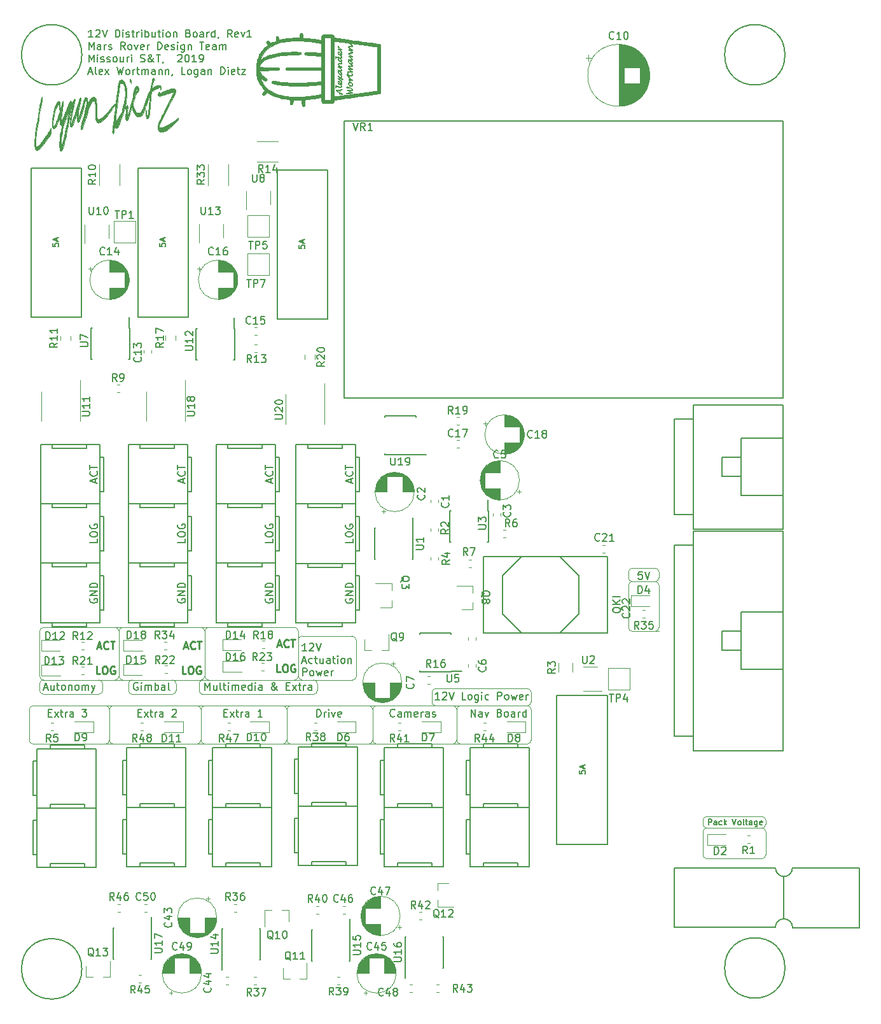
<source format=gbr>
%TF.GenerationSoftware,KiCad,Pcbnew,(5.1.5-0)*%
%TF.CreationDate,2020-12-14T16:26:11-06:00*%
%TF.ProjectId,12VBoard_2021_Rev1,31325642-6f61-4726-945f-323032315f52,rev?*%
%TF.SameCoordinates,Original*%
%TF.FileFunction,Legend,Top*%
%TF.FilePolarity,Positive*%
%FSLAX46Y46*%
G04 Gerber Fmt 4.6, Leading zero omitted, Abs format (unit mm)*
G04 Created by KiCad (PCBNEW (5.1.5-0)) date 2020-12-14 16:26:11*
%MOMM*%
%LPD*%
G04 APERTURE LIST*
%ADD10C,0.120000*%
%ADD11C,0.150000*%
%ADD12C,0.250000*%
%ADD13C,0.010000*%
G04 APERTURE END LIST*
D10*
X139573000Y-99568000D02*
X154432000Y-99568000D01*
X135636000Y-99568000D02*
X130302000Y-99568000D01*
X118491000Y-99568000D02*
X125857000Y-99568000D01*
X154940000Y-99060000D02*
G75*
G02X154432000Y-99568000I-508000J0D01*
G01*
X154940000Y-98171000D02*
X154940000Y-99060000D01*
X154432000Y-97663000D02*
G75*
G02X154940000Y-98171000I0J-508000D01*
G01*
X136144000Y-99060000D02*
G75*
G02X135636000Y-99568000I-508000J0D01*
G01*
X136144000Y-98171000D02*
X136144000Y-99060000D01*
X135636000Y-97663000D02*
G75*
G02X136144000Y-98171000I0J-508000D01*
G01*
X139192000Y-98171000D02*
X139192000Y-99060000D01*
X139192000Y-98171000D02*
G75*
G02X139700000Y-97663000I508000J0D01*
G01*
X139700000Y-99568000D02*
G75*
G02X139192000Y-99060000I0J508000D01*
G01*
X129794000Y-98171000D02*
X129794000Y-99060000D01*
X129794000Y-98171000D02*
G75*
G02X130302000Y-97663000I508000J0D01*
G01*
X130302000Y-99568000D02*
G75*
G02X129794000Y-99060000I0J508000D01*
G01*
X117983000Y-98171000D02*
X117983000Y-99060000D01*
X117983000Y-98171000D02*
G75*
G02X118491000Y-97663000I508000J0D01*
G01*
X118491000Y-99568000D02*
G75*
G02X117983000Y-99060000I0J508000D01*
G01*
X152400000Y-92329000D02*
G75*
G02X152908000Y-91821000I508000J0D01*
G01*
X159512000Y-91821000D02*
X152908000Y-91821000D01*
X159512000Y-91821000D02*
G75*
G02X160147000Y-92456000I0J-635000D01*
G01*
X128524000Y-97155000D02*
G75*
G02X128016000Y-97663000I-508000J0D01*
G01*
X129032000Y-97663000D02*
G75*
G02X128524000Y-97155000I0J508000D01*
G01*
X139954000Y-97155000D02*
G75*
G02X139446000Y-97663000I-508000J0D01*
G01*
X140462000Y-97663000D02*
G75*
G02X139954000Y-97155000I0J508000D01*
G01*
X128524000Y-91186000D02*
G75*
G02X129032000Y-90678000I508000J0D01*
G01*
X128016000Y-90678000D02*
G75*
G02X128524000Y-91186000I0J-508000D01*
G01*
X128524000Y-91186000D02*
X128524000Y-97155000D01*
X139954000Y-91186000D02*
X139954000Y-97155000D01*
D11*
X139970761Y-99004380D02*
X139970761Y-98004380D01*
X140304095Y-98718666D01*
X140637428Y-98004380D01*
X140637428Y-99004380D01*
X141542190Y-98337714D02*
X141542190Y-99004380D01*
X141113619Y-98337714D02*
X141113619Y-98861523D01*
X141161238Y-98956761D01*
X141256476Y-99004380D01*
X141399333Y-99004380D01*
X141494571Y-98956761D01*
X141542190Y-98909142D01*
X142161238Y-99004380D02*
X142066000Y-98956761D01*
X142018380Y-98861523D01*
X142018380Y-98004380D01*
X142399333Y-98337714D02*
X142780285Y-98337714D01*
X142542190Y-98004380D02*
X142542190Y-98861523D01*
X142589809Y-98956761D01*
X142685047Y-99004380D01*
X142780285Y-99004380D01*
X143113619Y-99004380D02*
X143113619Y-98337714D01*
X143113619Y-98004380D02*
X143066000Y-98052000D01*
X143113619Y-98099619D01*
X143161238Y-98052000D01*
X143113619Y-98004380D01*
X143113619Y-98099619D01*
X143589809Y-99004380D02*
X143589809Y-98337714D01*
X143589809Y-98432952D02*
X143637428Y-98385333D01*
X143732666Y-98337714D01*
X143875523Y-98337714D01*
X143970761Y-98385333D01*
X144018380Y-98480571D01*
X144018380Y-99004380D01*
X144018380Y-98480571D02*
X144066000Y-98385333D01*
X144161238Y-98337714D01*
X144304095Y-98337714D01*
X144399333Y-98385333D01*
X144446952Y-98480571D01*
X144446952Y-99004380D01*
X145304095Y-98956761D02*
X145208857Y-99004380D01*
X145018380Y-99004380D01*
X144923142Y-98956761D01*
X144875523Y-98861523D01*
X144875523Y-98480571D01*
X144923142Y-98385333D01*
X145018380Y-98337714D01*
X145208857Y-98337714D01*
X145304095Y-98385333D01*
X145351714Y-98480571D01*
X145351714Y-98575809D01*
X144875523Y-98671047D01*
X146208857Y-99004380D02*
X146208857Y-98004380D01*
X146208857Y-98956761D02*
X146113619Y-99004380D01*
X145923142Y-99004380D01*
X145827904Y-98956761D01*
X145780285Y-98909142D01*
X145732666Y-98813904D01*
X145732666Y-98528190D01*
X145780285Y-98432952D01*
X145827904Y-98385333D01*
X145923142Y-98337714D01*
X146113619Y-98337714D01*
X146208857Y-98385333D01*
X146685047Y-99004380D02*
X146685047Y-98337714D01*
X146685047Y-98004380D02*
X146637428Y-98052000D01*
X146685047Y-98099619D01*
X146732666Y-98052000D01*
X146685047Y-98004380D01*
X146685047Y-98099619D01*
X147589809Y-99004380D02*
X147589809Y-98480571D01*
X147542190Y-98385333D01*
X147446952Y-98337714D01*
X147256476Y-98337714D01*
X147161238Y-98385333D01*
X147589809Y-98956761D02*
X147494571Y-99004380D01*
X147256476Y-99004380D01*
X147161238Y-98956761D01*
X147113619Y-98861523D01*
X147113619Y-98766285D01*
X147161238Y-98671047D01*
X147256476Y-98623428D01*
X147494571Y-98623428D01*
X147589809Y-98575809D01*
X149637428Y-99004380D02*
X149589809Y-99004380D01*
X149494571Y-98956761D01*
X149351714Y-98813904D01*
X149113619Y-98528190D01*
X149018380Y-98385333D01*
X148970761Y-98242476D01*
X148970761Y-98147238D01*
X149018380Y-98052000D01*
X149113619Y-98004380D01*
X149161238Y-98004380D01*
X149256476Y-98052000D01*
X149304095Y-98147238D01*
X149304095Y-98194857D01*
X149256476Y-98290095D01*
X149208857Y-98337714D01*
X148923142Y-98528190D01*
X148875523Y-98575809D01*
X148827904Y-98671047D01*
X148827904Y-98813904D01*
X148875523Y-98909142D01*
X148923142Y-98956761D01*
X149018380Y-99004380D01*
X149161238Y-99004380D01*
X149256476Y-98956761D01*
X149304095Y-98909142D01*
X149446952Y-98718666D01*
X149494571Y-98575809D01*
X149494571Y-98480571D01*
X150827904Y-98480571D02*
X151161238Y-98480571D01*
X151304095Y-99004380D02*
X150827904Y-99004380D01*
X150827904Y-98004380D01*
X151304095Y-98004380D01*
X151637428Y-99004380D02*
X152161238Y-98337714D01*
X151637428Y-98337714D02*
X152161238Y-99004380D01*
X152399333Y-98337714D02*
X152780285Y-98337714D01*
X152542190Y-98004380D02*
X152542190Y-98861523D01*
X152589809Y-98956761D01*
X152685047Y-99004380D01*
X152780285Y-99004380D01*
X153113619Y-99004380D02*
X153113619Y-98337714D01*
X153113619Y-98528190D02*
X153161238Y-98432952D01*
X153208857Y-98385333D01*
X153304095Y-98337714D01*
X153399333Y-98337714D01*
X154161238Y-99004380D02*
X154161238Y-98480571D01*
X154113619Y-98385333D01*
X154018380Y-98337714D01*
X153827904Y-98337714D01*
X153732666Y-98385333D01*
X154161238Y-98956761D02*
X154066000Y-99004380D01*
X153827904Y-99004380D01*
X153732666Y-98956761D01*
X153685047Y-98861523D01*
X153685047Y-98766285D01*
X153732666Y-98671047D01*
X153827904Y-98623428D01*
X154066000Y-98623428D01*
X154161238Y-98575809D01*
X131032476Y-98052000D02*
X130937238Y-98004380D01*
X130794380Y-98004380D01*
X130651523Y-98052000D01*
X130556285Y-98147238D01*
X130508666Y-98242476D01*
X130461047Y-98432952D01*
X130461047Y-98575809D01*
X130508666Y-98766285D01*
X130556285Y-98861523D01*
X130651523Y-98956761D01*
X130794380Y-99004380D01*
X130889619Y-99004380D01*
X131032476Y-98956761D01*
X131080095Y-98909142D01*
X131080095Y-98575809D01*
X130889619Y-98575809D01*
X131508666Y-99004380D02*
X131508666Y-98337714D01*
X131508666Y-98004380D02*
X131461047Y-98052000D01*
X131508666Y-98099619D01*
X131556285Y-98052000D01*
X131508666Y-98004380D01*
X131508666Y-98099619D01*
X131984857Y-99004380D02*
X131984857Y-98337714D01*
X131984857Y-98432952D02*
X132032476Y-98385333D01*
X132127714Y-98337714D01*
X132270571Y-98337714D01*
X132365809Y-98385333D01*
X132413428Y-98480571D01*
X132413428Y-99004380D01*
X132413428Y-98480571D02*
X132461047Y-98385333D01*
X132556285Y-98337714D01*
X132699142Y-98337714D01*
X132794380Y-98385333D01*
X132842000Y-98480571D01*
X132842000Y-99004380D01*
X133318190Y-99004380D02*
X133318190Y-98004380D01*
X133318190Y-98385333D02*
X133413428Y-98337714D01*
X133603904Y-98337714D01*
X133699142Y-98385333D01*
X133746761Y-98432952D01*
X133794380Y-98528190D01*
X133794380Y-98813904D01*
X133746761Y-98909142D01*
X133699142Y-98956761D01*
X133603904Y-99004380D01*
X133413428Y-99004380D01*
X133318190Y-98956761D01*
X134651523Y-99004380D02*
X134651523Y-98480571D01*
X134603904Y-98385333D01*
X134508666Y-98337714D01*
X134318190Y-98337714D01*
X134222952Y-98385333D01*
X134651523Y-98956761D02*
X134556285Y-99004380D01*
X134318190Y-99004380D01*
X134222952Y-98956761D01*
X134175333Y-98861523D01*
X134175333Y-98766285D01*
X134222952Y-98671047D01*
X134318190Y-98623428D01*
X134556285Y-98623428D01*
X134651523Y-98575809D01*
X135270571Y-99004380D02*
X135175333Y-98956761D01*
X135127714Y-98861523D01*
X135127714Y-98004380D01*
X118539047Y-98718666D02*
X119015238Y-98718666D01*
X118443809Y-99004380D02*
X118777142Y-98004380D01*
X119110476Y-99004380D01*
X119872380Y-98337714D02*
X119872380Y-99004380D01*
X119443809Y-98337714D02*
X119443809Y-98861523D01*
X119491428Y-98956761D01*
X119586666Y-99004380D01*
X119729523Y-99004380D01*
X119824761Y-98956761D01*
X119872380Y-98909142D01*
X120205714Y-98337714D02*
X120586666Y-98337714D01*
X120348571Y-98004380D02*
X120348571Y-98861523D01*
X120396190Y-98956761D01*
X120491428Y-99004380D01*
X120586666Y-99004380D01*
X121062857Y-99004380D02*
X120967619Y-98956761D01*
X120920000Y-98909142D01*
X120872380Y-98813904D01*
X120872380Y-98528190D01*
X120920000Y-98432952D01*
X120967619Y-98385333D01*
X121062857Y-98337714D01*
X121205714Y-98337714D01*
X121300952Y-98385333D01*
X121348571Y-98432952D01*
X121396190Y-98528190D01*
X121396190Y-98813904D01*
X121348571Y-98909142D01*
X121300952Y-98956761D01*
X121205714Y-99004380D01*
X121062857Y-99004380D01*
X121824761Y-98337714D02*
X121824761Y-99004380D01*
X121824761Y-98432952D02*
X121872380Y-98385333D01*
X121967619Y-98337714D01*
X122110476Y-98337714D01*
X122205714Y-98385333D01*
X122253333Y-98480571D01*
X122253333Y-99004380D01*
X122872380Y-99004380D02*
X122777142Y-98956761D01*
X122729523Y-98909142D01*
X122681904Y-98813904D01*
X122681904Y-98528190D01*
X122729523Y-98432952D01*
X122777142Y-98385333D01*
X122872380Y-98337714D01*
X123015238Y-98337714D01*
X123110476Y-98385333D01*
X123158095Y-98432952D01*
X123205714Y-98528190D01*
X123205714Y-98813904D01*
X123158095Y-98909142D01*
X123110476Y-98956761D01*
X123015238Y-99004380D01*
X122872380Y-99004380D01*
X123634285Y-99004380D02*
X123634285Y-98337714D01*
X123634285Y-98432952D02*
X123681904Y-98385333D01*
X123777142Y-98337714D01*
X123920000Y-98337714D01*
X124015238Y-98385333D01*
X124062857Y-98480571D01*
X124062857Y-99004380D01*
X124062857Y-98480571D02*
X124110476Y-98385333D01*
X124205714Y-98337714D01*
X124348571Y-98337714D01*
X124443809Y-98385333D01*
X124491428Y-98480571D01*
X124491428Y-99004380D01*
X124872380Y-98337714D02*
X125110476Y-99004380D01*
X125348571Y-98337714D02*
X125110476Y-99004380D01*
X125015238Y-99242476D01*
X124967619Y-99290095D01*
X124872380Y-99337714D01*
D12*
X126031714Y-96845380D02*
X125555523Y-96845380D01*
X125555523Y-95845380D01*
X126555523Y-95845380D02*
X126746000Y-95845380D01*
X126841238Y-95893000D01*
X126936476Y-95988238D01*
X126984095Y-96178714D01*
X126984095Y-96512047D01*
X126936476Y-96702523D01*
X126841238Y-96797761D01*
X126746000Y-96845380D01*
X126555523Y-96845380D01*
X126460285Y-96797761D01*
X126365047Y-96702523D01*
X126317428Y-96512047D01*
X126317428Y-96178714D01*
X126365047Y-95988238D01*
X126460285Y-95893000D01*
X126555523Y-95845380D01*
X127936476Y-95893000D02*
X127841238Y-95845380D01*
X127698380Y-95845380D01*
X127555523Y-95893000D01*
X127460285Y-95988238D01*
X127412666Y-96083476D01*
X127365047Y-96273952D01*
X127365047Y-96416809D01*
X127412666Y-96607285D01*
X127460285Y-96702523D01*
X127555523Y-96797761D01*
X127698380Y-96845380D01*
X127793619Y-96845380D01*
X127936476Y-96797761D01*
X127984095Y-96750142D01*
X127984095Y-96416809D01*
X127793619Y-96416809D01*
D11*
X125065404Y-12201380D02*
X124493976Y-12201380D01*
X124779690Y-12201380D02*
X124779690Y-11201380D01*
X124684452Y-11344238D01*
X124589214Y-11439476D01*
X124493976Y-11487095D01*
X125446357Y-11296619D02*
X125493976Y-11249000D01*
X125589214Y-11201380D01*
X125827309Y-11201380D01*
X125922547Y-11249000D01*
X125970166Y-11296619D01*
X126017785Y-11391857D01*
X126017785Y-11487095D01*
X125970166Y-11629952D01*
X125398738Y-12201380D01*
X126017785Y-12201380D01*
X126303500Y-11201380D02*
X126636833Y-12201380D01*
X126970166Y-11201380D01*
X128065404Y-12201380D02*
X128065404Y-11201380D01*
X128303500Y-11201380D01*
X128446357Y-11249000D01*
X128541595Y-11344238D01*
X128589214Y-11439476D01*
X128636833Y-11629952D01*
X128636833Y-11772809D01*
X128589214Y-11963285D01*
X128541595Y-12058523D01*
X128446357Y-12153761D01*
X128303500Y-12201380D01*
X128065404Y-12201380D01*
X129065404Y-12201380D02*
X129065404Y-11534714D01*
X129065404Y-11201380D02*
X129017785Y-11249000D01*
X129065404Y-11296619D01*
X129113023Y-11249000D01*
X129065404Y-11201380D01*
X129065404Y-11296619D01*
X129493976Y-12153761D02*
X129589214Y-12201380D01*
X129779690Y-12201380D01*
X129874928Y-12153761D01*
X129922547Y-12058523D01*
X129922547Y-12010904D01*
X129874928Y-11915666D01*
X129779690Y-11868047D01*
X129636833Y-11868047D01*
X129541595Y-11820428D01*
X129493976Y-11725190D01*
X129493976Y-11677571D01*
X129541595Y-11582333D01*
X129636833Y-11534714D01*
X129779690Y-11534714D01*
X129874928Y-11582333D01*
X130208261Y-11534714D02*
X130589214Y-11534714D01*
X130351119Y-11201380D02*
X130351119Y-12058523D01*
X130398738Y-12153761D01*
X130493976Y-12201380D01*
X130589214Y-12201380D01*
X130922547Y-12201380D02*
X130922547Y-11534714D01*
X130922547Y-11725190D02*
X130970166Y-11629952D01*
X131017785Y-11582333D01*
X131113023Y-11534714D01*
X131208261Y-11534714D01*
X131541595Y-12201380D02*
X131541595Y-11534714D01*
X131541595Y-11201380D02*
X131493976Y-11249000D01*
X131541595Y-11296619D01*
X131589214Y-11249000D01*
X131541595Y-11201380D01*
X131541595Y-11296619D01*
X132017785Y-12201380D02*
X132017785Y-11201380D01*
X132017785Y-11582333D02*
X132113023Y-11534714D01*
X132303500Y-11534714D01*
X132398738Y-11582333D01*
X132446357Y-11629952D01*
X132493976Y-11725190D01*
X132493976Y-12010904D01*
X132446357Y-12106142D01*
X132398738Y-12153761D01*
X132303500Y-12201380D01*
X132113023Y-12201380D01*
X132017785Y-12153761D01*
X133351119Y-11534714D02*
X133351119Y-12201380D01*
X132922547Y-11534714D02*
X132922547Y-12058523D01*
X132970166Y-12153761D01*
X133065404Y-12201380D01*
X133208261Y-12201380D01*
X133303500Y-12153761D01*
X133351119Y-12106142D01*
X133684452Y-11534714D02*
X134065404Y-11534714D01*
X133827309Y-11201380D02*
X133827309Y-12058523D01*
X133874928Y-12153761D01*
X133970166Y-12201380D01*
X134065404Y-12201380D01*
X134398738Y-12201380D02*
X134398738Y-11534714D01*
X134398738Y-11201380D02*
X134351119Y-11249000D01*
X134398738Y-11296619D01*
X134446357Y-11249000D01*
X134398738Y-11201380D01*
X134398738Y-11296619D01*
X135017785Y-12201380D02*
X134922547Y-12153761D01*
X134874928Y-12106142D01*
X134827309Y-12010904D01*
X134827309Y-11725190D01*
X134874928Y-11629952D01*
X134922547Y-11582333D01*
X135017785Y-11534714D01*
X135160642Y-11534714D01*
X135255880Y-11582333D01*
X135303500Y-11629952D01*
X135351119Y-11725190D01*
X135351119Y-12010904D01*
X135303500Y-12106142D01*
X135255880Y-12153761D01*
X135160642Y-12201380D01*
X135017785Y-12201380D01*
X135779690Y-11534714D02*
X135779690Y-12201380D01*
X135779690Y-11629952D02*
X135827309Y-11582333D01*
X135922547Y-11534714D01*
X136065404Y-11534714D01*
X136160642Y-11582333D01*
X136208261Y-11677571D01*
X136208261Y-12201380D01*
X137779690Y-11677571D02*
X137922547Y-11725190D01*
X137970166Y-11772809D01*
X138017785Y-11868047D01*
X138017785Y-12010904D01*
X137970166Y-12106142D01*
X137922547Y-12153761D01*
X137827309Y-12201380D01*
X137446357Y-12201380D01*
X137446357Y-11201380D01*
X137779690Y-11201380D01*
X137874928Y-11249000D01*
X137922547Y-11296619D01*
X137970166Y-11391857D01*
X137970166Y-11487095D01*
X137922547Y-11582333D01*
X137874928Y-11629952D01*
X137779690Y-11677571D01*
X137446357Y-11677571D01*
X138589214Y-12201380D02*
X138493976Y-12153761D01*
X138446357Y-12106142D01*
X138398738Y-12010904D01*
X138398738Y-11725190D01*
X138446357Y-11629952D01*
X138493976Y-11582333D01*
X138589214Y-11534714D01*
X138732071Y-11534714D01*
X138827309Y-11582333D01*
X138874928Y-11629952D01*
X138922547Y-11725190D01*
X138922547Y-12010904D01*
X138874928Y-12106142D01*
X138827309Y-12153761D01*
X138732071Y-12201380D01*
X138589214Y-12201380D01*
X139779690Y-12201380D02*
X139779690Y-11677571D01*
X139732071Y-11582333D01*
X139636833Y-11534714D01*
X139446357Y-11534714D01*
X139351119Y-11582333D01*
X139779690Y-12153761D02*
X139684452Y-12201380D01*
X139446357Y-12201380D01*
X139351119Y-12153761D01*
X139303500Y-12058523D01*
X139303500Y-11963285D01*
X139351119Y-11868047D01*
X139446357Y-11820428D01*
X139684452Y-11820428D01*
X139779690Y-11772809D01*
X140255880Y-12201380D02*
X140255880Y-11534714D01*
X140255880Y-11725190D02*
X140303500Y-11629952D01*
X140351119Y-11582333D01*
X140446357Y-11534714D01*
X140541595Y-11534714D01*
X141303500Y-12201380D02*
X141303500Y-11201380D01*
X141303500Y-12153761D02*
X141208261Y-12201380D01*
X141017785Y-12201380D01*
X140922547Y-12153761D01*
X140874928Y-12106142D01*
X140827309Y-12010904D01*
X140827309Y-11725190D01*
X140874928Y-11629952D01*
X140922547Y-11582333D01*
X141017785Y-11534714D01*
X141208261Y-11534714D01*
X141303500Y-11582333D01*
X141827309Y-12153761D02*
X141827309Y-12201380D01*
X141779690Y-12296619D01*
X141732071Y-12344238D01*
X143589214Y-12201380D02*
X143255880Y-11725190D01*
X143017785Y-12201380D02*
X143017785Y-11201380D01*
X143398738Y-11201380D01*
X143493976Y-11249000D01*
X143541595Y-11296619D01*
X143589214Y-11391857D01*
X143589214Y-11534714D01*
X143541595Y-11629952D01*
X143493976Y-11677571D01*
X143398738Y-11725190D01*
X143017785Y-11725190D01*
X144398738Y-12153761D02*
X144303500Y-12201380D01*
X144113023Y-12201380D01*
X144017785Y-12153761D01*
X143970166Y-12058523D01*
X143970166Y-11677571D01*
X144017785Y-11582333D01*
X144113023Y-11534714D01*
X144303500Y-11534714D01*
X144398738Y-11582333D01*
X144446357Y-11677571D01*
X144446357Y-11772809D01*
X143970166Y-11868047D01*
X144779690Y-11534714D02*
X145017785Y-12201380D01*
X145255880Y-11534714D01*
X146160642Y-12201380D02*
X145589214Y-12201380D01*
X145874928Y-12201380D02*
X145874928Y-11201380D01*
X145779690Y-11344238D01*
X145684452Y-11439476D01*
X145589214Y-11487095D01*
X124541595Y-13851380D02*
X124541595Y-12851380D01*
X124874928Y-13565666D01*
X125208261Y-12851380D01*
X125208261Y-13851380D01*
X126113023Y-13851380D02*
X126113023Y-13327571D01*
X126065404Y-13232333D01*
X125970166Y-13184714D01*
X125779690Y-13184714D01*
X125684452Y-13232333D01*
X126113023Y-13803761D02*
X126017785Y-13851380D01*
X125779690Y-13851380D01*
X125684452Y-13803761D01*
X125636833Y-13708523D01*
X125636833Y-13613285D01*
X125684452Y-13518047D01*
X125779690Y-13470428D01*
X126017785Y-13470428D01*
X126113023Y-13422809D01*
X126589214Y-13851380D02*
X126589214Y-13184714D01*
X126589214Y-13375190D02*
X126636833Y-13279952D01*
X126684452Y-13232333D01*
X126779690Y-13184714D01*
X126874928Y-13184714D01*
X127160642Y-13803761D02*
X127255880Y-13851380D01*
X127446357Y-13851380D01*
X127541595Y-13803761D01*
X127589214Y-13708523D01*
X127589214Y-13660904D01*
X127541595Y-13565666D01*
X127446357Y-13518047D01*
X127303500Y-13518047D01*
X127208261Y-13470428D01*
X127160642Y-13375190D01*
X127160642Y-13327571D01*
X127208261Y-13232333D01*
X127303500Y-13184714D01*
X127446357Y-13184714D01*
X127541595Y-13232333D01*
X129351119Y-13851380D02*
X129017785Y-13375190D01*
X128779690Y-13851380D02*
X128779690Y-12851380D01*
X129160642Y-12851380D01*
X129255880Y-12899000D01*
X129303500Y-12946619D01*
X129351119Y-13041857D01*
X129351119Y-13184714D01*
X129303500Y-13279952D01*
X129255880Y-13327571D01*
X129160642Y-13375190D01*
X128779690Y-13375190D01*
X129922547Y-13851380D02*
X129827309Y-13803761D01*
X129779690Y-13756142D01*
X129732071Y-13660904D01*
X129732071Y-13375190D01*
X129779690Y-13279952D01*
X129827309Y-13232333D01*
X129922547Y-13184714D01*
X130065404Y-13184714D01*
X130160642Y-13232333D01*
X130208261Y-13279952D01*
X130255880Y-13375190D01*
X130255880Y-13660904D01*
X130208261Y-13756142D01*
X130160642Y-13803761D01*
X130065404Y-13851380D01*
X129922547Y-13851380D01*
X130589214Y-13184714D02*
X130827309Y-13851380D01*
X131065404Y-13184714D01*
X131827309Y-13803761D02*
X131732071Y-13851380D01*
X131541595Y-13851380D01*
X131446357Y-13803761D01*
X131398738Y-13708523D01*
X131398738Y-13327571D01*
X131446357Y-13232333D01*
X131541595Y-13184714D01*
X131732071Y-13184714D01*
X131827309Y-13232333D01*
X131874928Y-13327571D01*
X131874928Y-13422809D01*
X131398738Y-13518047D01*
X132303500Y-13851380D02*
X132303500Y-13184714D01*
X132303500Y-13375190D02*
X132351119Y-13279952D01*
X132398738Y-13232333D01*
X132493976Y-13184714D01*
X132589214Y-13184714D01*
X133684452Y-13851380D02*
X133684452Y-12851380D01*
X133922547Y-12851380D01*
X134065404Y-12899000D01*
X134160642Y-12994238D01*
X134208261Y-13089476D01*
X134255880Y-13279952D01*
X134255880Y-13422809D01*
X134208261Y-13613285D01*
X134160642Y-13708523D01*
X134065404Y-13803761D01*
X133922547Y-13851380D01*
X133684452Y-13851380D01*
X135065404Y-13803761D02*
X134970166Y-13851380D01*
X134779690Y-13851380D01*
X134684452Y-13803761D01*
X134636833Y-13708523D01*
X134636833Y-13327571D01*
X134684452Y-13232333D01*
X134779690Y-13184714D01*
X134970166Y-13184714D01*
X135065404Y-13232333D01*
X135113023Y-13327571D01*
X135113023Y-13422809D01*
X134636833Y-13518047D01*
X135493976Y-13803761D02*
X135589214Y-13851380D01*
X135779690Y-13851380D01*
X135874928Y-13803761D01*
X135922547Y-13708523D01*
X135922547Y-13660904D01*
X135874928Y-13565666D01*
X135779690Y-13518047D01*
X135636833Y-13518047D01*
X135541595Y-13470428D01*
X135493976Y-13375190D01*
X135493976Y-13327571D01*
X135541595Y-13232333D01*
X135636833Y-13184714D01*
X135779690Y-13184714D01*
X135874928Y-13232333D01*
X136351119Y-13851380D02*
X136351119Y-13184714D01*
X136351119Y-12851380D02*
X136303500Y-12899000D01*
X136351119Y-12946619D01*
X136398738Y-12899000D01*
X136351119Y-12851380D01*
X136351119Y-12946619D01*
X137255880Y-13184714D02*
X137255880Y-13994238D01*
X137208261Y-14089476D01*
X137160642Y-14137095D01*
X137065404Y-14184714D01*
X136922547Y-14184714D01*
X136827309Y-14137095D01*
X137255880Y-13803761D02*
X137160642Y-13851380D01*
X136970166Y-13851380D01*
X136874928Y-13803761D01*
X136827309Y-13756142D01*
X136779690Y-13660904D01*
X136779690Y-13375190D01*
X136827309Y-13279952D01*
X136874928Y-13232333D01*
X136970166Y-13184714D01*
X137160642Y-13184714D01*
X137255880Y-13232333D01*
X137732071Y-13184714D02*
X137732071Y-13851380D01*
X137732071Y-13279952D02*
X137779690Y-13232333D01*
X137874928Y-13184714D01*
X138017785Y-13184714D01*
X138113023Y-13232333D01*
X138160642Y-13327571D01*
X138160642Y-13851380D01*
X139255880Y-12851380D02*
X139827309Y-12851380D01*
X139541595Y-13851380D02*
X139541595Y-12851380D01*
X140541595Y-13803761D02*
X140446357Y-13851380D01*
X140255880Y-13851380D01*
X140160642Y-13803761D01*
X140113023Y-13708523D01*
X140113023Y-13327571D01*
X140160642Y-13232333D01*
X140255880Y-13184714D01*
X140446357Y-13184714D01*
X140541595Y-13232333D01*
X140589214Y-13327571D01*
X140589214Y-13422809D01*
X140113023Y-13518047D01*
X141446357Y-13851380D02*
X141446357Y-13327571D01*
X141398738Y-13232333D01*
X141303500Y-13184714D01*
X141113023Y-13184714D01*
X141017785Y-13232333D01*
X141446357Y-13803761D02*
X141351119Y-13851380D01*
X141113023Y-13851380D01*
X141017785Y-13803761D01*
X140970166Y-13708523D01*
X140970166Y-13613285D01*
X141017785Y-13518047D01*
X141113023Y-13470428D01*
X141351119Y-13470428D01*
X141446357Y-13422809D01*
X141922547Y-13851380D02*
X141922547Y-13184714D01*
X141922547Y-13279952D02*
X141970166Y-13232333D01*
X142065404Y-13184714D01*
X142208261Y-13184714D01*
X142303500Y-13232333D01*
X142351119Y-13327571D01*
X142351119Y-13851380D01*
X142351119Y-13327571D02*
X142398738Y-13232333D01*
X142493976Y-13184714D01*
X142636833Y-13184714D01*
X142732071Y-13232333D01*
X142779690Y-13327571D01*
X142779690Y-13851380D01*
X124541595Y-15501380D02*
X124541595Y-14501380D01*
X124874928Y-15215666D01*
X125208261Y-14501380D01*
X125208261Y-15501380D01*
X125684452Y-15501380D02*
X125684452Y-14834714D01*
X125684452Y-14501380D02*
X125636833Y-14549000D01*
X125684452Y-14596619D01*
X125732071Y-14549000D01*
X125684452Y-14501380D01*
X125684452Y-14596619D01*
X126113023Y-15453761D02*
X126208261Y-15501380D01*
X126398738Y-15501380D01*
X126493976Y-15453761D01*
X126541595Y-15358523D01*
X126541595Y-15310904D01*
X126493976Y-15215666D01*
X126398738Y-15168047D01*
X126255880Y-15168047D01*
X126160642Y-15120428D01*
X126113023Y-15025190D01*
X126113023Y-14977571D01*
X126160642Y-14882333D01*
X126255880Y-14834714D01*
X126398738Y-14834714D01*
X126493976Y-14882333D01*
X126922547Y-15453761D02*
X127017785Y-15501380D01*
X127208261Y-15501380D01*
X127303500Y-15453761D01*
X127351119Y-15358523D01*
X127351119Y-15310904D01*
X127303500Y-15215666D01*
X127208261Y-15168047D01*
X127065404Y-15168047D01*
X126970166Y-15120428D01*
X126922547Y-15025190D01*
X126922547Y-14977571D01*
X126970166Y-14882333D01*
X127065404Y-14834714D01*
X127208261Y-14834714D01*
X127303500Y-14882333D01*
X127922547Y-15501380D02*
X127827309Y-15453761D01*
X127779690Y-15406142D01*
X127732071Y-15310904D01*
X127732071Y-15025190D01*
X127779690Y-14929952D01*
X127827309Y-14882333D01*
X127922547Y-14834714D01*
X128065404Y-14834714D01*
X128160642Y-14882333D01*
X128208261Y-14929952D01*
X128255880Y-15025190D01*
X128255880Y-15310904D01*
X128208261Y-15406142D01*
X128160642Y-15453761D01*
X128065404Y-15501380D01*
X127922547Y-15501380D01*
X129113023Y-14834714D02*
X129113023Y-15501380D01*
X128684452Y-14834714D02*
X128684452Y-15358523D01*
X128732071Y-15453761D01*
X128827309Y-15501380D01*
X128970166Y-15501380D01*
X129065404Y-15453761D01*
X129113023Y-15406142D01*
X129589214Y-15501380D02*
X129589214Y-14834714D01*
X129589214Y-15025190D02*
X129636833Y-14929952D01*
X129684452Y-14882333D01*
X129779690Y-14834714D01*
X129874928Y-14834714D01*
X130208261Y-15501380D02*
X130208261Y-14834714D01*
X130208261Y-14501380D02*
X130160642Y-14549000D01*
X130208261Y-14596619D01*
X130255880Y-14549000D01*
X130208261Y-14501380D01*
X130208261Y-14596619D01*
X131398738Y-15453761D02*
X131541595Y-15501380D01*
X131779690Y-15501380D01*
X131874928Y-15453761D01*
X131922547Y-15406142D01*
X131970166Y-15310904D01*
X131970166Y-15215666D01*
X131922547Y-15120428D01*
X131874928Y-15072809D01*
X131779690Y-15025190D01*
X131589214Y-14977571D01*
X131493976Y-14929952D01*
X131446357Y-14882333D01*
X131398738Y-14787095D01*
X131398738Y-14691857D01*
X131446357Y-14596619D01*
X131493976Y-14549000D01*
X131589214Y-14501380D01*
X131827309Y-14501380D01*
X131970166Y-14549000D01*
X133208261Y-15501380D02*
X133160642Y-15501380D01*
X133065404Y-15453761D01*
X132922547Y-15310904D01*
X132684452Y-15025190D01*
X132589214Y-14882333D01*
X132541595Y-14739476D01*
X132541595Y-14644238D01*
X132589214Y-14549000D01*
X132684452Y-14501380D01*
X132732071Y-14501380D01*
X132827309Y-14549000D01*
X132874928Y-14644238D01*
X132874928Y-14691857D01*
X132827309Y-14787095D01*
X132779690Y-14834714D01*
X132493976Y-15025190D01*
X132446357Y-15072809D01*
X132398738Y-15168047D01*
X132398738Y-15310904D01*
X132446357Y-15406142D01*
X132493976Y-15453761D01*
X132589214Y-15501380D01*
X132732071Y-15501380D01*
X132827309Y-15453761D01*
X132874928Y-15406142D01*
X133017785Y-15215666D01*
X133065404Y-15072809D01*
X133065404Y-14977571D01*
X133493976Y-14501380D02*
X134065404Y-14501380D01*
X133779690Y-15501380D02*
X133779690Y-14501380D01*
X134446357Y-15453761D02*
X134446357Y-15501380D01*
X134398738Y-15596619D01*
X134351119Y-15644238D01*
X136351119Y-14596619D02*
X136398738Y-14549000D01*
X136493976Y-14501380D01*
X136732071Y-14501380D01*
X136827309Y-14549000D01*
X136874928Y-14596619D01*
X136922547Y-14691857D01*
X136922547Y-14787095D01*
X136874928Y-14929952D01*
X136303500Y-15501380D01*
X136922547Y-15501380D01*
X137541595Y-14501380D02*
X137636833Y-14501380D01*
X137732071Y-14549000D01*
X137779690Y-14596619D01*
X137827309Y-14691857D01*
X137874928Y-14882333D01*
X137874928Y-15120428D01*
X137827309Y-15310904D01*
X137779690Y-15406142D01*
X137732071Y-15453761D01*
X137636833Y-15501380D01*
X137541595Y-15501380D01*
X137446357Y-15453761D01*
X137398738Y-15406142D01*
X137351119Y-15310904D01*
X137303500Y-15120428D01*
X137303500Y-14882333D01*
X137351119Y-14691857D01*
X137398738Y-14596619D01*
X137446357Y-14549000D01*
X137541595Y-14501380D01*
X138827309Y-15501380D02*
X138255880Y-15501380D01*
X138541595Y-15501380D02*
X138541595Y-14501380D01*
X138446357Y-14644238D01*
X138351119Y-14739476D01*
X138255880Y-14787095D01*
X139303500Y-15501380D02*
X139493976Y-15501380D01*
X139589214Y-15453761D01*
X139636833Y-15406142D01*
X139732071Y-15263285D01*
X139779690Y-15072809D01*
X139779690Y-14691857D01*
X139732071Y-14596619D01*
X139684452Y-14549000D01*
X139589214Y-14501380D01*
X139398738Y-14501380D01*
X139303500Y-14549000D01*
X139255880Y-14596619D01*
X139208261Y-14691857D01*
X139208261Y-14929952D01*
X139255880Y-15025190D01*
X139303500Y-15072809D01*
X139398738Y-15120428D01*
X139589214Y-15120428D01*
X139684452Y-15072809D01*
X139732071Y-15025190D01*
X139779690Y-14929952D01*
X124493976Y-16865666D02*
X124970166Y-16865666D01*
X124398738Y-17151380D02*
X124732071Y-16151380D01*
X125065404Y-17151380D01*
X125541595Y-17151380D02*
X125446357Y-17103761D01*
X125398738Y-17008523D01*
X125398738Y-16151380D01*
X126303500Y-17103761D02*
X126208261Y-17151380D01*
X126017785Y-17151380D01*
X125922547Y-17103761D01*
X125874928Y-17008523D01*
X125874928Y-16627571D01*
X125922547Y-16532333D01*
X126017785Y-16484714D01*
X126208261Y-16484714D01*
X126303500Y-16532333D01*
X126351119Y-16627571D01*
X126351119Y-16722809D01*
X125874928Y-16818047D01*
X126684452Y-17151380D02*
X127208261Y-16484714D01*
X126684452Y-16484714D02*
X127208261Y-17151380D01*
X128255880Y-16151380D02*
X128493976Y-17151380D01*
X128684452Y-16437095D01*
X128874928Y-17151380D01*
X129113023Y-16151380D01*
X129636833Y-17151380D02*
X129541595Y-17103761D01*
X129493976Y-17056142D01*
X129446357Y-16960904D01*
X129446357Y-16675190D01*
X129493976Y-16579952D01*
X129541595Y-16532333D01*
X129636833Y-16484714D01*
X129779690Y-16484714D01*
X129874928Y-16532333D01*
X129922547Y-16579952D01*
X129970166Y-16675190D01*
X129970166Y-16960904D01*
X129922547Y-17056142D01*
X129874928Y-17103761D01*
X129779690Y-17151380D01*
X129636833Y-17151380D01*
X130398738Y-17151380D02*
X130398738Y-16484714D01*
X130398738Y-16675190D02*
X130446357Y-16579952D01*
X130493976Y-16532333D01*
X130589214Y-16484714D01*
X130684452Y-16484714D01*
X130874928Y-16484714D02*
X131255880Y-16484714D01*
X131017785Y-16151380D02*
X131017785Y-17008523D01*
X131065404Y-17103761D01*
X131160642Y-17151380D01*
X131255880Y-17151380D01*
X131589214Y-17151380D02*
X131589214Y-16484714D01*
X131589214Y-16579952D02*
X131636833Y-16532333D01*
X131732071Y-16484714D01*
X131874928Y-16484714D01*
X131970166Y-16532333D01*
X132017785Y-16627571D01*
X132017785Y-17151380D01*
X132017785Y-16627571D02*
X132065404Y-16532333D01*
X132160642Y-16484714D01*
X132303500Y-16484714D01*
X132398738Y-16532333D01*
X132446357Y-16627571D01*
X132446357Y-17151380D01*
X133351119Y-17151380D02*
X133351119Y-16627571D01*
X133303500Y-16532333D01*
X133208261Y-16484714D01*
X133017785Y-16484714D01*
X132922547Y-16532333D01*
X133351119Y-17103761D02*
X133255880Y-17151380D01*
X133017785Y-17151380D01*
X132922547Y-17103761D01*
X132874928Y-17008523D01*
X132874928Y-16913285D01*
X132922547Y-16818047D01*
X133017785Y-16770428D01*
X133255880Y-16770428D01*
X133351119Y-16722809D01*
X133827309Y-16484714D02*
X133827309Y-17151380D01*
X133827309Y-16579952D02*
X133874928Y-16532333D01*
X133970166Y-16484714D01*
X134113023Y-16484714D01*
X134208261Y-16532333D01*
X134255880Y-16627571D01*
X134255880Y-17151380D01*
X134732071Y-16484714D02*
X134732071Y-17151380D01*
X134732071Y-16579952D02*
X134779690Y-16532333D01*
X134874928Y-16484714D01*
X135017785Y-16484714D01*
X135113023Y-16532333D01*
X135160642Y-16627571D01*
X135160642Y-17151380D01*
X135684452Y-17103761D02*
X135684452Y-17151380D01*
X135636833Y-17246619D01*
X135589214Y-17294238D01*
X137351119Y-17151380D02*
X136874928Y-17151380D01*
X136874928Y-16151380D01*
X137827309Y-17151380D02*
X137732071Y-17103761D01*
X137684452Y-17056142D01*
X137636833Y-16960904D01*
X137636833Y-16675190D01*
X137684452Y-16579952D01*
X137732071Y-16532333D01*
X137827309Y-16484714D01*
X137970166Y-16484714D01*
X138065404Y-16532333D01*
X138113023Y-16579952D01*
X138160642Y-16675190D01*
X138160642Y-16960904D01*
X138113023Y-17056142D01*
X138065404Y-17103761D01*
X137970166Y-17151380D01*
X137827309Y-17151380D01*
X139017785Y-16484714D02*
X139017785Y-17294238D01*
X138970166Y-17389476D01*
X138922547Y-17437095D01*
X138827309Y-17484714D01*
X138684452Y-17484714D01*
X138589214Y-17437095D01*
X139017785Y-17103761D02*
X138922547Y-17151380D01*
X138732071Y-17151380D01*
X138636833Y-17103761D01*
X138589214Y-17056142D01*
X138541595Y-16960904D01*
X138541595Y-16675190D01*
X138589214Y-16579952D01*
X138636833Y-16532333D01*
X138732071Y-16484714D01*
X138922547Y-16484714D01*
X139017785Y-16532333D01*
X139922547Y-17151380D02*
X139922547Y-16627571D01*
X139874928Y-16532333D01*
X139779690Y-16484714D01*
X139589214Y-16484714D01*
X139493976Y-16532333D01*
X139922547Y-17103761D02*
X139827309Y-17151380D01*
X139589214Y-17151380D01*
X139493976Y-17103761D01*
X139446357Y-17008523D01*
X139446357Y-16913285D01*
X139493976Y-16818047D01*
X139589214Y-16770428D01*
X139827309Y-16770428D01*
X139922547Y-16722809D01*
X140398738Y-16484714D02*
X140398738Y-17151380D01*
X140398738Y-16579952D02*
X140446357Y-16532333D01*
X140541595Y-16484714D01*
X140684452Y-16484714D01*
X140779690Y-16532333D01*
X140827309Y-16627571D01*
X140827309Y-17151380D01*
X142065404Y-17151380D02*
X142065404Y-16151380D01*
X142303500Y-16151380D01*
X142446357Y-16199000D01*
X142541595Y-16294238D01*
X142589214Y-16389476D01*
X142636833Y-16579952D01*
X142636833Y-16722809D01*
X142589214Y-16913285D01*
X142541595Y-17008523D01*
X142446357Y-17103761D01*
X142303500Y-17151380D01*
X142065404Y-17151380D01*
X143065404Y-17151380D02*
X143065404Y-16484714D01*
X143065404Y-16151380D02*
X143017785Y-16199000D01*
X143065404Y-16246619D01*
X143113023Y-16199000D01*
X143065404Y-16151380D01*
X143065404Y-16246619D01*
X143922547Y-17103761D02*
X143827309Y-17151380D01*
X143636833Y-17151380D01*
X143541595Y-17103761D01*
X143493976Y-17008523D01*
X143493976Y-16627571D01*
X143541595Y-16532333D01*
X143636833Y-16484714D01*
X143827309Y-16484714D01*
X143922547Y-16532333D01*
X143970166Y-16627571D01*
X143970166Y-16722809D01*
X143493976Y-16818047D01*
X144255880Y-16484714D02*
X144636833Y-16484714D01*
X144398738Y-16151380D02*
X144398738Y-17008523D01*
X144446357Y-17103761D01*
X144541595Y-17151380D01*
X144636833Y-17151380D01*
X144874928Y-16484714D02*
X145398738Y-16484714D01*
X144874928Y-17151380D01*
X145398738Y-17151380D01*
D10*
X160147000Y-92456000D02*
X160147000Y-97155000D01*
D12*
X150034714Y-96591380D02*
X149558523Y-96591380D01*
X149558523Y-95591380D01*
X150558523Y-95591380D02*
X150749000Y-95591380D01*
X150844238Y-95639000D01*
X150939476Y-95734238D01*
X150987095Y-95924714D01*
X150987095Y-96258047D01*
X150939476Y-96448523D01*
X150844238Y-96543761D01*
X150749000Y-96591380D01*
X150558523Y-96591380D01*
X150463285Y-96543761D01*
X150368047Y-96448523D01*
X150320428Y-96258047D01*
X150320428Y-95924714D01*
X150368047Y-95734238D01*
X150463285Y-95639000D01*
X150558523Y-95591380D01*
X151939476Y-95639000D02*
X151844238Y-95591380D01*
X151701380Y-95591380D01*
X151558523Y-95639000D01*
X151463285Y-95734238D01*
X151415666Y-95829476D01*
X151368047Y-96019952D01*
X151368047Y-96162809D01*
X151415666Y-96353285D01*
X151463285Y-96448523D01*
X151558523Y-96543761D01*
X151701380Y-96591380D01*
X151796619Y-96591380D01*
X151939476Y-96543761D01*
X151987095Y-96496142D01*
X151987095Y-96162809D01*
X151796619Y-96162809D01*
X149629952Y-93003666D02*
X150106142Y-93003666D01*
X149534714Y-93289380D02*
X149868047Y-92289380D01*
X150201380Y-93289380D01*
X151106142Y-93194142D02*
X151058523Y-93241761D01*
X150915666Y-93289380D01*
X150820428Y-93289380D01*
X150677571Y-93241761D01*
X150582333Y-93146523D01*
X150534714Y-93051285D01*
X150487095Y-92860809D01*
X150487095Y-92717952D01*
X150534714Y-92527476D01*
X150582333Y-92432238D01*
X150677571Y-92337000D01*
X150820428Y-92289380D01*
X150915666Y-92289380D01*
X151058523Y-92337000D01*
X151106142Y-92384619D01*
X151391857Y-92289380D02*
X151963285Y-92289380D01*
X151677571Y-93289380D02*
X151677571Y-92289380D01*
X137461714Y-96845380D02*
X136985523Y-96845380D01*
X136985523Y-95845380D01*
X137985523Y-95845380D02*
X138176000Y-95845380D01*
X138271238Y-95893000D01*
X138366476Y-95988238D01*
X138414095Y-96178714D01*
X138414095Y-96512047D01*
X138366476Y-96702523D01*
X138271238Y-96797761D01*
X138176000Y-96845380D01*
X137985523Y-96845380D01*
X137890285Y-96797761D01*
X137795047Y-96702523D01*
X137747428Y-96512047D01*
X137747428Y-96178714D01*
X137795047Y-95988238D01*
X137890285Y-95893000D01*
X137985523Y-95845380D01*
X139366476Y-95893000D02*
X139271238Y-95845380D01*
X139128380Y-95845380D01*
X138985523Y-95893000D01*
X138890285Y-95988238D01*
X138842666Y-96083476D01*
X138795047Y-96273952D01*
X138795047Y-96416809D01*
X138842666Y-96607285D01*
X138890285Y-96702523D01*
X138985523Y-96797761D01*
X139128380Y-96845380D01*
X139223619Y-96845380D01*
X139366476Y-96797761D01*
X139414095Y-96750142D01*
X139414095Y-96416809D01*
X139223619Y-96416809D01*
X137183952Y-93257666D02*
X137660142Y-93257666D01*
X137088714Y-93543380D02*
X137422047Y-92543380D01*
X137755380Y-93543380D01*
X138660142Y-93448142D02*
X138612523Y-93495761D01*
X138469666Y-93543380D01*
X138374428Y-93543380D01*
X138231571Y-93495761D01*
X138136333Y-93400523D01*
X138088714Y-93305285D01*
X138041095Y-93114809D01*
X138041095Y-92971952D01*
X138088714Y-92781476D01*
X138136333Y-92686238D01*
X138231571Y-92591000D01*
X138374428Y-92543380D01*
X138469666Y-92543380D01*
X138612523Y-92591000D01*
X138660142Y-92638619D01*
X138945857Y-92543380D02*
X139517285Y-92543380D01*
X139231571Y-93543380D02*
X139231571Y-92543380D01*
X125626952Y-93257666D02*
X126103142Y-93257666D01*
X125531714Y-93543380D02*
X125865047Y-92543380D01*
X126198380Y-93543380D01*
X127103142Y-93448142D02*
X127055523Y-93495761D01*
X126912666Y-93543380D01*
X126817428Y-93543380D01*
X126674571Y-93495761D01*
X126579333Y-93400523D01*
X126531714Y-93305285D01*
X126484095Y-93114809D01*
X126484095Y-92971952D01*
X126531714Y-92781476D01*
X126579333Y-92686238D01*
X126674571Y-92591000D01*
X126817428Y-92543380D01*
X126912666Y-92543380D01*
X127055523Y-92591000D01*
X127103142Y-92638619D01*
X127388857Y-92543380D02*
X127960285Y-92543380D01*
X127674571Y-93543380D02*
X127674571Y-92543380D01*
D10*
X200406000Y-90678000D02*
G75*
G02X199898000Y-91186000I-508000J0D01*
G01*
X196850000Y-91186000D02*
G75*
G02X196342000Y-90678000I0J508000D01*
G01*
X196342000Y-85090000D02*
G75*
G02X196850000Y-84582000I508000J0D01*
G01*
X199898000Y-84582000D02*
G75*
G02X200406000Y-85090000I0J-508000D01*
G01*
X199898000Y-82804000D02*
G75*
G02X200406000Y-83312000I0J-508000D01*
G01*
X200406000Y-84074000D02*
G75*
G02X199898000Y-84582000I-508000J0D01*
G01*
X196850000Y-84582000D02*
G75*
G02X196342000Y-84074000I0J508000D01*
G01*
X196342000Y-83312000D02*
G75*
G02X196850000Y-82804000I508000J0D01*
G01*
X196342000Y-83312000D02*
X196342000Y-84074000D01*
X199898000Y-82804000D02*
X196850000Y-82804000D01*
X200406000Y-84074000D02*
X200406000Y-83312000D01*
X196850000Y-84582000D02*
X199898000Y-84582000D01*
X196342000Y-90678000D02*
X196342000Y-85090000D01*
X200406000Y-91186000D02*
X196850000Y-91186000D01*
X200406000Y-85090000D02*
X200406000Y-90678000D01*
D11*
X198183523Y-83272380D02*
X197707333Y-83272380D01*
X197659714Y-83748571D01*
X197707333Y-83700952D01*
X197802571Y-83653333D01*
X198040666Y-83653333D01*
X198135904Y-83700952D01*
X198183523Y-83748571D01*
X198231142Y-83843809D01*
X198231142Y-84081904D01*
X198183523Y-84177142D01*
X198135904Y-84224761D01*
X198040666Y-84272380D01*
X197802571Y-84272380D01*
X197707333Y-84224761D01*
X197659714Y-84177142D01*
X198516857Y-83272380D02*
X198850190Y-84272380D01*
X199183523Y-83272380D01*
D10*
X214122000Y-117348000D02*
G75*
G02X214630000Y-117856000I0J-508000D01*
G01*
X214630000Y-120904000D02*
G75*
G02X214122000Y-121412000I-508000J0D01*
G01*
X206756000Y-121412000D02*
G75*
G02X206248000Y-120904000I0J508000D01*
G01*
X206248000Y-117856000D02*
G75*
G02X206756000Y-117348000I508000J0D01*
G01*
X206756000Y-117348000D02*
G75*
G02X206248000Y-116840000I0J508000D01*
G01*
X206248000Y-116332000D02*
G75*
G02X206756000Y-115824000I508000J0D01*
G01*
X214630000Y-116840000D02*
G75*
G02X214122000Y-117348000I-508000J0D01*
G01*
X214122000Y-115824000D02*
G75*
G02X214630000Y-116332000I0J-508000D01*
G01*
D11*
X206991857Y-116930714D02*
X206991857Y-116168714D01*
X207282142Y-116168714D01*
X207354714Y-116205000D01*
X207391000Y-116241285D01*
X207427285Y-116313857D01*
X207427285Y-116422714D01*
X207391000Y-116495285D01*
X207354714Y-116531571D01*
X207282142Y-116567857D01*
X206991857Y-116567857D01*
X208080428Y-116930714D02*
X208080428Y-116531571D01*
X208044142Y-116459000D01*
X207971571Y-116422714D01*
X207826428Y-116422714D01*
X207753857Y-116459000D01*
X208080428Y-116894428D02*
X208007857Y-116930714D01*
X207826428Y-116930714D01*
X207753857Y-116894428D01*
X207717571Y-116821857D01*
X207717571Y-116749285D01*
X207753857Y-116676714D01*
X207826428Y-116640428D01*
X208007857Y-116640428D01*
X208080428Y-116604142D01*
X208769857Y-116894428D02*
X208697285Y-116930714D01*
X208552142Y-116930714D01*
X208479571Y-116894428D01*
X208443285Y-116858142D01*
X208407000Y-116785571D01*
X208407000Y-116567857D01*
X208443285Y-116495285D01*
X208479571Y-116459000D01*
X208552142Y-116422714D01*
X208697285Y-116422714D01*
X208769857Y-116459000D01*
X209096428Y-116930714D02*
X209096428Y-116168714D01*
X209169000Y-116640428D02*
X209386714Y-116930714D01*
X209386714Y-116422714D02*
X209096428Y-116713000D01*
X210185000Y-116168714D02*
X210439000Y-116930714D01*
X210693000Y-116168714D01*
X211055857Y-116930714D02*
X210983285Y-116894428D01*
X210947000Y-116858142D01*
X210910714Y-116785571D01*
X210910714Y-116567857D01*
X210947000Y-116495285D01*
X210983285Y-116459000D01*
X211055857Y-116422714D01*
X211164714Y-116422714D01*
X211237285Y-116459000D01*
X211273571Y-116495285D01*
X211309857Y-116567857D01*
X211309857Y-116785571D01*
X211273571Y-116858142D01*
X211237285Y-116894428D01*
X211164714Y-116930714D01*
X211055857Y-116930714D01*
X211745285Y-116930714D02*
X211672714Y-116894428D01*
X211636428Y-116821857D01*
X211636428Y-116168714D01*
X211926714Y-116422714D02*
X212217000Y-116422714D01*
X212035571Y-116168714D02*
X212035571Y-116821857D01*
X212071857Y-116894428D01*
X212144428Y-116930714D01*
X212217000Y-116930714D01*
X212797571Y-116930714D02*
X212797571Y-116531571D01*
X212761285Y-116459000D01*
X212688714Y-116422714D01*
X212543571Y-116422714D01*
X212471000Y-116459000D01*
X212797571Y-116894428D02*
X212725000Y-116930714D01*
X212543571Y-116930714D01*
X212471000Y-116894428D01*
X212434714Y-116821857D01*
X212434714Y-116749285D01*
X212471000Y-116676714D01*
X212543571Y-116640428D01*
X212725000Y-116640428D01*
X212797571Y-116604142D01*
X213487000Y-116422714D02*
X213487000Y-117039571D01*
X213450714Y-117112142D01*
X213414428Y-117148428D01*
X213341857Y-117184714D01*
X213233000Y-117184714D01*
X213160428Y-117148428D01*
X213487000Y-116894428D02*
X213414428Y-116930714D01*
X213269285Y-116930714D01*
X213196714Y-116894428D01*
X213160428Y-116858142D01*
X213124142Y-116785571D01*
X213124142Y-116567857D01*
X213160428Y-116495285D01*
X213196714Y-116459000D01*
X213269285Y-116422714D01*
X213414428Y-116422714D01*
X213487000Y-116459000D01*
X214140142Y-116894428D02*
X214067571Y-116930714D01*
X213922428Y-116930714D01*
X213849857Y-116894428D01*
X213813571Y-116821857D01*
X213813571Y-116531571D01*
X213849857Y-116459000D01*
X213922428Y-116422714D01*
X214067571Y-116422714D01*
X214140142Y-116459000D01*
X214176428Y-116531571D01*
X214176428Y-116604142D01*
X213813571Y-116676714D01*
D10*
X214630000Y-116332000D02*
X214630000Y-116840000D01*
X206756000Y-115824000D02*
X214122000Y-115824000D01*
X206248000Y-116840000D02*
X206248000Y-116332000D01*
X214122000Y-117348000D02*
X206756000Y-117348000D01*
X214630000Y-120904000D02*
X214630000Y-117856000D01*
X206756000Y-121412000D02*
X214122000Y-121412000D01*
X206248000Y-117856000D02*
X206248000Y-120904000D01*
X152400000Y-91186000D02*
X152400000Y-97155000D01*
X139954000Y-91186000D02*
G75*
G02X140462000Y-90678000I508000J0D01*
G01*
X139446000Y-90678000D02*
G75*
G02X139954000Y-91186000I0J-508000D01*
G01*
X152400000Y-97155000D02*
G75*
G02X151892000Y-97663000I-508000J0D01*
G01*
X152908000Y-97663000D02*
G75*
G02X152400000Y-97155000I0J508000D01*
G01*
X159639000Y-97663000D02*
X118491000Y-97663000D01*
X118491000Y-90678000D02*
X151892000Y-90678000D01*
X117983000Y-91186000D02*
X117983000Y-97155000D01*
X151892000Y-90678000D02*
G75*
G02X152400000Y-91186000I0J-508000D01*
G01*
X160147000Y-97155000D02*
G75*
G02X159639000Y-97663000I-508000J0D01*
G01*
X117983000Y-91186000D02*
G75*
G02X118491000Y-90678000I508000J0D01*
G01*
X118491000Y-97663000D02*
G75*
G02X117983000Y-97155000I0J508000D01*
G01*
X126365000Y-99060000D02*
G75*
G02X125857000Y-99568000I-508000J0D01*
G01*
X125857000Y-97663000D02*
G75*
G02X126365000Y-98171000I0J-508000D01*
G01*
X126365000Y-98171000D02*
X126365000Y-99060000D01*
D11*
X153513404Y-93798380D02*
X152941976Y-93798380D01*
X153227690Y-93798380D02*
X153227690Y-92798380D01*
X153132452Y-92941238D01*
X153037214Y-93036476D01*
X152941976Y-93084095D01*
X153894357Y-92893619D02*
X153941976Y-92846000D01*
X154037214Y-92798380D01*
X154275309Y-92798380D01*
X154370547Y-92846000D01*
X154418166Y-92893619D01*
X154465785Y-92988857D01*
X154465785Y-93084095D01*
X154418166Y-93226952D01*
X153846738Y-93798380D01*
X154465785Y-93798380D01*
X154751500Y-92798380D02*
X155084833Y-93798380D01*
X155418166Y-92798380D01*
X152941976Y-95162666D02*
X153418166Y-95162666D01*
X152846738Y-95448380D02*
X153180071Y-94448380D01*
X153513404Y-95448380D01*
X154275309Y-95400761D02*
X154180071Y-95448380D01*
X153989595Y-95448380D01*
X153894357Y-95400761D01*
X153846738Y-95353142D01*
X153799119Y-95257904D01*
X153799119Y-94972190D01*
X153846738Y-94876952D01*
X153894357Y-94829333D01*
X153989595Y-94781714D01*
X154180071Y-94781714D01*
X154275309Y-94829333D01*
X154561023Y-94781714D02*
X154941976Y-94781714D01*
X154703880Y-94448380D02*
X154703880Y-95305523D01*
X154751500Y-95400761D01*
X154846738Y-95448380D01*
X154941976Y-95448380D01*
X155703880Y-94781714D02*
X155703880Y-95448380D01*
X155275309Y-94781714D02*
X155275309Y-95305523D01*
X155322928Y-95400761D01*
X155418166Y-95448380D01*
X155561023Y-95448380D01*
X155656261Y-95400761D01*
X155703880Y-95353142D01*
X156608642Y-95448380D02*
X156608642Y-94924571D01*
X156561023Y-94829333D01*
X156465785Y-94781714D01*
X156275309Y-94781714D01*
X156180071Y-94829333D01*
X156608642Y-95400761D02*
X156513404Y-95448380D01*
X156275309Y-95448380D01*
X156180071Y-95400761D01*
X156132452Y-95305523D01*
X156132452Y-95210285D01*
X156180071Y-95115047D01*
X156275309Y-95067428D01*
X156513404Y-95067428D01*
X156608642Y-95019809D01*
X156941976Y-94781714D02*
X157322928Y-94781714D01*
X157084833Y-94448380D02*
X157084833Y-95305523D01*
X157132452Y-95400761D01*
X157227690Y-95448380D01*
X157322928Y-95448380D01*
X157656261Y-95448380D02*
X157656261Y-94781714D01*
X157656261Y-94448380D02*
X157608642Y-94496000D01*
X157656261Y-94543619D01*
X157703880Y-94496000D01*
X157656261Y-94448380D01*
X157656261Y-94543619D01*
X158275309Y-95448380D02*
X158180071Y-95400761D01*
X158132452Y-95353142D01*
X158084833Y-95257904D01*
X158084833Y-94972190D01*
X158132452Y-94876952D01*
X158180071Y-94829333D01*
X158275309Y-94781714D01*
X158418166Y-94781714D01*
X158513404Y-94829333D01*
X158561023Y-94876952D01*
X158608642Y-94972190D01*
X158608642Y-95257904D01*
X158561023Y-95353142D01*
X158513404Y-95400761D01*
X158418166Y-95448380D01*
X158275309Y-95448380D01*
X159037214Y-94781714D02*
X159037214Y-95448380D01*
X159037214Y-94876952D02*
X159084833Y-94829333D01*
X159180071Y-94781714D01*
X159322928Y-94781714D01*
X159418166Y-94829333D01*
X159465785Y-94924571D01*
X159465785Y-95448380D01*
X152989595Y-97098380D02*
X152989595Y-96098380D01*
X153370547Y-96098380D01*
X153465785Y-96146000D01*
X153513404Y-96193619D01*
X153561023Y-96288857D01*
X153561023Y-96431714D01*
X153513404Y-96526952D01*
X153465785Y-96574571D01*
X153370547Y-96622190D01*
X152989595Y-96622190D01*
X154132452Y-97098380D02*
X154037214Y-97050761D01*
X153989595Y-97003142D01*
X153941976Y-96907904D01*
X153941976Y-96622190D01*
X153989595Y-96526952D01*
X154037214Y-96479333D01*
X154132452Y-96431714D01*
X154275309Y-96431714D01*
X154370547Y-96479333D01*
X154418166Y-96526952D01*
X154465785Y-96622190D01*
X154465785Y-96907904D01*
X154418166Y-97003142D01*
X154370547Y-97050761D01*
X154275309Y-97098380D01*
X154132452Y-97098380D01*
X154799119Y-96431714D02*
X154989595Y-97098380D01*
X155180071Y-96622190D01*
X155370547Y-97098380D01*
X155561023Y-96431714D01*
X156322928Y-97050761D02*
X156227690Y-97098380D01*
X156037214Y-97098380D01*
X155941976Y-97050761D01*
X155894357Y-96955523D01*
X155894357Y-96574571D01*
X155941976Y-96479333D01*
X156037214Y-96431714D01*
X156227690Y-96431714D01*
X156322928Y-96479333D01*
X156370547Y-96574571D01*
X156370547Y-96669809D01*
X155894357Y-96765047D01*
X156799119Y-97098380D02*
X156799119Y-96431714D01*
X156799119Y-96622190D02*
X156846738Y-96526952D01*
X156894357Y-96479333D01*
X156989595Y-96431714D01*
X157084833Y-96431714D01*
D10*
X170180000Y-99314000D02*
X170180000Y-100584000D01*
X182880000Y-98806000D02*
X170688000Y-98806000D01*
X183388000Y-99314000D02*
X183388000Y-100584000D01*
X182880000Y-98806000D02*
G75*
G02X183388000Y-99314000I0J-508000D01*
G01*
X183388000Y-100584000D02*
G75*
G02X182880000Y-101092000I-508000J0D01*
G01*
X170180000Y-99314000D02*
G75*
G02X170688000Y-98806000I508000J0D01*
G01*
X170688000Y-101092000D02*
G75*
G02X170180000Y-100584000I0J508000D01*
G01*
D11*
X171212571Y-100274380D02*
X170641142Y-100274380D01*
X170926857Y-100274380D02*
X170926857Y-99274380D01*
X170831619Y-99417238D01*
X170736380Y-99512476D01*
X170641142Y-99560095D01*
X171593523Y-99369619D02*
X171641142Y-99322000D01*
X171736380Y-99274380D01*
X171974476Y-99274380D01*
X172069714Y-99322000D01*
X172117333Y-99369619D01*
X172164952Y-99464857D01*
X172164952Y-99560095D01*
X172117333Y-99702952D01*
X171545904Y-100274380D01*
X172164952Y-100274380D01*
X172450666Y-99274380D02*
X172784000Y-100274380D01*
X173117333Y-99274380D01*
X174688761Y-100274380D02*
X174212571Y-100274380D01*
X174212571Y-99274380D01*
X175164952Y-100274380D02*
X175069714Y-100226761D01*
X175022095Y-100179142D01*
X174974476Y-100083904D01*
X174974476Y-99798190D01*
X175022095Y-99702952D01*
X175069714Y-99655333D01*
X175164952Y-99607714D01*
X175307809Y-99607714D01*
X175403047Y-99655333D01*
X175450666Y-99702952D01*
X175498285Y-99798190D01*
X175498285Y-100083904D01*
X175450666Y-100179142D01*
X175403047Y-100226761D01*
X175307809Y-100274380D01*
X175164952Y-100274380D01*
X176355428Y-99607714D02*
X176355428Y-100417238D01*
X176307809Y-100512476D01*
X176260190Y-100560095D01*
X176164952Y-100607714D01*
X176022095Y-100607714D01*
X175926857Y-100560095D01*
X176355428Y-100226761D02*
X176260190Y-100274380D01*
X176069714Y-100274380D01*
X175974476Y-100226761D01*
X175926857Y-100179142D01*
X175879238Y-100083904D01*
X175879238Y-99798190D01*
X175926857Y-99702952D01*
X175974476Y-99655333D01*
X176069714Y-99607714D01*
X176260190Y-99607714D01*
X176355428Y-99655333D01*
X176831619Y-100274380D02*
X176831619Y-99607714D01*
X176831619Y-99274380D02*
X176784000Y-99322000D01*
X176831619Y-99369619D01*
X176879238Y-99322000D01*
X176831619Y-99274380D01*
X176831619Y-99369619D01*
X177736380Y-100226761D02*
X177641142Y-100274380D01*
X177450666Y-100274380D01*
X177355428Y-100226761D01*
X177307809Y-100179142D01*
X177260190Y-100083904D01*
X177260190Y-99798190D01*
X177307809Y-99702952D01*
X177355428Y-99655333D01*
X177450666Y-99607714D01*
X177641142Y-99607714D01*
X177736380Y-99655333D01*
X178926857Y-100274380D02*
X178926857Y-99274380D01*
X179307809Y-99274380D01*
X179403047Y-99322000D01*
X179450666Y-99369619D01*
X179498285Y-99464857D01*
X179498285Y-99607714D01*
X179450666Y-99702952D01*
X179403047Y-99750571D01*
X179307809Y-99798190D01*
X178926857Y-99798190D01*
X180069714Y-100274380D02*
X179974476Y-100226761D01*
X179926857Y-100179142D01*
X179879238Y-100083904D01*
X179879238Y-99798190D01*
X179926857Y-99702952D01*
X179974476Y-99655333D01*
X180069714Y-99607714D01*
X180212571Y-99607714D01*
X180307809Y-99655333D01*
X180355428Y-99702952D01*
X180403047Y-99798190D01*
X180403047Y-100083904D01*
X180355428Y-100179142D01*
X180307809Y-100226761D01*
X180212571Y-100274380D01*
X180069714Y-100274380D01*
X180736380Y-99607714D02*
X180926857Y-100274380D01*
X181117333Y-99798190D01*
X181307809Y-100274380D01*
X181498285Y-99607714D01*
X182260190Y-100226761D02*
X182164952Y-100274380D01*
X181974476Y-100274380D01*
X181879238Y-100226761D01*
X181831619Y-100131523D01*
X181831619Y-99750571D01*
X181879238Y-99655333D01*
X181974476Y-99607714D01*
X182164952Y-99607714D01*
X182260190Y-99655333D01*
X182307809Y-99750571D01*
X182307809Y-99845809D01*
X181831619Y-99941047D01*
X182736380Y-100274380D02*
X182736380Y-99607714D01*
X182736380Y-99798190D02*
X182784000Y-99702952D01*
X182831619Y-99655333D01*
X182926857Y-99607714D01*
X183022095Y-99607714D01*
D10*
X182880000Y-101092000D02*
G75*
G02X183388000Y-101600000I0J-508000D01*
G01*
X183388000Y-105664000D02*
G75*
G02X182880000Y-106172000I-508000J0D01*
G01*
X173990000Y-106172000D02*
G75*
G02X173482000Y-105664000I0J508000D01*
G01*
X173482000Y-101600000D02*
G75*
G02X173990000Y-101092000I508000J0D01*
G01*
X172974000Y-101092000D02*
G75*
G02X173482000Y-101600000I0J-508000D01*
G01*
X173482000Y-105664000D02*
G75*
G02X172974000Y-106172000I-508000J0D01*
G01*
X162814000Y-106172000D02*
G75*
G02X162306000Y-105664000I0J508000D01*
G01*
X162306000Y-101600000D02*
G75*
G02X162814000Y-101092000I508000J0D01*
G01*
X161798000Y-101092000D02*
G75*
G02X162306000Y-101600000I0J-508000D01*
G01*
X162306000Y-105664000D02*
G75*
G02X161798000Y-106172000I-508000J0D01*
G01*
X151384000Y-106172000D02*
G75*
G02X150876000Y-105664000I0J508000D01*
G01*
X150876000Y-101600000D02*
G75*
G02X151384000Y-101092000I508000J0D01*
G01*
X150368000Y-101092000D02*
G75*
G02X150876000Y-101600000I0J-508000D01*
G01*
X150876000Y-105664000D02*
G75*
G02X150368000Y-106172000I-508000J0D01*
G01*
X139954000Y-106172000D02*
G75*
G02X139446000Y-105664000I0J508000D01*
G01*
X139446000Y-101600000D02*
G75*
G02X139954000Y-101092000I508000J0D01*
G01*
X138938000Y-101092000D02*
G75*
G02X139446000Y-101600000I0J-508000D01*
G01*
X139446000Y-105664000D02*
G75*
G02X138938000Y-106172000I-508000J0D01*
G01*
X127762000Y-106172000D02*
G75*
G02X127254000Y-105664000I0J508000D01*
G01*
X127254000Y-101600000D02*
G75*
G02X127762000Y-101092000I508000J0D01*
G01*
X126746000Y-101092000D02*
G75*
G02X127254000Y-101600000I0J-508000D01*
G01*
X127254000Y-105664000D02*
G75*
G02X126746000Y-106172000I-508000J0D01*
G01*
X117094000Y-106172000D02*
G75*
G02X116586000Y-105664000I0J508000D01*
G01*
X116586000Y-101600000D02*
G75*
G02X117094000Y-101092000I508000J0D01*
G01*
X173482000Y-101600000D02*
X173482000Y-105664000D01*
X162306000Y-101600000D02*
X162306000Y-105664000D01*
X150876000Y-101600000D02*
X150876000Y-105664000D01*
X139446000Y-101600000D02*
X139446000Y-105664000D01*
X127254000Y-101600000D02*
X127254000Y-105664000D01*
X116586000Y-101600000D02*
X116586000Y-105664000D01*
X182880000Y-101092000D02*
X117094000Y-101092000D01*
X183388000Y-105664000D02*
X183388000Y-101600000D01*
X117094000Y-106172000D02*
X182880000Y-106172000D01*
D13*
%TO.C,G\002A\002A\002A*%
G36*
X125333776Y-20187537D02*
G01*
X125401861Y-20299899D01*
X125459042Y-20493168D01*
X125480497Y-20590803D01*
X125503314Y-20717225D01*
X125520191Y-20860493D01*
X125532618Y-21045615D01*
X125542084Y-21297600D01*
X125550077Y-21641456D01*
X125553230Y-21812250D01*
X125560398Y-22155077D01*
X125568852Y-22458852D01*
X125577724Y-22698041D01*
X125586144Y-22847110D01*
X125589494Y-22877639D01*
X125642644Y-23029762D01*
X125736417Y-23106574D01*
X125870576Y-23108233D01*
X126044885Y-23034894D01*
X126259110Y-22886714D01*
X126513013Y-22663849D01*
X126806360Y-22366456D01*
X127138914Y-21994691D01*
X127413078Y-21668178D01*
X127609950Y-21431681D01*
X127764092Y-21254143D01*
X127877356Y-21133626D01*
X127951590Y-21068188D01*
X127988645Y-21055890D01*
X127992271Y-21060778D01*
X127981095Y-21115833D01*
X127929222Y-21223777D01*
X127840848Y-21378068D01*
X127720171Y-21572167D01*
X127571388Y-21799531D01*
X127398696Y-22053619D01*
X127206292Y-22327890D01*
X126998374Y-22615803D01*
X126967528Y-22657831D01*
X126689680Y-23004215D01*
X126425094Y-23271864D01*
X126178623Y-23457362D01*
X125955120Y-23557289D01*
X125759440Y-23568227D01*
X125699506Y-23550830D01*
X125602165Y-23495776D01*
X125528358Y-23406719D01*
X125474583Y-23267069D01*
X125437341Y-23060239D01*
X125413130Y-22769643D01*
X125398451Y-22378694D01*
X125392902Y-22098000D01*
X125382218Y-21606840D01*
X125365448Y-21231122D01*
X125339376Y-20959487D01*
X125300786Y-20780580D01*
X125246461Y-20683042D01*
X125173184Y-20655518D01*
X125077739Y-20686651D01*
X125005647Y-20730683D01*
X124882645Y-20827906D01*
X124779172Y-20947940D01*
X124686787Y-21108575D01*
X124597050Y-21327603D01*
X124501519Y-21622814D01*
X124391756Y-22012002D01*
X124383800Y-22041449D01*
X124270078Y-22457808D01*
X124172632Y-22799499D01*
X124081037Y-23099901D01*
X123984868Y-23392393D01*
X123873703Y-23710351D01*
X123791241Y-23938862D01*
X123698780Y-24189582D01*
X123632231Y-24356112D01*
X123584131Y-24450002D01*
X123547015Y-24482802D01*
X123513420Y-24466063D01*
X123480734Y-24419352D01*
X123435908Y-24316827D01*
X123423765Y-24195815D01*
X123446034Y-24038409D01*
X123504447Y-23826704D01*
X123551950Y-23682559D01*
X123714617Y-23179149D01*
X123858652Y-22679641D01*
X123980326Y-22200012D01*
X124075907Y-21756240D01*
X124141666Y-21364303D01*
X124173873Y-21040177D01*
X124175048Y-21013594D01*
X124179962Y-20825750D01*
X124171771Y-20723330D01*
X124144216Y-20665913D01*
X124116753Y-20637170D01*
X124065369Y-20595104D01*
X124041074Y-20588098D01*
X124026323Y-20645184D01*
X123989428Y-20790371D01*
X123935298Y-21004270D01*
X123868845Y-21267494D01*
X123837627Y-21391321D01*
X123669082Y-22034447D01*
X123517222Y-22559320D01*
X123381500Y-22967160D01*
X123261371Y-23259184D01*
X123156286Y-23436611D01*
X123065698Y-23500657D01*
X122989062Y-23452542D01*
X122949185Y-23369340D01*
X122924979Y-23278624D01*
X122913444Y-23155304D01*
X122912578Y-22963974D01*
X122916588Y-22793261D01*
X122929479Y-22342840D01*
X122851398Y-22585545D01*
X122778032Y-22801040D01*
X122687906Y-23046930D01*
X122588956Y-23303670D01*
X122489117Y-23551714D01*
X122396323Y-23771517D01*
X122318510Y-23943534D01*
X122263612Y-24048218D01*
X122250139Y-24066562D01*
X122148059Y-24125843D01*
X122063759Y-24082657D01*
X122005294Y-23941857D01*
X121999857Y-23915830D01*
X121983296Y-23779277D01*
X121981005Y-23605258D01*
X121994329Y-23381844D01*
X122024616Y-23097105D01*
X122073212Y-22739113D01*
X122141463Y-22295938D01*
X122230715Y-21755651D01*
X122269155Y-21529768D01*
X122264180Y-21495737D01*
X122224405Y-21546628D01*
X122206195Y-21577903D01*
X122148116Y-21723953D01*
X122094624Y-21956045D01*
X122057440Y-22177884D01*
X121963031Y-22770004D01*
X121855954Y-23394217D01*
X121740755Y-24027176D01*
X121621979Y-24645534D01*
X121504174Y-25225941D01*
X121391883Y-25745051D01*
X121289654Y-26179514D01*
X121243361Y-26359095D01*
X121163268Y-26632642D01*
X121076280Y-26888826D01*
X120990401Y-27107932D01*
X120913634Y-27270242D01*
X120853984Y-27356041D01*
X120835238Y-27364474D01*
X120775319Y-27337713D01*
X120731421Y-27301977D01*
X120671616Y-27176745D01*
X120628034Y-26948289D01*
X120603542Y-26635914D01*
X120599200Y-26411330D01*
X120600313Y-26384369D01*
X120802241Y-26384369D01*
X120807189Y-26576262D01*
X120819186Y-26695175D01*
X120833564Y-26718112D01*
X120862541Y-26658128D01*
X120912142Y-26521499D01*
X120973104Y-26334269D01*
X120992314Y-26271825D01*
X121055123Y-26049817D01*
X121132353Y-25754271D01*
X121214300Y-25423408D01*
X121291254Y-25095450D01*
X121292706Y-25089048D01*
X121353099Y-24814357D01*
X121421368Y-24490256D01*
X121494080Y-24134561D01*
X121567803Y-23765090D01*
X121639105Y-23399657D01*
X121704554Y-23056081D01*
X121760718Y-22752178D01*
X121804164Y-22505764D01*
X121831460Y-22334655D01*
X121839175Y-22256668D01*
X121838722Y-22254640D01*
X121815282Y-22280136D01*
X121764033Y-22381687D01*
X121691830Y-22542514D01*
X121605530Y-22745837D01*
X121511989Y-22974876D01*
X121418064Y-23212852D01*
X121330611Y-23442986D01*
X121256486Y-23648499D01*
X121203791Y-23808492D01*
X121120764Y-24112975D01*
X121035505Y-24478402D01*
X120955501Y-24867517D01*
X120888236Y-25243061D01*
X120841197Y-25567777D01*
X120830544Y-25666244D01*
X120813834Y-25899816D01*
X120804427Y-26149039D01*
X120802241Y-26384369D01*
X120600313Y-26384369D01*
X120623490Y-25822980D01*
X120696552Y-25211898D01*
X120818672Y-24576113D01*
X120932968Y-24117268D01*
X121031185Y-23755287D01*
X120941978Y-23848469D01*
X120842686Y-23907254D01*
X120758533Y-23871635D01*
X120700608Y-23746937D01*
X120696890Y-23730735D01*
X120682250Y-23575422D01*
X120680685Y-23322859D01*
X120685031Y-23166695D01*
X120701143Y-22733311D01*
X120440621Y-23395878D01*
X120307623Y-23722394D01*
X120198697Y-23962043D01*
X120107048Y-24128827D01*
X120040400Y-24220602D01*
X119899717Y-24345520D01*
X119785695Y-24367873D01*
X119699143Y-24294424D01*
X119640872Y-24131939D01*
X119611692Y-23887181D01*
X119612415Y-23566915D01*
X119643852Y-23177905D01*
X119706813Y-22726915D01*
X119801207Y-22225000D01*
X119925163Y-21704709D01*
X120056293Y-21286682D01*
X120191871Y-20977413D01*
X120329169Y-20783394D01*
X120434703Y-20716521D01*
X120514863Y-20707167D01*
X120569293Y-20746124D01*
X120615631Y-20835315D01*
X120651816Y-20931640D01*
X120669120Y-21030887D01*
X120671593Y-21176317D01*
X120665204Y-21364970D01*
X120648504Y-21634373D01*
X120625749Y-21794019D01*
X120598287Y-21837897D01*
X120572323Y-21779969D01*
X120555142Y-21649370D01*
X120550554Y-21494750D01*
X120551445Y-21294535D01*
X120542076Y-21190122D01*
X120516561Y-21150783D01*
X120483638Y-21145500D01*
X120400407Y-21182188D01*
X120312663Y-21300322D01*
X120212682Y-21512006D01*
X120153226Y-21663243D01*
X120020070Y-22068055D01*
X119901128Y-22525868D01*
X119808842Y-22986698D01*
X119784363Y-23144977D01*
X119751485Y-23437143D01*
X119736938Y-23699231D01*
X119740996Y-23904848D01*
X119763930Y-24027600D01*
X119775065Y-24044847D01*
X119836825Y-24042842D01*
X119922983Y-23954512D01*
X120025533Y-23791340D01*
X120136470Y-23564810D01*
X120178487Y-23466145D01*
X120287109Y-23187219D01*
X120406325Y-22857094D01*
X120529089Y-22497703D01*
X120648356Y-22130981D01*
X120757081Y-21778862D01*
X120848219Y-21463282D01*
X120914724Y-21206173D01*
X120936714Y-21105509D01*
X120991004Y-20860901D01*
X121033997Y-20733622D01*
X121055867Y-20715562D01*
X121092373Y-20789872D01*
X121099425Y-20958585D01*
X121077360Y-21213240D01*
X121026517Y-21545375D01*
X121021598Y-21572923D01*
X120962428Y-21930526D01*
X120911896Y-22291905D01*
X120871638Y-22637970D01*
X120843290Y-22949631D01*
X120828488Y-23207800D01*
X120828868Y-23393388D01*
X120846066Y-23487305D01*
X120856860Y-23495000D01*
X120881269Y-23451319D01*
X120936534Y-23327620D01*
X121018091Y-23134914D01*
X121121373Y-22884214D01*
X121241814Y-22586531D01*
X121374850Y-22252877D01*
X121434710Y-22101292D01*
X121466379Y-22021337D01*
X121717735Y-22021337D01*
X121738910Y-22006035D01*
X121797053Y-21912835D01*
X121864066Y-21791018D01*
X121925285Y-21657152D01*
X121970283Y-21525831D01*
X121975928Y-21502541D01*
X121975294Y-21465577D01*
X121941106Y-21512269D01*
X121876456Y-21638325D01*
X121873189Y-21645148D01*
X121785158Y-21836365D01*
X121733246Y-21963271D01*
X121717735Y-22021337D01*
X121466379Y-22021337D01*
X121603668Y-21674733D01*
X121741688Y-21333350D01*
X121852603Y-21069729D01*
X121940248Y-20876459D01*
X122008455Y-20746127D01*
X122061058Y-20671321D01*
X122101891Y-20644630D01*
X122134788Y-20658640D01*
X122160161Y-20698638D01*
X122188472Y-20812672D01*
X122204281Y-20973059D01*
X122212100Y-21172160D01*
X122380436Y-20777830D01*
X122491901Y-20540161D01*
X122577386Y-20410585D01*
X122637306Y-20388676D01*
X122672074Y-20474011D01*
X122672621Y-20477492D01*
X122665428Y-20565202D01*
X122635012Y-20739627D01*
X122585394Y-20980295D01*
X122520600Y-21266736D01*
X122502427Y-21343410D01*
X122425602Y-21674898D01*
X122350063Y-22018763D01*
X122284139Y-22336001D01*
X122236158Y-22587606D01*
X122233399Y-22603415D01*
X122192485Y-22863684D01*
X122156013Y-23138076D01*
X122127013Y-23397714D01*
X122108517Y-23613721D01*
X122103555Y-23757218D01*
X122108202Y-23796172D01*
X122141203Y-23793165D01*
X122199454Y-23693977D01*
X122279073Y-23506463D01*
X122358443Y-23289831D01*
X122441010Y-23046046D01*
X122542474Y-22735715D01*
X122656065Y-22380607D01*
X122775017Y-22002493D01*
X122892562Y-21623142D01*
X123001930Y-21264325D01*
X123096355Y-20947810D01*
X123169067Y-20695368D01*
X123197839Y-20589874D01*
X123267991Y-20350660D01*
X123324773Y-20223904D01*
X123372793Y-20203284D01*
X123416661Y-20282478D01*
X123418326Y-20287425D01*
X123437334Y-20391212D01*
X123431776Y-20530943D01*
X123399188Y-20724535D01*
X123337105Y-20989906D01*
X123304197Y-21117368D01*
X123244353Y-21375011D01*
X123188803Y-21668384D01*
X123140026Y-21976198D01*
X123100497Y-22277164D01*
X123072696Y-22549991D01*
X123059098Y-22773390D01*
X123062181Y-22926072D01*
X123084423Y-22986747D01*
X123086640Y-22987000D01*
X123115432Y-22936778D01*
X123170830Y-22792008D01*
X123249939Y-22561528D01*
X123349863Y-22254178D01*
X123467707Y-21878798D01*
X123600574Y-21444227D01*
X123694269Y-21132034D01*
X123791335Y-20807669D01*
X123863979Y-20571174D01*
X123917958Y-20408267D01*
X123959032Y-20304662D01*
X123992960Y-20246076D01*
X124025501Y-20218223D01*
X124062412Y-20206821D01*
X124067676Y-20205831D01*
X124172496Y-20243523D01*
X124259550Y-20380631D01*
X124320934Y-20591988D01*
X124348746Y-20852425D01*
X124341612Y-21078131D01*
X124339797Y-21142432D01*
X124355760Y-21138404D01*
X124394531Y-21057645D01*
X124461141Y-20891755D01*
X124475684Y-20854253D01*
X124624729Y-20530675D01*
X124785601Y-20311555D01*
X124969630Y-20184287D01*
X125114255Y-20143704D01*
X125242128Y-20140624D01*
X125333776Y-20187537D01*
G37*
X125333776Y-20187537D02*
X125401861Y-20299899D01*
X125459042Y-20493168D01*
X125480497Y-20590803D01*
X125503314Y-20717225D01*
X125520191Y-20860493D01*
X125532618Y-21045615D01*
X125542084Y-21297600D01*
X125550077Y-21641456D01*
X125553230Y-21812250D01*
X125560398Y-22155077D01*
X125568852Y-22458852D01*
X125577724Y-22698041D01*
X125586144Y-22847110D01*
X125589494Y-22877639D01*
X125642644Y-23029762D01*
X125736417Y-23106574D01*
X125870576Y-23108233D01*
X126044885Y-23034894D01*
X126259110Y-22886714D01*
X126513013Y-22663849D01*
X126806360Y-22366456D01*
X127138914Y-21994691D01*
X127413078Y-21668178D01*
X127609950Y-21431681D01*
X127764092Y-21254143D01*
X127877356Y-21133626D01*
X127951590Y-21068188D01*
X127988645Y-21055890D01*
X127992271Y-21060778D01*
X127981095Y-21115833D01*
X127929222Y-21223777D01*
X127840848Y-21378068D01*
X127720171Y-21572167D01*
X127571388Y-21799531D01*
X127398696Y-22053619D01*
X127206292Y-22327890D01*
X126998374Y-22615803D01*
X126967528Y-22657831D01*
X126689680Y-23004215D01*
X126425094Y-23271864D01*
X126178623Y-23457362D01*
X125955120Y-23557289D01*
X125759440Y-23568227D01*
X125699506Y-23550830D01*
X125602165Y-23495776D01*
X125528358Y-23406719D01*
X125474583Y-23267069D01*
X125437341Y-23060239D01*
X125413130Y-22769643D01*
X125398451Y-22378694D01*
X125392902Y-22098000D01*
X125382218Y-21606840D01*
X125365448Y-21231122D01*
X125339376Y-20959487D01*
X125300786Y-20780580D01*
X125246461Y-20683042D01*
X125173184Y-20655518D01*
X125077739Y-20686651D01*
X125005647Y-20730683D01*
X124882645Y-20827906D01*
X124779172Y-20947940D01*
X124686787Y-21108575D01*
X124597050Y-21327603D01*
X124501519Y-21622814D01*
X124391756Y-22012002D01*
X124383800Y-22041449D01*
X124270078Y-22457808D01*
X124172632Y-22799499D01*
X124081037Y-23099901D01*
X123984868Y-23392393D01*
X123873703Y-23710351D01*
X123791241Y-23938862D01*
X123698780Y-24189582D01*
X123632231Y-24356112D01*
X123584131Y-24450002D01*
X123547015Y-24482802D01*
X123513420Y-24466063D01*
X123480734Y-24419352D01*
X123435908Y-24316827D01*
X123423765Y-24195815D01*
X123446034Y-24038409D01*
X123504447Y-23826704D01*
X123551950Y-23682559D01*
X123714617Y-23179149D01*
X123858652Y-22679641D01*
X123980326Y-22200012D01*
X124075907Y-21756240D01*
X124141666Y-21364303D01*
X124173873Y-21040177D01*
X124175048Y-21013594D01*
X124179962Y-20825750D01*
X124171771Y-20723330D01*
X124144216Y-20665913D01*
X124116753Y-20637170D01*
X124065369Y-20595104D01*
X124041074Y-20588098D01*
X124026323Y-20645184D01*
X123989428Y-20790371D01*
X123935298Y-21004270D01*
X123868845Y-21267494D01*
X123837627Y-21391321D01*
X123669082Y-22034447D01*
X123517222Y-22559320D01*
X123381500Y-22967160D01*
X123261371Y-23259184D01*
X123156286Y-23436611D01*
X123065698Y-23500657D01*
X122989062Y-23452542D01*
X122949185Y-23369340D01*
X122924979Y-23278624D01*
X122913444Y-23155304D01*
X122912578Y-22963974D01*
X122916588Y-22793261D01*
X122929479Y-22342840D01*
X122851398Y-22585545D01*
X122778032Y-22801040D01*
X122687906Y-23046930D01*
X122588956Y-23303670D01*
X122489117Y-23551714D01*
X122396323Y-23771517D01*
X122318510Y-23943534D01*
X122263612Y-24048218D01*
X122250139Y-24066562D01*
X122148059Y-24125843D01*
X122063759Y-24082657D01*
X122005294Y-23941857D01*
X121999857Y-23915830D01*
X121983296Y-23779277D01*
X121981005Y-23605258D01*
X121994329Y-23381844D01*
X122024616Y-23097105D01*
X122073212Y-22739113D01*
X122141463Y-22295938D01*
X122230715Y-21755651D01*
X122269155Y-21529768D01*
X122264180Y-21495737D01*
X122224405Y-21546628D01*
X122206195Y-21577903D01*
X122148116Y-21723953D01*
X122094624Y-21956045D01*
X122057440Y-22177884D01*
X121963031Y-22770004D01*
X121855954Y-23394217D01*
X121740755Y-24027176D01*
X121621979Y-24645534D01*
X121504174Y-25225941D01*
X121391883Y-25745051D01*
X121289654Y-26179514D01*
X121243361Y-26359095D01*
X121163268Y-26632642D01*
X121076280Y-26888826D01*
X120990401Y-27107932D01*
X120913634Y-27270242D01*
X120853984Y-27356041D01*
X120835238Y-27364474D01*
X120775319Y-27337713D01*
X120731421Y-27301977D01*
X120671616Y-27176745D01*
X120628034Y-26948289D01*
X120603542Y-26635914D01*
X120599200Y-26411330D01*
X120600313Y-26384369D01*
X120802241Y-26384369D01*
X120807189Y-26576262D01*
X120819186Y-26695175D01*
X120833564Y-26718112D01*
X120862541Y-26658128D01*
X120912142Y-26521499D01*
X120973104Y-26334269D01*
X120992314Y-26271825D01*
X121055123Y-26049817D01*
X121132353Y-25754271D01*
X121214300Y-25423408D01*
X121291254Y-25095450D01*
X121292706Y-25089048D01*
X121353099Y-24814357D01*
X121421368Y-24490256D01*
X121494080Y-24134561D01*
X121567803Y-23765090D01*
X121639105Y-23399657D01*
X121704554Y-23056081D01*
X121760718Y-22752178D01*
X121804164Y-22505764D01*
X121831460Y-22334655D01*
X121839175Y-22256668D01*
X121838722Y-22254640D01*
X121815282Y-22280136D01*
X121764033Y-22381687D01*
X121691830Y-22542514D01*
X121605530Y-22745837D01*
X121511989Y-22974876D01*
X121418064Y-23212852D01*
X121330611Y-23442986D01*
X121256486Y-23648499D01*
X121203791Y-23808492D01*
X121120764Y-24112975D01*
X121035505Y-24478402D01*
X120955501Y-24867517D01*
X120888236Y-25243061D01*
X120841197Y-25567777D01*
X120830544Y-25666244D01*
X120813834Y-25899816D01*
X120804427Y-26149039D01*
X120802241Y-26384369D01*
X120600313Y-26384369D01*
X120623490Y-25822980D01*
X120696552Y-25211898D01*
X120818672Y-24576113D01*
X120932968Y-24117268D01*
X121031185Y-23755287D01*
X120941978Y-23848469D01*
X120842686Y-23907254D01*
X120758533Y-23871635D01*
X120700608Y-23746937D01*
X120696890Y-23730735D01*
X120682250Y-23575422D01*
X120680685Y-23322859D01*
X120685031Y-23166695D01*
X120701143Y-22733311D01*
X120440621Y-23395878D01*
X120307623Y-23722394D01*
X120198697Y-23962043D01*
X120107048Y-24128827D01*
X120040400Y-24220602D01*
X119899717Y-24345520D01*
X119785695Y-24367873D01*
X119699143Y-24294424D01*
X119640872Y-24131939D01*
X119611692Y-23887181D01*
X119612415Y-23566915D01*
X119643852Y-23177905D01*
X119706813Y-22726915D01*
X119801207Y-22225000D01*
X119925163Y-21704709D01*
X120056293Y-21286682D01*
X120191871Y-20977413D01*
X120329169Y-20783394D01*
X120434703Y-20716521D01*
X120514863Y-20707167D01*
X120569293Y-20746124D01*
X120615631Y-20835315D01*
X120651816Y-20931640D01*
X120669120Y-21030887D01*
X120671593Y-21176317D01*
X120665204Y-21364970D01*
X120648504Y-21634373D01*
X120625749Y-21794019D01*
X120598287Y-21837897D01*
X120572323Y-21779969D01*
X120555142Y-21649370D01*
X120550554Y-21494750D01*
X120551445Y-21294535D01*
X120542076Y-21190122D01*
X120516561Y-21150783D01*
X120483638Y-21145500D01*
X120400407Y-21182188D01*
X120312663Y-21300322D01*
X120212682Y-21512006D01*
X120153226Y-21663243D01*
X120020070Y-22068055D01*
X119901128Y-22525868D01*
X119808842Y-22986698D01*
X119784363Y-23144977D01*
X119751485Y-23437143D01*
X119736938Y-23699231D01*
X119740996Y-23904848D01*
X119763930Y-24027600D01*
X119775065Y-24044847D01*
X119836825Y-24042842D01*
X119922983Y-23954512D01*
X120025533Y-23791340D01*
X120136470Y-23564810D01*
X120178487Y-23466145D01*
X120287109Y-23187219D01*
X120406325Y-22857094D01*
X120529089Y-22497703D01*
X120648356Y-22130981D01*
X120757081Y-21778862D01*
X120848219Y-21463282D01*
X120914724Y-21206173D01*
X120936714Y-21105509D01*
X120991004Y-20860901D01*
X121033997Y-20733622D01*
X121055867Y-20715562D01*
X121092373Y-20789872D01*
X121099425Y-20958585D01*
X121077360Y-21213240D01*
X121026517Y-21545375D01*
X121021598Y-21572923D01*
X120962428Y-21930526D01*
X120911896Y-22291905D01*
X120871638Y-22637970D01*
X120843290Y-22949631D01*
X120828488Y-23207800D01*
X120828868Y-23393388D01*
X120846066Y-23487305D01*
X120856860Y-23495000D01*
X120881269Y-23451319D01*
X120936534Y-23327620D01*
X121018091Y-23134914D01*
X121121373Y-22884214D01*
X121241814Y-22586531D01*
X121374850Y-22252877D01*
X121434710Y-22101292D01*
X121466379Y-22021337D01*
X121717735Y-22021337D01*
X121738910Y-22006035D01*
X121797053Y-21912835D01*
X121864066Y-21791018D01*
X121925285Y-21657152D01*
X121970283Y-21525831D01*
X121975928Y-21502541D01*
X121975294Y-21465577D01*
X121941106Y-21512269D01*
X121876456Y-21638325D01*
X121873189Y-21645148D01*
X121785158Y-21836365D01*
X121733246Y-21963271D01*
X121717735Y-22021337D01*
X121466379Y-22021337D01*
X121603668Y-21674733D01*
X121741688Y-21333350D01*
X121852603Y-21069729D01*
X121940248Y-20876459D01*
X122008455Y-20746127D01*
X122061058Y-20671321D01*
X122101891Y-20644630D01*
X122134788Y-20658640D01*
X122160161Y-20698638D01*
X122188472Y-20812672D01*
X122204281Y-20973059D01*
X122212100Y-21172160D01*
X122380436Y-20777830D01*
X122491901Y-20540161D01*
X122577386Y-20410585D01*
X122637306Y-20388676D01*
X122672074Y-20474011D01*
X122672621Y-20477492D01*
X122665428Y-20565202D01*
X122635012Y-20739627D01*
X122585394Y-20980295D01*
X122520600Y-21266736D01*
X122502427Y-21343410D01*
X122425602Y-21674898D01*
X122350063Y-22018763D01*
X122284139Y-22336001D01*
X122236158Y-22587606D01*
X122233399Y-22603415D01*
X122192485Y-22863684D01*
X122156013Y-23138076D01*
X122127013Y-23397714D01*
X122108517Y-23613721D01*
X122103555Y-23757218D01*
X122108202Y-23796172D01*
X122141203Y-23793165D01*
X122199454Y-23693977D01*
X122279073Y-23506463D01*
X122358443Y-23289831D01*
X122441010Y-23046046D01*
X122542474Y-22735715D01*
X122656065Y-22380607D01*
X122775017Y-22002493D01*
X122892562Y-21623142D01*
X123001930Y-21264325D01*
X123096355Y-20947810D01*
X123169067Y-20695368D01*
X123197839Y-20589874D01*
X123267991Y-20350660D01*
X123324773Y-20223904D01*
X123372793Y-20203284D01*
X123416661Y-20282478D01*
X123418326Y-20287425D01*
X123437334Y-20391212D01*
X123431776Y-20530943D01*
X123399188Y-20724535D01*
X123337105Y-20989906D01*
X123304197Y-21117368D01*
X123244353Y-21375011D01*
X123188803Y-21668384D01*
X123140026Y-21976198D01*
X123100497Y-22277164D01*
X123072696Y-22549991D01*
X123059098Y-22773390D01*
X123062181Y-22926072D01*
X123084423Y-22986747D01*
X123086640Y-22987000D01*
X123115432Y-22936778D01*
X123170830Y-22792008D01*
X123249939Y-22561528D01*
X123349863Y-22254178D01*
X123467707Y-21878798D01*
X123600574Y-21444227D01*
X123694269Y-21132034D01*
X123791335Y-20807669D01*
X123863979Y-20571174D01*
X123917958Y-20408267D01*
X123959032Y-20304662D01*
X123992960Y-20246076D01*
X124025501Y-20218223D01*
X124062412Y-20206821D01*
X124067676Y-20205831D01*
X124172496Y-20243523D01*
X124259550Y-20380631D01*
X124320934Y-20591988D01*
X124348746Y-20852425D01*
X124341612Y-21078131D01*
X124339797Y-21142432D01*
X124355760Y-21138404D01*
X124394531Y-21057645D01*
X124461141Y-20891755D01*
X124475684Y-20854253D01*
X124624729Y-20530675D01*
X124785601Y-20311555D01*
X124969630Y-20184287D01*
X125114255Y-20143704D01*
X125242128Y-20140624D01*
X125333776Y-20187537D01*
G36*
X118309569Y-20156859D02*
G01*
X118315510Y-20282355D01*
X118293939Y-20484951D01*
X118284195Y-20542250D01*
X118255040Y-20733840D01*
X118238750Y-20900645D01*
X118237557Y-20936651D01*
X118219276Y-21088356D01*
X118189242Y-21190651D01*
X118153524Y-21313122D01*
X118103601Y-21537333D01*
X118042476Y-21845532D01*
X117973154Y-22219968D01*
X117898639Y-22642891D01*
X117821934Y-23096549D01*
X117746044Y-23563190D01*
X117673973Y-24025065D01*
X117608724Y-24464421D01*
X117553301Y-24863508D01*
X117512279Y-25190971D01*
X117468809Y-25614033D01*
X117440970Y-25990194D01*
X117429403Y-26301745D01*
X117434747Y-26530974D01*
X117457642Y-26660172D01*
X117459118Y-26663399D01*
X117524575Y-26726442D01*
X117623614Y-26730988D01*
X117745581Y-26680973D01*
X117879818Y-26580333D01*
X117986780Y-26468519D01*
X118097463Y-26330873D01*
X118231790Y-26153918D01*
X118382957Y-25947591D01*
X118544157Y-25721833D01*
X118708584Y-25486582D01*
X118869433Y-25251777D01*
X119019896Y-25027358D01*
X119153169Y-24823264D01*
X119262445Y-24649434D01*
X119340919Y-24515806D01*
X119381784Y-24432320D01*
X119382507Y-24430263D01*
X119439008Y-24302752D01*
X119479129Y-24295212D01*
X119501897Y-24406598D01*
X119506999Y-24564118D01*
X119504750Y-24688881D01*
X119495196Y-24800737D01*
X119474125Y-24907802D01*
X119437330Y-25018192D01*
X119380599Y-25140022D01*
X119299722Y-25281410D01*
X119190489Y-25450471D01*
X119048690Y-25655320D01*
X118870115Y-25904074D01*
X118668800Y-26179947D01*
X118420121Y-26511546D01*
X118208564Y-26775080D01*
X118029410Y-26974528D01*
X117877945Y-27113867D01*
X117749453Y-27197072D01*
X117639217Y-27228121D01*
X117542521Y-27210992D01*
X117486300Y-27177150D01*
X117390108Y-27064448D01*
X117324677Y-26892055D01*
X117289037Y-26649563D01*
X117282220Y-26326563D01*
X117303258Y-25912647D01*
X117335128Y-25552307D01*
X117390037Y-25064454D01*
X117464489Y-24493920D01*
X117553890Y-23869772D01*
X117653644Y-23221076D01*
X117759158Y-22576898D01*
X117865835Y-21966304D01*
X117969082Y-21418363D01*
X118051825Y-21018500D01*
X118105034Y-20774261D01*
X118156068Y-20537715D01*
X118192282Y-20367625D01*
X118241394Y-20187029D01*
X118282677Y-20120928D01*
X118309569Y-20156859D01*
G37*
X118309569Y-20156859D02*
X118315510Y-20282355D01*
X118293939Y-20484951D01*
X118284195Y-20542250D01*
X118255040Y-20733840D01*
X118238750Y-20900645D01*
X118237557Y-20936651D01*
X118219276Y-21088356D01*
X118189242Y-21190651D01*
X118153524Y-21313122D01*
X118103601Y-21537333D01*
X118042476Y-21845532D01*
X117973154Y-22219968D01*
X117898639Y-22642891D01*
X117821934Y-23096549D01*
X117746044Y-23563190D01*
X117673973Y-24025065D01*
X117608724Y-24464421D01*
X117553301Y-24863508D01*
X117512279Y-25190971D01*
X117468809Y-25614033D01*
X117440970Y-25990194D01*
X117429403Y-26301745D01*
X117434747Y-26530974D01*
X117457642Y-26660172D01*
X117459118Y-26663399D01*
X117524575Y-26726442D01*
X117623614Y-26730988D01*
X117745581Y-26680973D01*
X117879818Y-26580333D01*
X117986780Y-26468519D01*
X118097463Y-26330873D01*
X118231790Y-26153918D01*
X118382957Y-25947591D01*
X118544157Y-25721833D01*
X118708584Y-25486582D01*
X118869433Y-25251777D01*
X119019896Y-25027358D01*
X119153169Y-24823264D01*
X119262445Y-24649434D01*
X119340919Y-24515806D01*
X119381784Y-24432320D01*
X119382507Y-24430263D01*
X119439008Y-24302752D01*
X119479129Y-24295212D01*
X119501897Y-24406598D01*
X119506999Y-24564118D01*
X119504750Y-24688881D01*
X119495196Y-24800737D01*
X119474125Y-24907802D01*
X119437330Y-25018192D01*
X119380599Y-25140022D01*
X119299722Y-25281410D01*
X119190489Y-25450471D01*
X119048690Y-25655320D01*
X118870115Y-25904074D01*
X118668800Y-26179947D01*
X118420121Y-26511546D01*
X118208564Y-26775080D01*
X118029410Y-26974528D01*
X117877945Y-27113867D01*
X117749453Y-27197072D01*
X117639217Y-27228121D01*
X117542521Y-27210992D01*
X117486300Y-27177150D01*
X117390108Y-27064448D01*
X117324677Y-26892055D01*
X117289037Y-26649563D01*
X117282220Y-26326563D01*
X117303258Y-25912647D01*
X117335128Y-25552307D01*
X117390037Y-25064454D01*
X117464489Y-24493920D01*
X117553890Y-23869772D01*
X117653644Y-23221076D01*
X117759158Y-22576898D01*
X117865835Y-21966304D01*
X117969082Y-21418363D01*
X118051825Y-21018500D01*
X118105034Y-20774261D01*
X118156068Y-20537715D01*
X118192282Y-20367625D01*
X118241394Y-20187029D01*
X118282677Y-20120928D01*
X118309569Y-20156859D01*
G36*
X129028283Y-17902693D02*
G01*
X129201488Y-18079308D01*
X129320768Y-18293934D01*
X129412482Y-18536716D01*
X129474544Y-18808526D01*
X129510875Y-19136551D01*
X129525398Y-19547976D01*
X129526055Y-19716750D01*
X129522920Y-20021916D01*
X129512141Y-20255422D01*
X129489308Y-20472349D01*
X129450013Y-20727778D01*
X129440707Y-20782941D01*
X129334908Y-21320306D01*
X129193480Y-21893196D01*
X129013370Y-22513361D01*
X128892479Y-22891750D01*
X128726611Y-23374605D01*
X128580932Y-23750933D01*
X128452272Y-24026991D01*
X128337464Y-24209032D01*
X128233340Y-24303312D01*
X128168867Y-24320500D01*
X128095615Y-24271612D01*
X128055142Y-24145280D01*
X128053458Y-23972002D01*
X128075922Y-23848988D01*
X128137042Y-23649182D01*
X128220625Y-23421378D01*
X128318603Y-23182731D01*
X128422909Y-22950400D01*
X128525476Y-22741540D01*
X128618236Y-22573308D01*
X128693121Y-22462862D01*
X128742064Y-22427359D01*
X128744092Y-22428026D01*
X128782967Y-22388149D01*
X128841417Y-22257883D01*
X128913439Y-22056566D01*
X128993033Y-21803541D01*
X129074195Y-21518145D01*
X129150925Y-21219719D01*
X129217221Y-20927604D01*
X129231624Y-20857010D01*
X129312125Y-20364743D01*
X129355029Y-19898114D01*
X129361064Y-19469608D01*
X129330960Y-19091714D01*
X129265445Y-18776917D01*
X129165248Y-18537705D01*
X129090362Y-18437291D01*
X129009740Y-18382613D01*
X128909422Y-18354899D01*
X128805548Y-18353706D01*
X128714260Y-18378593D01*
X128651699Y-18429117D01*
X128640785Y-18449607D01*
X128626046Y-18489419D01*
X128613118Y-18538537D01*
X128599889Y-18614095D01*
X128584249Y-18733230D01*
X128564087Y-18913076D01*
X128537292Y-19170769D01*
X128501751Y-19523445D01*
X128472934Y-19812000D01*
X128392830Y-20590128D01*
X128311337Y-21334969D01*
X128229762Y-22037264D01*
X128149412Y-22687752D01*
X128071594Y-23277175D01*
X127997616Y-23796274D01*
X127928784Y-24235790D01*
X127866406Y-24586464D01*
X127811788Y-24839037D01*
X127766239Y-24984251D01*
X127738095Y-25017069D01*
X127706905Y-24987129D01*
X127679450Y-24950413D01*
X127650405Y-24879880D01*
X127638768Y-24766299D01*
X127645437Y-24593108D01*
X127671309Y-24343741D01*
X127717281Y-24001635D01*
X127738948Y-23852426D01*
X127776318Y-23586790D01*
X127824453Y-23226822D01*
X127879808Y-22800048D01*
X127938837Y-22333994D01*
X127997997Y-21856187D01*
X128030286Y-21590223D01*
X128117336Y-20875496D01*
X128198658Y-20223801D01*
X128273030Y-19644237D01*
X128339232Y-19145901D01*
X128396042Y-18737892D01*
X128442237Y-18429310D01*
X128476598Y-18229252D01*
X128489267Y-18171571D01*
X128561714Y-18003629D01*
X128672151Y-17891717D01*
X128811439Y-17844479D01*
X128836159Y-17843499D01*
X129028283Y-17902693D01*
G37*
X129028283Y-17902693D02*
X129201488Y-18079308D01*
X129320768Y-18293934D01*
X129412482Y-18536716D01*
X129474544Y-18808526D01*
X129510875Y-19136551D01*
X129525398Y-19547976D01*
X129526055Y-19716750D01*
X129522920Y-20021916D01*
X129512141Y-20255422D01*
X129489308Y-20472349D01*
X129450013Y-20727778D01*
X129440707Y-20782941D01*
X129334908Y-21320306D01*
X129193480Y-21893196D01*
X129013370Y-22513361D01*
X128892479Y-22891750D01*
X128726611Y-23374605D01*
X128580932Y-23750933D01*
X128452272Y-24026991D01*
X128337464Y-24209032D01*
X128233340Y-24303312D01*
X128168867Y-24320500D01*
X128095615Y-24271612D01*
X128055142Y-24145280D01*
X128053458Y-23972002D01*
X128075922Y-23848988D01*
X128137042Y-23649182D01*
X128220625Y-23421378D01*
X128318603Y-23182731D01*
X128422909Y-22950400D01*
X128525476Y-22741540D01*
X128618236Y-22573308D01*
X128693121Y-22462862D01*
X128742064Y-22427359D01*
X128744092Y-22428026D01*
X128782967Y-22388149D01*
X128841417Y-22257883D01*
X128913439Y-22056566D01*
X128993033Y-21803541D01*
X129074195Y-21518145D01*
X129150925Y-21219719D01*
X129217221Y-20927604D01*
X129231624Y-20857010D01*
X129312125Y-20364743D01*
X129355029Y-19898114D01*
X129361064Y-19469608D01*
X129330960Y-19091714D01*
X129265445Y-18776917D01*
X129165248Y-18537705D01*
X129090362Y-18437291D01*
X129009740Y-18382613D01*
X128909422Y-18354899D01*
X128805548Y-18353706D01*
X128714260Y-18378593D01*
X128651699Y-18429117D01*
X128640785Y-18449607D01*
X128626046Y-18489419D01*
X128613118Y-18538537D01*
X128599889Y-18614095D01*
X128584249Y-18733230D01*
X128564087Y-18913076D01*
X128537292Y-19170769D01*
X128501751Y-19523445D01*
X128472934Y-19812000D01*
X128392830Y-20590128D01*
X128311337Y-21334969D01*
X128229762Y-22037264D01*
X128149412Y-22687752D01*
X128071594Y-23277175D01*
X127997616Y-23796274D01*
X127928784Y-24235790D01*
X127866406Y-24586464D01*
X127811788Y-24839037D01*
X127766239Y-24984251D01*
X127738095Y-25017069D01*
X127706905Y-24987129D01*
X127679450Y-24950413D01*
X127650405Y-24879880D01*
X127638768Y-24766299D01*
X127645437Y-24593108D01*
X127671309Y-24343741D01*
X127717281Y-24001635D01*
X127738948Y-23852426D01*
X127776318Y-23586790D01*
X127824453Y-23226822D01*
X127879808Y-22800048D01*
X127938837Y-22333994D01*
X127997997Y-21856187D01*
X128030286Y-21590223D01*
X128117336Y-20875496D01*
X128198658Y-20223801D01*
X128273030Y-19644237D01*
X128339232Y-19145901D01*
X128396042Y-18737892D01*
X128442237Y-18429310D01*
X128476598Y-18229252D01*
X128489267Y-18171571D01*
X128561714Y-18003629D01*
X128672151Y-17891717D01*
X128811439Y-17844479D01*
X128836159Y-17843499D01*
X129028283Y-17902693D01*
G36*
X135933680Y-19038428D02*
G01*
X136017894Y-19124865D01*
X136056217Y-19262160D01*
X136048933Y-19450681D01*
X136032622Y-19543871D01*
X136014711Y-19619588D01*
X135989711Y-19699887D01*
X135953386Y-19793343D01*
X135901499Y-19908535D01*
X135829813Y-20054038D01*
X135734091Y-20238431D01*
X135610097Y-20470289D01*
X135453592Y-20758190D01*
X135260340Y-21110711D01*
X135243289Y-21141735D01*
X134946660Y-21687004D01*
X134682160Y-22184779D01*
X134451131Y-22632242D01*
X134254917Y-23026574D01*
X134094858Y-23364956D01*
X133972300Y-23644570D01*
X133888583Y-23862598D01*
X133845051Y-24016219D01*
X133839692Y-24088344D01*
X133870413Y-24127774D01*
X133949145Y-24157586D01*
X134073218Y-24176880D01*
X134110603Y-24179926D01*
X134387910Y-24159399D01*
X134705585Y-24062059D01*
X135063552Y-23887943D01*
X135461736Y-23637088D01*
X135900060Y-23309530D01*
X135902700Y-23307422D01*
X136074037Y-23171090D01*
X136203041Y-23070602D01*
X136295698Y-23002610D01*
X136357993Y-22963767D01*
X136395914Y-22950726D01*
X136415447Y-22960139D01*
X136422578Y-22988658D01*
X136423400Y-23016255D01*
X136399846Y-23113763D01*
X136333246Y-23237790D01*
X136229689Y-23382620D01*
X136095264Y-23542537D01*
X135936062Y-23711825D01*
X135758171Y-23884769D01*
X135567681Y-24055654D01*
X135370683Y-24218762D01*
X135173266Y-24368380D01*
X134981518Y-24498790D01*
X134801531Y-24604277D01*
X134660663Y-24670757D01*
X134504400Y-24719865D01*
X134336885Y-24748536D01*
X134171482Y-24756606D01*
X134021557Y-24743915D01*
X133900475Y-24710299D01*
X133847998Y-24680603D01*
X133752803Y-24564546D01*
X133687872Y-24395970D01*
X133661315Y-24200611D01*
X133665052Y-24100024D01*
X133678651Y-24009280D01*
X133704007Y-23903843D01*
X133743617Y-23778327D01*
X133799978Y-23627345D01*
X133875587Y-23445512D01*
X133972940Y-23227440D01*
X134094534Y-22967743D01*
X134242866Y-22661035D01*
X134420433Y-22301930D01*
X134629731Y-21885040D01*
X134873258Y-21404981D01*
X135153511Y-20856364D01*
X135311128Y-20548937D01*
X135443173Y-20290134D01*
X135562855Y-20052711D01*
X135663920Y-19849304D01*
X135740115Y-19692552D01*
X135785186Y-19595089D01*
X135793665Y-19573887D01*
X135804642Y-19527287D01*
X135793582Y-19502336D01*
X135752462Y-19496706D01*
X135673261Y-19508067D01*
X135610537Y-19520719D01*
X135512778Y-19544645D01*
X135378077Y-19582315D01*
X135219796Y-19629754D01*
X135051296Y-19682985D01*
X134924800Y-19724808D01*
X134750780Y-19783541D01*
X134570544Y-19844288D01*
X134399473Y-19901871D01*
X134252949Y-19951110D01*
X134175500Y-19977078D01*
X133988257Y-20027123D01*
X133848672Y-20035586D01*
X133756348Y-20002096D01*
X133710891Y-19926282D01*
X133711908Y-19807772D01*
X133759001Y-19646195D01*
X133776839Y-19601630D01*
X133843712Y-19468478D01*
X133888226Y-19439727D01*
X133908000Y-19516296D01*
X133908800Y-19550622D01*
X133911722Y-19610385D01*
X133927498Y-19638361D01*
X133966646Y-19636218D01*
X134039681Y-19605622D01*
X134092950Y-19579803D01*
X134218941Y-19521832D01*
X134378662Y-19454280D01*
X134562069Y-19380835D01*
X134759115Y-19305187D01*
X134959755Y-19231025D01*
X135153942Y-19162038D01*
X135331632Y-19101914D01*
X135482779Y-19054343D01*
X135597337Y-19023014D01*
X135626450Y-19016662D01*
X135803293Y-19002483D01*
X135933680Y-19038428D01*
G37*
X135933680Y-19038428D02*
X136017894Y-19124865D01*
X136056217Y-19262160D01*
X136048933Y-19450681D01*
X136032622Y-19543871D01*
X136014711Y-19619588D01*
X135989711Y-19699887D01*
X135953386Y-19793343D01*
X135901499Y-19908535D01*
X135829813Y-20054038D01*
X135734091Y-20238431D01*
X135610097Y-20470289D01*
X135453592Y-20758190D01*
X135260340Y-21110711D01*
X135243289Y-21141735D01*
X134946660Y-21687004D01*
X134682160Y-22184779D01*
X134451131Y-22632242D01*
X134254917Y-23026574D01*
X134094858Y-23364956D01*
X133972300Y-23644570D01*
X133888583Y-23862598D01*
X133845051Y-24016219D01*
X133839692Y-24088344D01*
X133870413Y-24127774D01*
X133949145Y-24157586D01*
X134073218Y-24176880D01*
X134110603Y-24179926D01*
X134387910Y-24159399D01*
X134705585Y-24062059D01*
X135063552Y-23887943D01*
X135461736Y-23637088D01*
X135900060Y-23309530D01*
X135902700Y-23307422D01*
X136074037Y-23171090D01*
X136203041Y-23070602D01*
X136295698Y-23002610D01*
X136357993Y-22963767D01*
X136395914Y-22950726D01*
X136415447Y-22960139D01*
X136422578Y-22988658D01*
X136423400Y-23016255D01*
X136399846Y-23113763D01*
X136333246Y-23237790D01*
X136229689Y-23382620D01*
X136095264Y-23542537D01*
X135936062Y-23711825D01*
X135758171Y-23884769D01*
X135567681Y-24055654D01*
X135370683Y-24218762D01*
X135173266Y-24368380D01*
X134981518Y-24498790D01*
X134801531Y-24604277D01*
X134660663Y-24670757D01*
X134504400Y-24719865D01*
X134336885Y-24748536D01*
X134171482Y-24756606D01*
X134021557Y-24743915D01*
X133900475Y-24710299D01*
X133847998Y-24680603D01*
X133752803Y-24564546D01*
X133687872Y-24395970D01*
X133661315Y-24200611D01*
X133665052Y-24100024D01*
X133678651Y-24009280D01*
X133704007Y-23903843D01*
X133743617Y-23778327D01*
X133799978Y-23627345D01*
X133875587Y-23445512D01*
X133972940Y-23227440D01*
X134094534Y-22967743D01*
X134242866Y-22661035D01*
X134420433Y-22301930D01*
X134629731Y-21885040D01*
X134873258Y-21404981D01*
X135153511Y-20856364D01*
X135311128Y-20548937D01*
X135443173Y-20290134D01*
X135562855Y-20052711D01*
X135663920Y-19849304D01*
X135740115Y-19692552D01*
X135785186Y-19595089D01*
X135793665Y-19573887D01*
X135804642Y-19527287D01*
X135793582Y-19502336D01*
X135752462Y-19496706D01*
X135673261Y-19508067D01*
X135610537Y-19520719D01*
X135512778Y-19544645D01*
X135378077Y-19582315D01*
X135219796Y-19629754D01*
X135051296Y-19682985D01*
X134924800Y-19724808D01*
X134750780Y-19783541D01*
X134570544Y-19844288D01*
X134399473Y-19901871D01*
X134252949Y-19951110D01*
X134175500Y-19977078D01*
X133988257Y-20027123D01*
X133848672Y-20035586D01*
X133756348Y-20002096D01*
X133710891Y-19926282D01*
X133711908Y-19807772D01*
X133759001Y-19646195D01*
X133776839Y-19601630D01*
X133843712Y-19468478D01*
X133888226Y-19439727D01*
X133908000Y-19516296D01*
X133908800Y-19550622D01*
X133911722Y-19610385D01*
X133927498Y-19638361D01*
X133966646Y-19636218D01*
X134039681Y-19605622D01*
X134092950Y-19579803D01*
X134218941Y-19521832D01*
X134378662Y-19454280D01*
X134562069Y-19380835D01*
X134759115Y-19305187D01*
X134959755Y-19231025D01*
X135153942Y-19162038D01*
X135331632Y-19101914D01*
X135482779Y-19054343D01*
X135597337Y-19023014D01*
X135626450Y-19016662D01*
X135803293Y-19002483D01*
X135933680Y-19038428D01*
G36*
X133140765Y-17608378D02*
G01*
X133198526Y-17718816D01*
X133233885Y-17849178D01*
X133222870Y-17933901D01*
X133168083Y-17959047D01*
X133154179Y-17956280D01*
X133120353Y-17958844D01*
X133092172Y-18002214D01*
X133062519Y-18108341D01*
X133024277Y-18299173D01*
X132999923Y-18432047D01*
X132960935Y-18658858D01*
X132933829Y-18838883D01*
X132922748Y-18943577D01*
X132923613Y-18957699D01*
X132953756Y-18960052D01*
X133008506Y-18920814D01*
X133009927Y-18919455D01*
X133119364Y-18837672D01*
X133266678Y-18761626D01*
X133438944Y-18696478D01*
X133623240Y-18647386D01*
X133743700Y-18626486D01*
X133867116Y-18611675D01*
X133950275Y-18608571D01*
X134003601Y-18620212D01*
X134037519Y-18649637D01*
X134062452Y-18699884D01*
X134070560Y-18721761D01*
X134105184Y-18892056D01*
X134101826Y-19015691D01*
X134079266Y-19140911D01*
X134053720Y-19172131D01*
X134037215Y-19102419D01*
X134035800Y-19053747D01*
X134024584Y-18932951D01*
X134011326Y-18892682D01*
X133969671Y-18879621D01*
X133888008Y-18894857D01*
X133775380Y-18933623D01*
X133640826Y-18991154D01*
X133493388Y-19062683D01*
X133342107Y-19143443D01*
X133196025Y-19228669D01*
X133064182Y-19313594D01*
X132955620Y-19393452D01*
X132879379Y-19463478D01*
X132849582Y-19505117D01*
X132832685Y-19552547D01*
X132816284Y-19631432D01*
X132798828Y-19756596D01*
X132778763Y-19942865D01*
X132754540Y-20205063D01*
X132724606Y-20558018D01*
X132687410Y-21016553D01*
X132674576Y-21177250D01*
X132642467Y-21563079D01*
X132609893Y-21924161D01*
X132579397Y-22234437D01*
X132553521Y-22467851D01*
X132537186Y-22585616D01*
X132470883Y-22832696D01*
X132378596Y-22994722D01*
X132276188Y-23050500D01*
X132201180Y-22991077D01*
X132136686Y-22827657D01*
X132087778Y-22582509D01*
X132059526Y-22277903D01*
X132054600Y-22077252D01*
X132063407Y-21910337D01*
X132084674Y-21858224D01*
X132110669Y-21919176D01*
X132133661Y-22091458D01*
X132133959Y-22095068D01*
X132164934Y-22368491D01*
X132206211Y-22529822D01*
X132262330Y-22593152D01*
X132294505Y-22593224D01*
X132356173Y-22547103D01*
X132400446Y-22422665D01*
X132415499Y-22352000D01*
X132431827Y-22234395D01*
X132454419Y-22025399D01*
X132481375Y-21747743D01*
X132510795Y-21424159D01*
X132540780Y-21077376D01*
X132569430Y-20730127D01*
X132594845Y-20405141D01*
X132615125Y-20125151D01*
X132628370Y-19912887D01*
X132632680Y-19791080D01*
X132631155Y-19771722D01*
X132608796Y-19797648D01*
X132561443Y-19892828D01*
X132505044Y-20023102D01*
X132398657Y-20350653D01*
X132332555Y-20696926D01*
X132296707Y-20918302D01*
X132267373Y-21035159D01*
X132239355Y-21066561D01*
X132232575Y-21063715D01*
X132190210Y-21096614D01*
X132137399Y-21247319D01*
X132120206Y-21312312D01*
X132038448Y-21578039D01*
X131925171Y-21869561D01*
X131794285Y-22155836D01*
X131659700Y-22405821D01*
X131566100Y-22548927D01*
X131489604Y-22648418D01*
X131427315Y-22711387D01*
X131363394Y-22746048D01*
X131282003Y-22760615D01*
X131167302Y-22763305D01*
X131152900Y-22763234D01*
X131027781Y-22758181D01*
X130936871Y-22739994D01*
X130863635Y-22701485D01*
X130791537Y-22635463D01*
X130748684Y-22587498D01*
X130560799Y-22329427D01*
X130414586Y-22041767D01*
X130313913Y-21732611D01*
X130292452Y-21633123D01*
X130233790Y-21324557D01*
X130099915Y-21854153D01*
X129976501Y-22320052D01*
X129868327Y-22679083D01*
X129771836Y-22942368D01*
X129709739Y-23074909D01*
X129619506Y-23222427D01*
X129550900Y-23275344D01*
X129493161Y-23236895D01*
X129451522Y-23152579D01*
X129415730Y-23047525D01*
X129395980Y-22934201D01*
X129391854Y-22785713D01*
X129402934Y-22575165D01*
X129428801Y-22275662D01*
X129436591Y-22193525D01*
X129457991Y-21957489D01*
X129472361Y-21774215D01*
X129477403Y-21674052D01*
X129476668Y-21664505D01*
X129450749Y-21674057D01*
X129414650Y-21714791D01*
X129356713Y-21754637D01*
X129318715Y-21711241D01*
X129311400Y-21648353D01*
X129331839Y-21579136D01*
X129383283Y-21478190D01*
X129450921Y-21368653D01*
X129519942Y-21273658D01*
X129575536Y-21216343D01*
X129592662Y-21208999D01*
X129643639Y-21254618D01*
X129668496Y-21308757D01*
X129682741Y-21377914D01*
X129685245Y-21483904D01*
X129675101Y-21653539D01*
X129651399Y-21913635D01*
X129646206Y-21966263D01*
X129612658Y-22327875D01*
X129595184Y-22579535D01*
X129593376Y-22731424D01*
X129606827Y-22793720D01*
X129612965Y-22796500D01*
X129650821Y-22743932D01*
X129709826Y-22596201D01*
X129785820Y-22368260D01*
X129874645Y-22075063D01*
X129972142Y-21731566D01*
X130074152Y-21352722D01*
X130176517Y-20953486D01*
X130275077Y-20548814D01*
X130365674Y-20153658D01*
X130425281Y-19875500D01*
X130509570Y-19490855D01*
X130685072Y-19490855D01*
X130713470Y-19492991D01*
X130778995Y-19433282D01*
X130841750Y-19358608D01*
X130914757Y-19257211D01*
X130960216Y-19176224D01*
X130969443Y-19131467D01*
X130967660Y-19129244D01*
X130897909Y-19126958D01*
X130812367Y-19206742D01*
X130750627Y-19307229D01*
X130696543Y-19428418D01*
X130685072Y-19490855D01*
X130509570Y-19490855D01*
X130516386Y-19459754D01*
X130596989Y-19150297D01*
X130671953Y-18932365D01*
X130746141Y-18791194D01*
X130803474Y-18727405D01*
X130896815Y-18687933D01*
X130990967Y-18707380D01*
X131066263Y-18778730D01*
X131090022Y-18829625D01*
X131117349Y-18996211D01*
X131115086Y-19194281D01*
X131089214Y-19336308D01*
X131051090Y-19414657D01*
X130982813Y-19524990D01*
X130905235Y-19635104D01*
X130756298Y-19869181D01*
X130626924Y-20141381D01*
X130522631Y-20433769D01*
X130448935Y-20728410D01*
X130411357Y-21007368D01*
X130413335Y-21233832D01*
X130459549Y-21468370D01*
X130547257Y-21706975D01*
X130668078Y-21929617D01*
X130754488Y-22049070D01*
X130846136Y-22154781D01*
X130921776Y-22217126D01*
X131001943Y-22247137D01*
X131107172Y-22255846D01*
X131139665Y-22255988D01*
X131261311Y-22248035D01*
X131348683Y-22220492D01*
X131418062Y-22166309D01*
X131457700Y-22118247D01*
X131576569Y-21927717D01*
X131709271Y-21666646D01*
X131840539Y-21368595D01*
X131955104Y-21067122D01*
X132003466Y-20918637D01*
X132119996Y-20553171D01*
X132245886Y-20191412D01*
X132371683Y-19858353D01*
X132487932Y-19578987D01*
X132585176Y-19378307D01*
X132588286Y-19372717D01*
X132649130Y-19255634D01*
X132696289Y-19136249D01*
X132738037Y-18985014D01*
X132782643Y-18772383D01*
X132833176Y-18497922D01*
X132908291Y-18103748D01*
X132973255Y-17824856D01*
X133031421Y-17654096D01*
X133086140Y-17584320D01*
X133140765Y-17608378D01*
G37*
X133140765Y-17608378D02*
X133198526Y-17718816D01*
X133233885Y-17849178D01*
X133222870Y-17933901D01*
X133168083Y-17959047D01*
X133154179Y-17956280D01*
X133120353Y-17958844D01*
X133092172Y-18002214D01*
X133062519Y-18108341D01*
X133024277Y-18299173D01*
X132999923Y-18432047D01*
X132960935Y-18658858D01*
X132933829Y-18838883D01*
X132922748Y-18943577D01*
X132923613Y-18957699D01*
X132953756Y-18960052D01*
X133008506Y-18920814D01*
X133009927Y-18919455D01*
X133119364Y-18837672D01*
X133266678Y-18761626D01*
X133438944Y-18696478D01*
X133623240Y-18647386D01*
X133743700Y-18626486D01*
X133867116Y-18611675D01*
X133950275Y-18608571D01*
X134003601Y-18620212D01*
X134037519Y-18649637D01*
X134062452Y-18699884D01*
X134070560Y-18721761D01*
X134105184Y-18892056D01*
X134101826Y-19015691D01*
X134079266Y-19140911D01*
X134053720Y-19172131D01*
X134037215Y-19102419D01*
X134035800Y-19053747D01*
X134024584Y-18932951D01*
X134011326Y-18892682D01*
X133969671Y-18879621D01*
X133888008Y-18894857D01*
X133775380Y-18933623D01*
X133640826Y-18991154D01*
X133493388Y-19062683D01*
X133342107Y-19143443D01*
X133196025Y-19228669D01*
X133064182Y-19313594D01*
X132955620Y-19393452D01*
X132879379Y-19463478D01*
X132849582Y-19505117D01*
X132832685Y-19552547D01*
X132816284Y-19631432D01*
X132798828Y-19756596D01*
X132778763Y-19942865D01*
X132754540Y-20205063D01*
X132724606Y-20558018D01*
X132687410Y-21016553D01*
X132674576Y-21177250D01*
X132642467Y-21563079D01*
X132609893Y-21924161D01*
X132579397Y-22234437D01*
X132553521Y-22467851D01*
X132537186Y-22585616D01*
X132470883Y-22832696D01*
X132378596Y-22994722D01*
X132276188Y-23050500D01*
X132201180Y-22991077D01*
X132136686Y-22827657D01*
X132087778Y-22582509D01*
X132059526Y-22277903D01*
X132054600Y-22077252D01*
X132063407Y-21910337D01*
X132084674Y-21858224D01*
X132110669Y-21919176D01*
X132133661Y-22091458D01*
X132133959Y-22095068D01*
X132164934Y-22368491D01*
X132206211Y-22529822D01*
X132262330Y-22593152D01*
X132294505Y-22593224D01*
X132356173Y-22547103D01*
X132400446Y-22422665D01*
X132415499Y-22352000D01*
X132431827Y-22234395D01*
X132454419Y-22025399D01*
X132481375Y-21747743D01*
X132510795Y-21424159D01*
X132540780Y-21077376D01*
X132569430Y-20730127D01*
X132594845Y-20405141D01*
X132615125Y-20125151D01*
X132628370Y-19912887D01*
X132632680Y-19791080D01*
X132631155Y-19771722D01*
X132608796Y-19797648D01*
X132561443Y-19892828D01*
X132505044Y-20023102D01*
X132398657Y-20350653D01*
X132332555Y-20696926D01*
X132296707Y-20918302D01*
X132267373Y-21035159D01*
X132239355Y-21066561D01*
X132232575Y-21063715D01*
X132190210Y-21096614D01*
X132137399Y-21247319D01*
X132120206Y-21312312D01*
X132038448Y-21578039D01*
X131925171Y-21869561D01*
X131794285Y-22155836D01*
X131659700Y-22405821D01*
X131566100Y-22548927D01*
X131489604Y-22648418D01*
X131427315Y-22711387D01*
X131363394Y-22746048D01*
X131282003Y-22760615D01*
X131167302Y-22763305D01*
X131152900Y-22763234D01*
X131027781Y-22758181D01*
X130936871Y-22739994D01*
X130863635Y-22701485D01*
X130791537Y-22635463D01*
X130748684Y-22587498D01*
X130560799Y-22329427D01*
X130414586Y-22041767D01*
X130313913Y-21732611D01*
X130292452Y-21633123D01*
X130233790Y-21324557D01*
X130099915Y-21854153D01*
X129976501Y-22320052D01*
X129868327Y-22679083D01*
X129771836Y-22942368D01*
X129709739Y-23074909D01*
X129619506Y-23222427D01*
X129550900Y-23275344D01*
X129493161Y-23236895D01*
X129451522Y-23152579D01*
X129415730Y-23047525D01*
X129395980Y-22934201D01*
X129391854Y-22785713D01*
X129402934Y-22575165D01*
X129428801Y-22275662D01*
X129436591Y-22193525D01*
X129457991Y-21957489D01*
X129472361Y-21774215D01*
X129477403Y-21674052D01*
X129476668Y-21664505D01*
X129450749Y-21674057D01*
X129414650Y-21714791D01*
X129356713Y-21754637D01*
X129318715Y-21711241D01*
X129311400Y-21648353D01*
X129331839Y-21579136D01*
X129383283Y-21478190D01*
X129450921Y-21368653D01*
X129519942Y-21273658D01*
X129575536Y-21216343D01*
X129592662Y-21208999D01*
X129643639Y-21254618D01*
X129668496Y-21308757D01*
X129682741Y-21377914D01*
X129685245Y-21483904D01*
X129675101Y-21653539D01*
X129651399Y-21913635D01*
X129646206Y-21966263D01*
X129612658Y-22327875D01*
X129595184Y-22579535D01*
X129593376Y-22731424D01*
X129606827Y-22793720D01*
X129612965Y-22796500D01*
X129650821Y-22743932D01*
X129709826Y-22596201D01*
X129785820Y-22368260D01*
X129874645Y-22075063D01*
X129972142Y-21731566D01*
X130074152Y-21352722D01*
X130176517Y-20953486D01*
X130275077Y-20548814D01*
X130365674Y-20153658D01*
X130425281Y-19875500D01*
X130509570Y-19490855D01*
X130685072Y-19490855D01*
X130713470Y-19492991D01*
X130778995Y-19433282D01*
X130841750Y-19358608D01*
X130914757Y-19257211D01*
X130960216Y-19176224D01*
X130969443Y-19131467D01*
X130967660Y-19129244D01*
X130897909Y-19126958D01*
X130812367Y-19206742D01*
X130750627Y-19307229D01*
X130696543Y-19428418D01*
X130685072Y-19490855D01*
X130509570Y-19490855D01*
X130516386Y-19459754D01*
X130596989Y-19150297D01*
X130671953Y-18932365D01*
X130746141Y-18791194D01*
X130803474Y-18727405D01*
X130896815Y-18687933D01*
X130990967Y-18707380D01*
X131066263Y-18778730D01*
X131090022Y-18829625D01*
X131117349Y-18996211D01*
X131115086Y-19194281D01*
X131089214Y-19336308D01*
X131051090Y-19414657D01*
X130982813Y-19524990D01*
X130905235Y-19635104D01*
X130756298Y-19869181D01*
X130626924Y-20141381D01*
X130522631Y-20433769D01*
X130448935Y-20728410D01*
X130411357Y-21007368D01*
X130413335Y-21233832D01*
X130459549Y-21468370D01*
X130547257Y-21706975D01*
X130668078Y-21929617D01*
X130754488Y-22049070D01*
X130846136Y-22154781D01*
X130921776Y-22217126D01*
X131001943Y-22247137D01*
X131107172Y-22255846D01*
X131139665Y-22255988D01*
X131261311Y-22248035D01*
X131348683Y-22220492D01*
X131418062Y-22166309D01*
X131457700Y-22118247D01*
X131576569Y-21927717D01*
X131709271Y-21666646D01*
X131840539Y-21368595D01*
X131955104Y-21067122D01*
X132003466Y-20918637D01*
X132119996Y-20553171D01*
X132245886Y-20191412D01*
X132371683Y-19858353D01*
X132487932Y-19578987D01*
X132585176Y-19378307D01*
X132588286Y-19372717D01*
X132649130Y-19255634D01*
X132696289Y-19136249D01*
X132738037Y-18985014D01*
X132782643Y-18772383D01*
X132833176Y-18497922D01*
X132908291Y-18103748D01*
X132973255Y-17824856D01*
X133031421Y-17654096D01*
X133086140Y-17584320D01*
X133140765Y-17608378D01*
G36*
X130020136Y-17745548D02*
G01*
X130086357Y-17874344D01*
X130103691Y-17920697D01*
X130153911Y-18098812D01*
X130167548Y-18239530D01*
X130143033Y-18323552D01*
X130136900Y-18329354D01*
X130104406Y-18303148D01*
X130049694Y-18213979D01*
X130014539Y-18144116D01*
X129952871Y-17992508D01*
X129931571Y-17878276D01*
X129934707Y-17827625D01*
X129968582Y-17729422D01*
X130020136Y-17745548D01*
G37*
X130020136Y-17745548D02*
X130086357Y-17874344D01*
X130103691Y-17920697D01*
X130153911Y-18098812D01*
X130167548Y-18239530D01*
X130143033Y-18323552D01*
X130136900Y-18329354D01*
X130104406Y-18303148D01*
X130049694Y-18213979D01*
X130014539Y-18144116D01*
X129952871Y-17992508D01*
X129931571Y-17878276D01*
X129934707Y-17827625D01*
X129968582Y-17729422D01*
X130020136Y-17745548D01*
D11*
%TO.C,REF\002A\002A*%
X217175080Y-135945880D02*
G75*
G03X217175080Y-135945880I-4013200J0D01*
G01*
X123591320Y-136072880D02*
G75*
G03X123591320Y-136072880I-4013200J0D01*
G01*
X123591320Y-14549120D02*
G75*
G03X123591320Y-14549120I-4013200J0D01*
G01*
X217175080Y-14549120D02*
G75*
G03X217175080Y-14549120I-4013200J0D01*
G01*
D13*
%TO.C,G\002A\002A\002A*%
G36*
X157571170Y-19182333D02*
G01*
X157684055Y-19181455D01*
X157800033Y-19172801D01*
X157910956Y-19157628D01*
X158008674Y-19137192D01*
X158085038Y-19112749D01*
X158113945Y-19098671D01*
X158152326Y-19077615D01*
X158173582Y-19073946D01*
X158189252Y-19087016D01*
X158194608Y-19094130D01*
X158212602Y-19128304D01*
X158216600Y-19146619D01*
X158201235Y-19173268D01*
X158160180Y-19202266D01*
X158101001Y-19229542D01*
X158031260Y-19251027D01*
X158016487Y-19254317D01*
X157964490Y-19266613D01*
X157938916Y-19278668D01*
X157932701Y-19295312D01*
X157935393Y-19309761D01*
X157940339Y-19344659D01*
X157943941Y-19401282D01*
X157945433Y-19467494D01*
X157945436Y-19468756D01*
X157945667Y-19591179D01*
X158012726Y-19625389D01*
X158069272Y-19647318D01*
X158125839Y-19659007D01*
X158137751Y-19659600D01*
X158180436Y-19664790D01*
X158201266Y-19684447D01*
X158205927Y-19697700D01*
X158215260Y-19745495D01*
X158207198Y-19769603D01*
X158177601Y-19777505D01*
X158161567Y-19777827D01*
X158116521Y-19769425D01*
X158057991Y-19748068D01*
X158015464Y-19727320D01*
X157924395Y-19677120D01*
X157932951Y-19753027D01*
X157935297Y-19798171D01*
X157931417Y-19825355D01*
X157927614Y-19828934D01*
X157903576Y-19814035D01*
X157880569Y-19776847D01*
X157877934Y-19769065D01*
X157877934Y-19558425D01*
X157877934Y-19430681D01*
X157876089Y-19359747D01*
X157869880Y-19316836D01*
X157858292Y-19296268D01*
X157853443Y-19293539D01*
X157826125Y-19290820D01*
X157774671Y-19291755D01*
X157708583Y-19296077D01*
X157684134Y-19298304D01*
X157539316Y-19312467D01*
X157636658Y-19390513D01*
X157697518Y-19437451D01*
X157759989Y-19482697D01*
X157805967Y-19513492D01*
X157877934Y-19558425D01*
X157877934Y-19769065D01*
X157864244Y-19728628D01*
X157859814Y-19693932D01*
X157857567Y-19668757D01*
X157849126Y-19646029D01*
X157830279Y-19621199D01*
X157796812Y-19589717D01*
X157744514Y-19547036D01*
X157670882Y-19489920D01*
X157580400Y-19418963D01*
X157513954Y-19362899D01*
X157467576Y-19317575D01*
X157437296Y-19278840D01*
X157419146Y-19242542D01*
X157412219Y-19219333D01*
X157402176Y-19177000D01*
X157571170Y-19182333D01*
G37*
X157571170Y-19182333D02*
X157684055Y-19181455D01*
X157800033Y-19172801D01*
X157910956Y-19157628D01*
X158008674Y-19137192D01*
X158085038Y-19112749D01*
X158113945Y-19098671D01*
X158152326Y-19077615D01*
X158173582Y-19073946D01*
X158189252Y-19087016D01*
X158194608Y-19094130D01*
X158212602Y-19128304D01*
X158216600Y-19146619D01*
X158201235Y-19173268D01*
X158160180Y-19202266D01*
X158101001Y-19229542D01*
X158031260Y-19251027D01*
X158016487Y-19254317D01*
X157964490Y-19266613D01*
X157938916Y-19278668D01*
X157932701Y-19295312D01*
X157935393Y-19309761D01*
X157940339Y-19344659D01*
X157943941Y-19401282D01*
X157945433Y-19467494D01*
X157945436Y-19468756D01*
X157945667Y-19591179D01*
X158012726Y-19625389D01*
X158069272Y-19647318D01*
X158125839Y-19659007D01*
X158137751Y-19659600D01*
X158180436Y-19664790D01*
X158201266Y-19684447D01*
X158205927Y-19697700D01*
X158215260Y-19745495D01*
X158207198Y-19769603D01*
X158177601Y-19777505D01*
X158161567Y-19777827D01*
X158116521Y-19769425D01*
X158057991Y-19748068D01*
X158015464Y-19727320D01*
X157924395Y-19677120D01*
X157932951Y-19753027D01*
X157935297Y-19798171D01*
X157931417Y-19825355D01*
X157927614Y-19828934D01*
X157903576Y-19814035D01*
X157880569Y-19776847D01*
X157877934Y-19769065D01*
X157877934Y-19558425D01*
X157877934Y-19430681D01*
X157876089Y-19359747D01*
X157869880Y-19316836D01*
X157858292Y-19296268D01*
X157853443Y-19293539D01*
X157826125Y-19290820D01*
X157774671Y-19291755D01*
X157708583Y-19296077D01*
X157684134Y-19298304D01*
X157539316Y-19312467D01*
X157636658Y-19390513D01*
X157697518Y-19437451D01*
X157759989Y-19482697D01*
X157805967Y-19513492D01*
X157877934Y-19558425D01*
X157877934Y-19769065D01*
X157864244Y-19728628D01*
X157859814Y-19693932D01*
X157857567Y-19668757D01*
X157849126Y-19646029D01*
X157830279Y-19621199D01*
X157796812Y-19589717D01*
X157744514Y-19547036D01*
X157670882Y-19489920D01*
X157580400Y-19418963D01*
X157513954Y-19362899D01*
X157467576Y-19317575D01*
X157437296Y-19278840D01*
X157419146Y-19242542D01*
X157412219Y-19219333D01*
X157402176Y-19177000D01*
X157571170Y-19182333D01*
G36*
X157282049Y-14738495D02*
G01*
X157301617Y-14739253D01*
X157307804Y-14740654D01*
X157380137Y-14756796D01*
X157468271Y-14775215D01*
X157565767Y-14794706D01*
X157666190Y-14814062D01*
X157763103Y-14832078D01*
X157850068Y-14847548D01*
X157920649Y-14859268D01*
X157968408Y-14866031D01*
X157983522Y-14867208D01*
X158042847Y-14860220D01*
X158073065Y-14838751D01*
X158076472Y-14800994D01*
X158075149Y-14795127D01*
X158053128Y-14750164D01*
X158010739Y-14694413D01*
X157955730Y-14635964D01*
X157895848Y-14582910D01*
X157894323Y-14581852D01*
X157894323Y-14444133D01*
X157909542Y-14430464D01*
X157910573Y-14395016D01*
X157898715Y-14346128D01*
X157875269Y-14292139D01*
X157868852Y-14280689D01*
X157828982Y-14230294D01*
X157783430Y-14198645D01*
X157738990Y-14187084D01*
X157702454Y-14196957D01*
X157680618Y-14229606D01*
X157678070Y-14242947D01*
X157687672Y-14290167D01*
X157721026Y-14341361D01*
X157770033Y-14388995D01*
X157826595Y-14425533D01*
X157882614Y-14443442D01*
X157894323Y-14444133D01*
X157894323Y-14581852D01*
X157838840Y-14543341D01*
X157828955Y-14538006D01*
X157743829Y-14484241D01*
X157684474Y-14420008D01*
X157650142Y-14355546D01*
X157628350Y-14277440D01*
X157627639Y-14205663D01*
X157645336Y-14145501D01*
X157678772Y-14102241D01*
X157725276Y-14081168D01*
X157782178Y-14087568D01*
X157784991Y-14088606D01*
X157845953Y-14128547D01*
X157898509Y-14195416D01*
X157938557Y-14282550D01*
X157960698Y-14374005D01*
X157969714Y-14421757D01*
X157981891Y-14444014D01*
X158003166Y-14449033D01*
X158014065Y-14448223D01*
X158064132Y-14427438D01*
X158100127Y-14382749D01*
X158114792Y-14323427D01*
X158114835Y-14319491D01*
X158103637Y-14255837D01*
X158073343Y-14182904D01*
X158028366Y-14105882D01*
X157973122Y-14029964D01*
X157912025Y-13960341D01*
X157849488Y-13902202D01*
X157789926Y-13860739D01*
X157737754Y-13841144D01*
X157709421Y-13842740D01*
X157682475Y-13843330D01*
X157667214Y-13818050D01*
X157664684Y-13808856D01*
X157659920Y-13769581D01*
X157672330Y-13746053D01*
X157706066Y-13736663D01*
X157765278Y-13739799D01*
X157821251Y-13748103D01*
X157886983Y-13759657D01*
X157941795Y-13770210D01*
X157975265Y-13777739D01*
X157977956Y-13778532D01*
X157978127Y-13774449D01*
X157954524Y-13755916D01*
X157911973Y-13726623D01*
X157898546Y-13717795D01*
X157801142Y-13647021D01*
X157722796Y-13575342D01*
X157665838Y-13506069D01*
X157632596Y-13442509D01*
X157625397Y-13387972D01*
X157641021Y-13351748D01*
X157669573Y-13329477D01*
X157700915Y-13334858D01*
X157735946Y-13362228D01*
X157761335Y-13392663D01*
X157762151Y-13421427D01*
X157755420Y-13438573D01*
X157745975Y-13481341D01*
X157760118Y-13522609D01*
X157791927Y-13562544D01*
X157846646Y-13611892D01*
X157916802Y-13665098D01*
X157994923Y-13716612D01*
X158073539Y-13760879D01*
X158094746Y-13771278D01*
X158152526Y-13800547D01*
X158184426Y-13823104D01*
X158196338Y-13843962D01*
X158196346Y-13857723D01*
X158188076Y-13880351D01*
X158165574Y-13890911D01*
X158119449Y-13893535D01*
X158115000Y-13893528D01*
X158048782Y-13889946D01*
X157982557Y-13881452D01*
X157971269Y-13879304D01*
X157903739Y-13865353D01*
X157998935Y-13965157D01*
X158089103Y-14071903D01*
X158149387Y-14173349D01*
X158182193Y-14274415D01*
X158190256Y-14356584D01*
X158189399Y-14416890D01*
X158182759Y-14455227D01*
X158166222Y-14483452D01*
X158135900Y-14513217D01*
X158094116Y-14544004D01*
X158056376Y-14561297D01*
X158047000Y-14562667D01*
X158022733Y-14565315D01*
X158016853Y-14576375D01*
X158031075Y-14600526D01*
X158067117Y-14642442D01*
X158082425Y-14659162D01*
X158137251Y-14728022D01*
X158177439Y-14797246D01*
X158198017Y-14857661D01*
X158199667Y-14875390D01*
X158184405Y-14920594D01*
X158139514Y-14951397D01*
X158066337Y-14967098D01*
X158020004Y-14969067D01*
X157908075Y-14969067D01*
X158009062Y-15043409D01*
X158097289Y-15116449D01*
X158155913Y-15185021D01*
X158188107Y-15253177D01*
X158194027Y-15279537D01*
X158195570Y-15323631D01*
X158177249Y-15355076D01*
X158156838Y-15372831D01*
X158115034Y-15398042D01*
X158077092Y-15409294D01*
X158075413Y-15409334D01*
X158057711Y-15412109D01*
X158058726Y-15424182D01*
X158080732Y-15451173D01*
X158101095Y-15472834D01*
X158162703Y-15546300D01*
X158194319Y-15607466D01*
X158196552Y-15658532D01*
X158170016Y-15701697D01*
X158165809Y-15705659D01*
X158141329Y-15720791D01*
X158102478Y-15731855D01*
X158042888Y-15740070D01*
X157956192Y-15746658D01*
X157949852Y-15747036D01*
X157848474Y-15754650D01*
X157778632Y-15764797D01*
X157738002Y-15779291D01*
X157724261Y-15799949D01*
X157735084Y-15828584D01*
X157768149Y-15867013D01*
X157780567Y-15879282D01*
X157820775Y-15912473D01*
X157879764Y-15954313D01*
X157949324Y-15999725D01*
X158021246Y-16043635D01*
X158087318Y-16080965D01*
X158139331Y-16106640D01*
X158161053Y-16114513D01*
X158192174Y-16135694D01*
X158198171Y-16169373D01*
X158176923Y-16202996D01*
X158150161Y-16212347D01*
X158099916Y-16212860D01*
X158028756Y-16205592D01*
X157964696Y-16197587D01*
X157912403Y-16191615D01*
X157882199Y-16188849D01*
X157880646Y-16188790D01*
X157880877Y-16197768D01*
X157903356Y-16221796D01*
X157942732Y-16255276D01*
X158024624Y-16329711D01*
X158091684Y-16409810D01*
X158139513Y-16489074D01*
X158163714Y-16561004D01*
X158165800Y-16584969D01*
X158149942Y-16630205D01*
X158104621Y-16665045D01*
X158033220Y-16687346D01*
X157995887Y-16692496D01*
X157912566Y-16700502D01*
X157975683Y-16746672D01*
X158058206Y-16814413D01*
X158125599Y-16884328D01*
X158173512Y-16950976D01*
X158197600Y-17008916D01*
X158199604Y-17026932D01*
X158184225Y-17082844D01*
X158141614Y-17124924D01*
X158079150Y-17147281D01*
X158011280Y-17158134D01*
X158061245Y-17210834D01*
X158119405Y-17285641D01*
X158155586Y-17361399D01*
X158165737Y-17419326D01*
X158153548Y-17475879D01*
X158122910Y-17534882D01*
X158082516Y-17581311D01*
X158065106Y-17593249D01*
X158037836Y-17614467D01*
X158030334Y-17629229D01*
X158044663Y-17643655D01*
X158083016Y-17667628D01*
X158138442Y-17697007D01*
X158168141Y-17711376D01*
X158305949Y-17776152D01*
X158263560Y-17803926D01*
X158228969Y-17819673D01*
X158192257Y-17818831D01*
X158147205Y-17799254D01*
X158087597Y-17758800D01*
X158051187Y-17730703D01*
X157962537Y-17660630D01*
X157907535Y-17688602D01*
X157869888Y-17708277D01*
X157848042Y-17720690D01*
X157846694Y-17721671D01*
X157855607Y-17734625D01*
X157884337Y-17765298D01*
X157927818Y-17808433D01*
X157958448Y-17837700D01*
X158062987Y-17949327D01*
X158135585Y-18057699D01*
X158177654Y-18165435D01*
X158190623Y-18268184D01*
X158189539Y-18328553D01*
X158182711Y-18366966D01*
X158165989Y-18395296D01*
X158135900Y-18424817D01*
X158093701Y-18455648D01*
X158055073Y-18472924D01*
X158045446Y-18474267D01*
X158029619Y-18477696D01*
X158032653Y-18491110D01*
X158057077Y-18519197D01*
X158084275Y-18546233D01*
X158152077Y-18624212D01*
X158188655Y-18695100D01*
X158193908Y-18757647D01*
X158167735Y-18810605D01*
X158110034Y-18852724D01*
X158109125Y-18853170D01*
X158044159Y-18884941D01*
X157736680Y-18823527D01*
X157637979Y-18804033D01*
X157550093Y-18787091D01*
X157478671Y-18773756D01*
X157429356Y-18765084D01*
X157408034Y-18762123D01*
X157392135Y-18776594D01*
X157386867Y-18804467D01*
X157374755Y-18847771D01*
X157345320Y-18887728D01*
X157308910Y-18911989D01*
X157294614Y-18914533D01*
X157279592Y-18908730D01*
X157280910Y-18885654D01*
X157288309Y-18862286D01*
X157297188Y-18813300D01*
X157298379Y-18749878D01*
X157296073Y-18721131D01*
X157285624Y-18632224D01*
X157619879Y-18697061D01*
X157725362Y-18717039D01*
X157822491Y-18734532D01*
X157905238Y-18748526D01*
X157967577Y-18758007D01*
X158003481Y-18761961D01*
X158005780Y-18762016D01*
X158061373Y-18751115D01*
X158092445Y-18719669D01*
X158098067Y-18690635D01*
X158084508Y-18653709D01*
X158048418Y-18606609D01*
X157996676Y-18555954D01*
X157936159Y-18508365D01*
X157894323Y-18482957D01*
X157894323Y-18355733D01*
X157909542Y-18342064D01*
X157910573Y-18306616D01*
X157898715Y-18257728D01*
X157875269Y-18203739D01*
X157868852Y-18192289D01*
X157828982Y-18141894D01*
X157783430Y-18110245D01*
X157738990Y-18098684D01*
X157702454Y-18108557D01*
X157680618Y-18141206D01*
X157678070Y-18154547D01*
X157687672Y-18201767D01*
X157721026Y-18252961D01*
X157770033Y-18300595D01*
X157826595Y-18337133D01*
X157882614Y-18355042D01*
X157894323Y-18355733D01*
X157894323Y-18482957D01*
X157873747Y-18470460D01*
X157864649Y-18466020D01*
X157779666Y-18420728D01*
X157719814Y-18374320D01*
X157676924Y-18319496D01*
X157655938Y-18279533D01*
X157630910Y-18201696D01*
X157626784Y-18128998D01*
X157641115Y-18066734D01*
X157671455Y-18020199D01*
X157715359Y-17994688D01*
X157770380Y-17995498D01*
X157784991Y-18000206D01*
X157845953Y-18040147D01*
X157898509Y-18107016D01*
X157938557Y-18194150D01*
X157960698Y-18285605D01*
X157969714Y-18333357D01*
X157981891Y-18355614D01*
X158003166Y-18360633D01*
X158014065Y-18359823D01*
X158064228Y-18339004D01*
X158100160Y-18294052D01*
X158114937Y-18233902D01*
X158115000Y-18229562D01*
X158101386Y-18156141D01*
X158063190Y-18071158D01*
X158004387Y-17981264D01*
X157928946Y-17893110D01*
X157893106Y-17858064D01*
X157836557Y-17806816D01*
X157797096Y-17775294D01*
X157767658Y-17759487D01*
X157741173Y-17755384D01*
X157716690Y-17757942D01*
X157675805Y-17761036D01*
X157654050Y-17748223D01*
X157641265Y-17721782D01*
X157628785Y-17687355D01*
X157623934Y-17670995D01*
X157638833Y-17665363D01*
X157676074Y-17657594D01*
X157691434Y-17655002D01*
X157745595Y-17642251D01*
X157800509Y-17622970D01*
X157846552Y-17601349D01*
X157874101Y-17581580D01*
X157877934Y-17573770D01*
X157864311Y-17553803D01*
X157829776Y-17525228D01*
X157783823Y-17494343D01*
X157735950Y-17467446D01*
X157695653Y-17450836D01*
X157690686Y-17449585D01*
X157653536Y-17434368D01*
X157641149Y-17405636D01*
X157640867Y-17397655D01*
X157651327Y-17364721D01*
X157681358Y-17357068D01*
X157728930Y-17373888D01*
X157792019Y-17414376D01*
X157868595Y-17477726D01*
X157888822Y-17496303D01*
X157926432Y-17527140D01*
X157953516Y-17535466D01*
X157975323Y-17528253D01*
X158022582Y-17486509D01*
X158055022Y-17426872D01*
X158064200Y-17376737D01*
X158051657Y-17326566D01*
X158019096Y-17267562D01*
X157974120Y-17210488D01*
X157952467Y-17191187D01*
X157952467Y-17049013D01*
X158021218Y-17048724D01*
X158065313Y-17034338D01*
X158093589Y-17003804D01*
X158091910Y-16960391D01*
X158062629Y-16909782D01*
X158033740Y-16879924D01*
X157985581Y-16837128D01*
X157926243Y-16788416D01*
X157892932Y-16762527D01*
X157758673Y-16660325D01*
X157725542Y-16733329D01*
X157705030Y-16788804D01*
X157693173Y-16840714D01*
X157692039Y-16855134D01*
X157707281Y-16907598D01*
X157748664Y-16956925D01*
X157808470Y-16999406D01*
X157878978Y-17031338D01*
X157952467Y-17049013D01*
X157952467Y-17191187D01*
X157924333Y-17166107D01*
X157908450Y-17156248D01*
X157789862Y-17082532D01*
X157704131Y-17007413D01*
X157650246Y-16929173D01*
X157627199Y-16846091D01*
X157633981Y-16756448D01*
X157647293Y-16711260D01*
X157659981Y-16666069D01*
X157656703Y-16636286D01*
X157646550Y-16619124D01*
X157627985Y-16576712D01*
X157623934Y-16548662D01*
X157625627Y-16523399D01*
X157636758Y-16518183D01*
X157666401Y-16531120D01*
X157678409Y-16537301D01*
X157720615Y-16551261D01*
X157782642Y-16562629D01*
X157854757Y-16570709D01*
X157927227Y-16574803D01*
X157990319Y-16574215D01*
X158034300Y-16568247D01*
X158045325Y-16563579D01*
X158062652Y-16534877D01*
X158052234Y-16490926D01*
X158013709Y-16431065D01*
X157946712Y-16354630D01*
X157910196Y-16317624D01*
X157848373Y-16258029D01*
X157804167Y-16219650D01*
X157772280Y-16198773D01*
X157747411Y-16191679D01*
X157732169Y-16192761D01*
X157694913Y-16191204D01*
X157671825Y-16163213D01*
X157670926Y-16161272D01*
X157662705Y-16116549D01*
X157683043Y-16087214D01*
X157729063Y-16076057D01*
X157757144Y-16077680D01*
X157810870Y-16083962D01*
X157878078Y-16091232D01*
X157911800Y-16094681D01*
X158004934Y-16103968D01*
X157905273Y-16049275D01*
X157831274Y-16003556D01*
X157760245Y-15950720D01*
X157698793Y-15896605D01*
X157653527Y-15847046D01*
X157631055Y-15807881D01*
X157630779Y-15806837D01*
X157627516Y-15747338D01*
X157651955Y-15702144D01*
X157705097Y-15670656D01*
X157787948Y-15652275D01*
X157899553Y-15646400D01*
X157991401Y-15642883D01*
X158052691Y-15631585D01*
X158086070Y-15611383D01*
X158094187Y-15581155D01*
X158090754Y-15565370D01*
X158063825Y-15524005D01*
X158008715Y-15474716D01*
X157953998Y-15437395D01*
X157953998Y-15306212D01*
X158023055Y-15304561D01*
X158065313Y-15290204D01*
X158092473Y-15264953D01*
X158092499Y-15230826D01*
X158064532Y-15185334D01*
X158009167Y-15127351D01*
X157960625Y-15084201D01*
X157904891Y-15038489D01*
X157849054Y-14995552D01*
X157800203Y-14960729D01*
X157765430Y-14939356D01*
X157753954Y-14935200D01*
X157741672Y-14949825D01*
X157725448Y-14986283D01*
X157709138Y-15033451D01*
X157696594Y-15080204D01*
X157691667Y-15115036D01*
X157707312Y-15167786D01*
X157749096Y-15216902D01*
X157809290Y-15258760D01*
X157880167Y-15289738D01*
X157953998Y-15306212D01*
X157953998Y-15437395D01*
X157929287Y-15420539D01*
X157845788Y-15373040D01*
X157744863Y-15306890D01*
X157673889Y-15231773D01*
X157633863Y-15149648D01*
X157625786Y-15062475D01*
X157646367Y-14982021D01*
X157659301Y-14950387D01*
X157662688Y-14929548D01*
X157651405Y-14915735D01*
X157620327Y-14905176D01*
X157564329Y-14894100D01*
X157514990Y-14885344D01*
X157450293Y-14874055D01*
X157412092Y-14870213D01*
X157393428Y-14876015D01*
X157387339Y-14893657D01*
X157386867Y-14925336D01*
X157386867Y-14925773D01*
X157376539Y-14979623D01*
X157349232Y-15010440D01*
X157318438Y-15029957D01*
X157302666Y-15036823D01*
X157298679Y-15021586D01*
X157297884Y-14982334D01*
X157299400Y-14945998D01*
X157299437Y-14880236D01*
X157293063Y-14817194D01*
X157288071Y-14793597D01*
X157278538Y-14753915D01*
X157282049Y-14738495D01*
G37*
X157282049Y-14738495D02*
X157301617Y-14739253D01*
X157307804Y-14740654D01*
X157380137Y-14756796D01*
X157468271Y-14775215D01*
X157565767Y-14794706D01*
X157666190Y-14814062D01*
X157763103Y-14832078D01*
X157850068Y-14847548D01*
X157920649Y-14859268D01*
X157968408Y-14866031D01*
X157983522Y-14867208D01*
X158042847Y-14860220D01*
X158073065Y-14838751D01*
X158076472Y-14800994D01*
X158075149Y-14795127D01*
X158053128Y-14750164D01*
X158010739Y-14694413D01*
X157955730Y-14635964D01*
X157895848Y-14582910D01*
X157894323Y-14581852D01*
X157894323Y-14444133D01*
X157909542Y-14430464D01*
X157910573Y-14395016D01*
X157898715Y-14346128D01*
X157875269Y-14292139D01*
X157868852Y-14280689D01*
X157828982Y-14230294D01*
X157783430Y-14198645D01*
X157738990Y-14187084D01*
X157702454Y-14196957D01*
X157680618Y-14229606D01*
X157678070Y-14242947D01*
X157687672Y-14290167D01*
X157721026Y-14341361D01*
X157770033Y-14388995D01*
X157826595Y-14425533D01*
X157882614Y-14443442D01*
X157894323Y-14444133D01*
X157894323Y-14581852D01*
X157838840Y-14543341D01*
X157828955Y-14538006D01*
X157743829Y-14484241D01*
X157684474Y-14420008D01*
X157650142Y-14355546D01*
X157628350Y-14277440D01*
X157627639Y-14205663D01*
X157645336Y-14145501D01*
X157678772Y-14102241D01*
X157725276Y-14081168D01*
X157782178Y-14087568D01*
X157784991Y-14088606D01*
X157845953Y-14128547D01*
X157898509Y-14195416D01*
X157938557Y-14282550D01*
X157960698Y-14374005D01*
X157969714Y-14421757D01*
X157981891Y-14444014D01*
X158003166Y-14449033D01*
X158014065Y-14448223D01*
X158064132Y-14427438D01*
X158100127Y-14382749D01*
X158114792Y-14323427D01*
X158114835Y-14319491D01*
X158103637Y-14255837D01*
X158073343Y-14182904D01*
X158028366Y-14105882D01*
X157973122Y-14029964D01*
X157912025Y-13960341D01*
X157849488Y-13902202D01*
X157789926Y-13860739D01*
X157737754Y-13841144D01*
X157709421Y-13842740D01*
X157682475Y-13843330D01*
X157667214Y-13818050D01*
X157664684Y-13808856D01*
X157659920Y-13769581D01*
X157672330Y-13746053D01*
X157706066Y-13736663D01*
X157765278Y-13739799D01*
X157821251Y-13748103D01*
X157886983Y-13759657D01*
X157941795Y-13770210D01*
X157975265Y-13777739D01*
X157977956Y-13778532D01*
X157978127Y-13774449D01*
X157954524Y-13755916D01*
X157911973Y-13726623D01*
X157898546Y-13717795D01*
X157801142Y-13647021D01*
X157722796Y-13575342D01*
X157665838Y-13506069D01*
X157632596Y-13442509D01*
X157625397Y-13387972D01*
X157641021Y-13351748D01*
X157669573Y-13329477D01*
X157700915Y-13334858D01*
X157735946Y-13362228D01*
X157761335Y-13392663D01*
X157762151Y-13421427D01*
X157755420Y-13438573D01*
X157745975Y-13481341D01*
X157760118Y-13522609D01*
X157791927Y-13562544D01*
X157846646Y-13611892D01*
X157916802Y-13665098D01*
X157994923Y-13716612D01*
X158073539Y-13760879D01*
X158094746Y-13771278D01*
X158152526Y-13800547D01*
X158184426Y-13823104D01*
X158196338Y-13843962D01*
X158196346Y-13857723D01*
X158188076Y-13880351D01*
X158165574Y-13890911D01*
X158119449Y-13893535D01*
X158115000Y-13893528D01*
X158048782Y-13889946D01*
X157982557Y-13881452D01*
X157971269Y-13879304D01*
X157903739Y-13865353D01*
X157998935Y-13965157D01*
X158089103Y-14071903D01*
X158149387Y-14173349D01*
X158182193Y-14274415D01*
X158190256Y-14356584D01*
X158189399Y-14416890D01*
X158182759Y-14455227D01*
X158166222Y-14483452D01*
X158135900Y-14513217D01*
X158094116Y-14544004D01*
X158056376Y-14561297D01*
X158047000Y-14562667D01*
X158022733Y-14565315D01*
X158016853Y-14576375D01*
X158031075Y-14600526D01*
X158067117Y-14642442D01*
X158082425Y-14659162D01*
X158137251Y-14728022D01*
X158177439Y-14797246D01*
X158198017Y-14857661D01*
X158199667Y-14875390D01*
X158184405Y-14920594D01*
X158139514Y-14951397D01*
X158066337Y-14967098D01*
X158020004Y-14969067D01*
X157908075Y-14969067D01*
X158009062Y-15043409D01*
X158097289Y-15116449D01*
X158155913Y-15185021D01*
X158188107Y-15253177D01*
X158194027Y-15279537D01*
X158195570Y-15323631D01*
X158177249Y-15355076D01*
X158156838Y-15372831D01*
X158115034Y-15398042D01*
X158077092Y-15409294D01*
X158075413Y-15409334D01*
X158057711Y-15412109D01*
X158058726Y-15424182D01*
X158080732Y-15451173D01*
X158101095Y-15472834D01*
X158162703Y-15546300D01*
X158194319Y-15607466D01*
X158196552Y-15658532D01*
X158170016Y-15701697D01*
X158165809Y-15705659D01*
X158141329Y-15720791D01*
X158102478Y-15731855D01*
X158042888Y-15740070D01*
X157956192Y-15746658D01*
X157949852Y-15747036D01*
X157848474Y-15754650D01*
X157778632Y-15764797D01*
X157738002Y-15779291D01*
X157724261Y-15799949D01*
X157735084Y-15828584D01*
X157768149Y-15867013D01*
X157780567Y-15879282D01*
X157820775Y-15912473D01*
X157879764Y-15954313D01*
X157949324Y-15999725D01*
X158021246Y-16043635D01*
X158087318Y-16080965D01*
X158139331Y-16106640D01*
X158161053Y-16114513D01*
X158192174Y-16135694D01*
X158198171Y-16169373D01*
X158176923Y-16202996D01*
X158150161Y-16212347D01*
X158099916Y-16212860D01*
X158028756Y-16205592D01*
X157964696Y-16197587D01*
X157912403Y-16191615D01*
X157882199Y-16188849D01*
X157880646Y-16188790D01*
X157880877Y-16197768D01*
X157903356Y-16221796D01*
X157942732Y-16255276D01*
X158024624Y-16329711D01*
X158091684Y-16409810D01*
X158139513Y-16489074D01*
X158163714Y-16561004D01*
X158165800Y-16584969D01*
X158149942Y-16630205D01*
X158104621Y-16665045D01*
X158033220Y-16687346D01*
X157995887Y-16692496D01*
X157912566Y-16700502D01*
X157975683Y-16746672D01*
X158058206Y-16814413D01*
X158125599Y-16884328D01*
X158173512Y-16950976D01*
X158197600Y-17008916D01*
X158199604Y-17026932D01*
X158184225Y-17082844D01*
X158141614Y-17124924D01*
X158079150Y-17147281D01*
X158011280Y-17158134D01*
X158061245Y-17210834D01*
X158119405Y-17285641D01*
X158155586Y-17361399D01*
X158165737Y-17419326D01*
X158153548Y-17475879D01*
X158122910Y-17534882D01*
X158082516Y-17581311D01*
X158065106Y-17593249D01*
X158037836Y-17614467D01*
X158030334Y-17629229D01*
X158044663Y-17643655D01*
X158083016Y-17667628D01*
X158138442Y-17697007D01*
X158168141Y-17711376D01*
X158305949Y-17776152D01*
X158263560Y-17803926D01*
X158228969Y-17819673D01*
X158192257Y-17818831D01*
X158147205Y-17799254D01*
X158087597Y-17758800D01*
X158051187Y-17730703D01*
X157962537Y-17660630D01*
X157907535Y-17688602D01*
X157869888Y-17708277D01*
X157848042Y-17720690D01*
X157846694Y-17721671D01*
X157855607Y-17734625D01*
X157884337Y-17765298D01*
X157927818Y-17808433D01*
X157958448Y-17837700D01*
X158062987Y-17949327D01*
X158135585Y-18057699D01*
X158177654Y-18165435D01*
X158190623Y-18268184D01*
X158189539Y-18328553D01*
X158182711Y-18366966D01*
X158165989Y-18395296D01*
X158135900Y-18424817D01*
X158093701Y-18455648D01*
X158055073Y-18472924D01*
X158045446Y-18474267D01*
X158029619Y-18477696D01*
X158032653Y-18491110D01*
X158057077Y-18519197D01*
X158084275Y-18546233D01*
X158152077Y-18624212D01*
X158188655Y-18695100D01*
X158193908Y-18757647D01*
X158167735Y-18810605D01*
X158110034Y-18852724D01*
X158109125Y-18853170D01*
X158044159Y-18884941D01*
X157736680Y-18823527D01*
X157637979Y-18804033D01*
X157550093Y-18787091D01*
X157478671Y-18773756D01*
X157429356Y-18765084D01*
X157408034Y-18762123D01*
X157392135Y-18776594D01*
X157386867Y-18804467D01*
X157374755Y-18847771D01*
X157345320Y-18887728D01*
X157308910Y-18911989D01*
X157294614Y-18914533D01*
X157279592Y-18908730D01*
X157280910Y-18885654D01*
X157288309Y-18862286D01*
X157297188Y-18813300D01*
X157298379Y-18749878D01*
X157296073Y-18721131D01*
X157285624Y-18632224D01*
X157619879Y-18697061D01*
X157725362Y-18717039D01*
X157822491Y-18734532D01*
X157905238Y-18748526D01*
X157967577Y-18758007D01*
X158003481Y-18761961D01*
X158005780Y-18762016D01*
X158061373Y-18751115D01*
X158092445Y-18719669D01*
X158098067Y-18690635D01*
X158084508Y-18653709D01*
X158048418Y-18606609D01*
X157996676Y-18555954D01*
X157936159Y-18508365D01*
X157894323Y-18482957D01*
X157894323Y-18355733D01*
X157909542Y-18342064D01*
X157910573Y-18306616D01*
X157898715Y-18257728D01*
X157875269Y-18203739D01*
X157868852Y-18192289D01*
X157828982Y-18141894D01*
X157783430Y-18110245D01*
X157738990Y-18098684D01*
X157702454Y-18108557D01*
X157680618Y-18141206D01*
X157678070Y-18154547D01*
X157687672Y-18201767D01*
X157721026Y-18252961D01*
X157770033Y-18300595D01*
X157826595Y-18337133D01*
X157882614Y-18355042D01*
X157894323Y-18355733D01*
X157894323Y-18482957D01*
X157873747Y-18470460D01*
X157864649Y-18466020D01*
X157779666Y-18420728D01*
X157719814Y-18374320D01*
X157676924Y-18319496D01*
X157655938Y-18279533D01*
X157630910Y-18201696D01*
X157626784Y-18128998D01*
X157641115Y-18066734D01*
X157671455Y-18020199D01*
X157715359Y-17994688D01*
X157770380Y-17995498D01*
X157784991Y-18000206D01*
X157845953Y-18040147D01*
X157898509Y-18107016D01*
X157938557Y-18194150D01*
X157960698Y-18285605D01*
X157969714Y-18333357D01*
X157981891Y-18355614D01*
X158003166Y-18360633D01*
X158014065Y-18359823D01*
X158064228Y-18339004D01*
X158100160Y-18294052D01*
X158114937Y-18233902D01*
X158115000Y-18229562D01*
X158101386Y-18156141D01*
X158063190Y-18071158D01*
X158004387Y-17981264D01*
X157928946Y-17893110D01*
X157893106Y-17858064D01*
X157836557Y-17806816D01*
X157797096Y-17775294D01*
X157767658Y-17759487D01*
X157741173Y-17755384D01*
X157716690Y-17757942D01*
X157675805Y-17761036D01*
X157654050Y-17748223D01*
X157641265Y-17721782D01*
X157628785Y-17687355D01*
X157623934Y-17670995D01*
X157638833Y-17665363D01*
X157676074Y-17657594D01*
X157691434Y-17655002D01*
X157745595Y-17642251D01*
X157800509Y-17622970D01*
X157846552Y-17601349D01*
X157874101Y-17581580D01*
X157877934Y-17573770D01*
X157864311Y-17553803D01*
X157829776Y-17525228D01*
X157783823Y-17494343D01*
X157735950Y-17467446D01*
X157695653Y-17450836D01*
X157690686Y-17449585D01*
X157653536Y-17434368D01*
X157641149Y-17405636D01*
X157640867Y-17397655D01*
X157651327Y-17364721D01*
X157681358Y-17357068D01*
X157728930Y-17373888D01*
X157792019Y-17414376D01*
X157868595Y-17477726D01*
X157888822Y-17496303D01*
X157926432Y-17527140D01*
X157953516Y-17535466D01*
X157975323Y-17528253D01*
X158022582Y-17486509D01*
X158055022Y-17426872D01*
X158064200Y-17376737D01*
X158051657Y-17326566D01*
X158019096Y-17267562D01*
X157974120Y-17210488D01*
X157952467Y-17191187D01*
X157952467Y-17049013D01*
X158021218Y-17048724D01*
X158065313Y-17034338D01*
X158093589Y-17003804D01*
X158091910Y-16960391D01*
X158062629Y-16909782D01*
X158033740Y-16879924D01*
X157985581Y-16837128D01*
X157926243Y-16788416D01*
X157892932Y-16762527D01*
X157758673Y-16660325D01*
X157725542Y-16733329D01*
X157705030Y-16788804D01*
X157693173Y-16840714D01*
X157692039Y-16855134D01*
X157707281Y-16907598D01*
X157748664Y-16956925D01*
X157808470Y-16999406D01*
X157878978Y-17031338D01*
X157952467Y-17049013D01*
X157952467Y-17191187D01*
X157924333Y-17166107D01*
X157908450Y-17156248D01*
X157789862Y-17082532D01*
X157704131Y-17007413D01*
X157650246Y-16929173D01*
X157627199Y-16846091D01*
X157633981Y-16756448D01*
X157647293Y-16711260D01*
X157659981Y-16666069D01*
X157656703Y-16636286D01*
X157646550Y-16619124D01*
X157627985Y-16576712D01*
X157623934Y-16548662D01*
X157625627Y-16523399D01*
X157636758Y-16518183D01*
X157666401Y-16531120D01*
X157678409Y-16537301D01*
X157720615Y-16551261D01*
X157782642Y-16562629D01*
X157854757Y-16570709D01*
X157927227Y-16574803D01*
X157990319Y-16574215D01*
X158034300Y-16568247D01*
X158045325Y-16563579D01*
X158062652Y-16534877D01*
X158052234Y-16490926D01*
X158013709Y-16431065D01*
X157946712Y-16354630D01*
X157910196Y-16317624D01*
X157848373Y-16258029D01*
X157804167Y-16219650D01*
X157772280Y-16198773D01*
X157747411Y-16191679D01*
X157732169Y-16192761D01*
X157694913Y-16191204D01*
X157671825Y-16163213D01*
X157670926Y-16161272D01*
X157662705Y-16116549D01*
X157683043Y-16087214D01*
X157729063Y-16076057D01*
X157757144Y-16077680D01*
X157810870Y-16083962D01*
X157878078Y-16091232D01*
X157911800Y-16094681D01*
X158004934Y-16103968D01*
X157905273Y-16049275D01*
X157831274Y-16003556D01*
X157760245Y-15950720D01*
X157698793Y-15896605D01*
X157653527Y-15847046D01*
X157631055Y-15807881D01*
X157630779Y-15806837D01*
X157627516Y-15747338D01*
X157651955Y-15702144D01*
X157705097Y-15670656D01*
X157787948Y-15652275D01*
X157899553Y-15646400D01*
X157991401Y-15642883D01*
X158052691Y-15631585D01*
X158086070Y-15611383D01*
X158094187Y-15581155D01*
X158090754Y-15565370D01*
X158063825Y-15524005D01*
X158008715Y-15474716D01*
X157953998Y-15437395D01*
X157953998Y-15306212D01*
X158023055Y-15304561D01*
X158065313Y-15290204D01*
X158092473Y-15264953D01*
X158092499Y-15230826D01*
X158064532Y-15185334D01*
X158009167Y-15127351D01*
X157960625Y-15084201D01*
X157904891Y-15038489D01*
X157849054Y-14995552D01*
X157800203Y-14960729D01*
X157765430Y-14939356D01*
X157753954Y-14935200D01*
X157741672Y-14949825D01*
X157725448Y-14986283D01*
X157709138Y-15033451D01*
X157696594Y-15080204D01*
X157691667Y-15115036D01*
X157707312Y-15167786D01*
X157749096Y-15216902D01*
X157809290Y-15258760D01*
X157880167Y-15289738D01*
X157953998Y-15306212D01*
X157953998Y-15437395D01*
X157929287Y-15420539D01*
X157845788Y-15373040D01*
X157744863Y-15306890D01*
X157673889Y-15231773D01*
X157633863Y-15149648D01*
X157625786Y-15062475D01*
X157646367Y-14982021D01*
X157659301Y-14950387D01*
X157662688Y-14929548D01*
X157651405Y-14915735D01*
X157620327Y-14905176D01*
X157564329Y-14894100D01*
X157514990Y-14885344D01*
X157450293Y-14874055D01*
X157412092Y-14870213D01*
X157393428Y-14876015D01*
X157387339Y-14893657D01*
X157386867Y-14925336D01*
X157386867Y-14925773D01*
X157376539Y-14979623D01*
X157349232Y-15010440D01*
X157318438Y-15029957D01*
X157302666Y-15036823D01*
X157298679Y-15021586D01*
X157297884Y-14982334D01*
X157299400Y-14945998D01*
X157299437Y-14880236D01*
X157293063Y-14817194D01*
X157288071Y-14793597D01*
X157278538Y-14753915D01*
X157282049Y-14738495D01*
G36*
X158886526Y-17114365D02*
G01*
X158963786Y-17157547D01*
X158958493Y-16960740D01*
X158957100Y-16883690D01*
X158957258Y-16820839D01*
X158958860Y-16778817D01*
X158961667Y-16764226D01*
X158986163Y-16770680D01*
X159003696Y-16791346D01*
X159015755Y-16831136D01*
X159023827Y-16894958D01*
X159029400Y-16987697D01*
X159037867Y-17178867D01*
X159156400Y-17208840D01*
X159242264Y-17225665D01*
X159326048Y-17233548D01*
X159400255Y-17232627D01*
X159457389Y-17223040D01*
X159489953Y-17204925D01*
X159491566Y-17202654D01*
X159501051Y-17157151D01*
X159483662Y-17099528D01*
X159441290Y-17035540D01*
X159433801Y-17026777D01*
X159403247Y-16990810D01*
X159393785Y-16973325D01*
X159403804Y-16967675D01*
X159419347Y-16967200D01*
X159458098Y-16981168D01*
X159503030Y-17017437D01*
X159546136Y-17067559D01*
X159579407Y-17123082D01*
X159588402Y-17145612D01*
X159600508Y-17218725D01*
X159582708Y-17276891D01*
X159534324Y-17322270D01*
X159532712Y-17323262D01*
X159474844Y-17347059D01*
X159401825Y-17355134D01*
X159308784Y-17347478D01*
X159190847Y-17324084D01*
X159184961Y-17322682D01*
X159120379Y-17307393D01*
X159069517Y-17295716D01*
X159040444Y-17289488D01*
X159036794Y-17288933D01*
X159031908Y-17303844D01*
X159029465Y-17340513D01*
X159029400Y-17348344D01*
X159031164Y-17386726D01*
X159040105Y-17397675D01*
X159061697Y-17387583D01*
X159062550Y-17387052D01*
X159089720Y-17376456D01*
X159115942Y-17387064D01*
X159137554Y-17405670D01*
X159165019Y-17436961D01*
X159168745Y-17464097D01*
X159160887Y-17485640D01*
X159151442Y-17528408D01*
X159165585Y-17569675D01*
X159197322Y-17609519D01*
X159251927Y-17658795D01*
X159321907Y-17711929D01*
X159399768Y-17763347D01*
X159478018Y-17807475D01*
X159499300Y-17817918D01*
X159561794Y-17850835D01*
X159595698Y-17877956D01*
X159605133Y-17900661D01*
X159599551Y-17924923D01*
X159580334Y-17940016D01*
X159543772Y-17946005D01*
X159486161Y-17942953D01*
X159403791Y-17930924D01*
X159292956Y-17909982D01*
X159274933Y-17906338D01*
X159224133Y-17896005D01*
X159223183Y-18015802D01*
X159223225Y-18078110D01*
X159226370Y-18113901D01*
X159235287Y-18130526D01*
X159252647Y-18135332D01*
X159266713Y-18135600D01*
X159327313Y-18147678D01*
X159398018Y-18179509D01*
X159467662Y-18224492D01*
X159525082Y-18276026D01*
X159543900Y-18299509D01*
X159585905Y-18383926D01*
X159601810Y-18473063D01*
X159590578Y-18557611D01*
X159576438Y-18591596D01*
X159526125Y-18661593D01*
X159461617Y-18702772D01*
X159382069Y-18717453D01*
X159382069Y-18609647D01*
X159439258Y-18603634D01*
X159482679Y-18580417D01*
X159504836Y-18560236D01*
X159546346Y-18502782D01*
X159554720Y-18445310D01*
X159529822Y-18386049D01*
X159488021Y-18338208D01*
X159417829Y-18288120D01*
X159335020Y-18254242D01*
X159251982Y-18240629D01*
X159202648Y-18244807D01*
X159160824Y-18269928D01*
X159129733Y-18319069D01*
X159114770Y-18382808D01*
X159114178Y-18399269D01*
X159129874Y-18456565D01*
X159171447Y-18512277D01*
X159231205Y-18560364D01*
X159301454Y-18594783D01*
X159374500Y-18609492D01*
X159382069Y-18609647D01*
X159382069Y-18717453D01*
X159377584Y-18718281D01*
X159361251Y-18718591D01*
X159291003Y-18712866D01*
X159233273Y-18691814D01*
X159199487Y-18671509D01*
X159141226Y-18618854D01*
X159094855Y-18550758D01*
X159067713Y-18479412D01*
X159063639Y-18445811D01*
X159050904Y-18413516D01*
X159025167Y-18403461D01*
X158996715Y-18386184D01*
X158990088Y-18349789D01*
X159004661Y-18300513D01*
X159039809Y-18244594D01*
X159041266Y-18242766D01*
X159078861Y-18195955D01*
X159113270Y-18153191D01*
X159120162Y-18144642D01*
X159143969Y-18100890D01*
X159157501Y-18047062D01*
X159161202Y-17991114D01*
X159155517Y-17941003D01*
X159140892Y-17904686D01*
X159117771Y-17890119D01*
X159106051Y-17892237D01*
X159083163Y-17886063D01*
X159070296Y-17856500D01*
X159065406Y-17816977D01*
X159077595Y-17793267D01*
X159111030Y-17783738D01*
X159169875Y-17786754D01*
X159226717Y-17795170D01*
X159292450Y-17806723D01*
X159347261Y-17817276D01*
X159380732Y-17824806D01*
X159383423Y-17825599D01*
X159383593Y-17821515D01*
X159359990Y-17802982D01*
X159317439Y-17773690D01*
X159304013Y-17764862D01*
X159223781Y-17707113D01*
X159151173Y-17644824D01*
X159092066Y-17583864D01*
X159052339Y-17530101D01*
X159039385Y-17500621D01*
X159018637Y-17454801D01*
X158995103Y-17423969D01*
X158967338Y-17372544D01*
X158961667Y-17323123D01*
X158958498Y-17278032D01*
X158944936Y-17255379D01*
X158919066Y-17245020D01*
X158870937Y-17218894D01*
X158831137Y-17173690D01*
X158810278Y-17122455D01*
X158809267Y-17110042D01*
X158809267Y-17071184D01*
X158886526Y-17114365D01*
G37*
X158886526Y-17114365D02*
X158963786Y-17157547D01*
X158958493Y-16960740D01*
X158957100Y-16883690D01*
X158957258Y-16820839D01*
X158958860Y-16778817D01*
X158961667Y-16764226D01*
X158986163Y-16770680D01*
X159003696Y-16791346D01*
X159015755Y-16831136D01*
X159023827Y-16894958D01*
X159029400Y-16987697D01*
X159037867Y-17178867D01*
X159156400Y-17208840D01*
X159242264Y-17225665D01*
X159326048Y-17233548D01*
X159400255Y-17232627D01*
X159457389Y-17223040D01*
X159489953Y-17204925D01*
X159491566Y-17202654D01*
X159501051Y-17157151D01*
X159483662Y-17099528D01*
X159441290Y-17035540D01*
X159433801Y-17026777D01*
X159403247Y-16990810D01*
X159393785Y-16973325D01*
X159403804Y-16967675D01*
X159419347Y-16967200D01*
X159458098Y-16981168D01*
X159503030Y-17017437D01*
X159546136Y-17067559D01*
X159579407Y-17123082D01*
X159588402Y-17145612D01*
X159600508Y-17218725D01*
X159582708Y-17276891D01*
X159534324Y-17322270D01*
X159532712Y-17323262D01*
X159474844Y-17347059D01*
X159401825Y-17355134D01*
X159308784Y-17347478D01*
X159190847Y-17324084D01*
X159184961Y-17322682D01*
X159120379Y-17307393D01*
X159069517Y-17295716D01*
X159040444Y-17289488D01*
X159036794Y-17288933D01*
X159031908Y-17303844D01*
X159029465Y-17340513D01*
X159029400Y-17348344D01*
X159031164Y-17386726D01*
X159040105Y-17397675D01*
X159061697Y-17387583D01*
X159062550Y-17387052D01*
X159089720Y-17376456D01*
X159115942Y-17387064D01*
X159137554Y-17405670D01*
X159165019Y-17436961D01*
X159168745Y-17464097D01*
X159160887Y-17485640D01*
X159151442Y-17528408D01*
X159165585Y-17569675D01*
X159197322Y-17609519D01*
X159251927Y-17658795D01*
X159321907Y-17711929D01*
X159399768Y-17763347D01*
X159478018Y-17807475D01*
X159499300Y-17817918D01*
X159561794Y-17850835D01*
X159595698Y-17877956D01*
X159605133Y-17900661D01*
X159599551Y-17924923D01*
X159580334Y-17940016D01*
X159543772Y-17946005D01*
X159486161Y-17942953D01*
X159403791Y-17930924D01*
X159292956Y-17909982D01*
X159274933Y-17906338D01*
X159224133Y-17896005D01*
X159223183Y-18015802D01*
X159223225Y-18078110D01*
X159226370Y-18113901D01*
X159235287Y-18130526D01*
X159252647Y-18135332D01*
X159266713Y-18135600D01*
X159327313Y-18147678D01*
X159398018Y-18179509D01*
X159467662Y-18224492D01*
X159525082Y-18276026D01*
X159543900Y-18299509D01*
X159585905Y-18383926D01*
X159601810Y-18473063D01*
X159590578Y-18557611D01*
X159576438Y-18591596D01*
X159526125Y-18661593D01*
X159461617Y-18702772D01*
X159382069Y-18717453D01*
X159382069Y-18609647D01*
X159439258Y-18603634D01*
X159482679Y-18580417D01*
X159504836Y-18560236D01*
X159546346Y-18502782D01*
X159554720Y-18445310D01*
X159529822Y-18386049D01*
X159488021Y-18338208D01*
X159417829Y-18288120D01*
X159335020Y-18254242D01*
X159251982Y-18240629D01*
X159202648Y-18244807D01*
X159160824Y-18269928D01*
X159129733Y-18319069D01*
X159114770Y-18382808D01*
X159114178Y-18399269D01*
X159129874Y-18456565D01*
X159171447Y-18512277D01*
X159231205Y-18560364D01*
X159301454Y-18594783D01*
X159374500Y-18609492D01*
X159382069Y-18609647D01*
X159382069Y-18717453D01*
X159377584Y-18718281D01*
X159361251Y-18718591D01*
X159291003Y-18712866D01*
X159233273Y-18691814D01*
X159199487Y-18671509D01*
X159141226Y-18618854D01*
X159094855Y-18550758D01*
X159067713Y-18479412D01*
X159063639Y-18445811D01*
X159050904Y-18413516D01*
X159025167Y-18403461D01*
X158996715Y-18386184D01*
X158990088Y-18349789D01*
X159004661Y-18300513D01*
X159039809Y-18244594D01*
X159041266Y-18242766D01*
X159078861Y-18195955D01*
X159113270Y-18153191D01*
X159120162Y-18144642D01*
X159143969Y-18100890D01*
X159157501Y-18047062D01*
X159161202Y-17991114D01*
X159155517Y-17941003D01*
X159140892Y-17904686D01*
X159117771Y-17890119D01*
X159106051Y-17892237D01*
X159083163Y-17886063D01*
X159070296Y-17856500D01*
X159065406Y-17816977D01*
X159077595Y-17793267D01*
X159111030Y-17783738D01*
X159169875Y-17786754D01*
X159226717Y-17795170D01*
X159292450Y-17806723D01*
X159347261Y-17817276D01*
X159380732Y-17824806D01*
X159383423Y-17825599D01*
X159383593Y-17821515D01*
X159359990Y-17802982D01*
X159317439Y-17773690D01*
X159304013Y-17764862D01*
X159223781Y-17707113D01*
X159151173Y-17644824D01*
X159092066Y-17583864D01*
X159052339Y-17530101D01*
X159039385Y-17500621D01*
X159018637Y-17454801D01*
X158995103Y-17423969D01*
X158967338Y-17372544D01*
X158961667Y-17323123D01*
X158958498Y-17278032D01*
X158944936Y-17255379D01*
X158919066Y-17245020D01*
X158870937Y-17218894D01*
X158831137Y-17173690D01*
X158810278Y-17122455D01*
X158809267Y-17110042D01*
X158809267Y-17071184D01*
X158886526Y-17114365D01*
G36*
X158763335Y-19675893D02*
G01*
X158775468Y-19651052D01*
X158805995Y-19632828D01*
X158865498Y-19613612D01*
X158949144Y-19594425D01*
X159052101Y-19576291D01*
X159169539Y-19560231D01*
X159242254Y-19552282D01*
X159440111Y-19532600D01*
X159157657Y-19390768D01*
X159057187Y-19339830D01*
X158983481Y-19301005D01*
X158932725Y-19271846D01*
X158901105Y-19249909D01*
X158884808Y-19232749D01*
X158880019Y-19217919D01*
X158880335Y-19212968D01*
X158883367Y-19199728D01*
X158891353Y-19190342D01*
X158909191Y-19184290D01*
X158941782Y-19181052D01*
X158994026Y-19180108D01*
X159070823Y-19180937D01*
X159164867Y-19182768D01*
X159273378Y-19184455D01*
X159353093Y-19184166D01*
X159409040Y-19181590D01*
X159446248Y-19176415D01*
X159469745Y-19168333D01*
X159477463Y-19163456D01*
X159498618Y-19131522D01*
X159490418Y-19093497D01*
X159456138Y-19052365D01*
X159399052Y-19011111D01*
X159322433Y-18972716D01*
X159233760Y-18941381D01*
X159166587Y-18927182D01*
X159087028Y-18918365D01*
X159005204Y-18915147D01*
X158931230Y-18917750D01*
X158875225Y-18926390D01*
X158856800Y-18933215D01*
X158825748Y-18943030D01*
X158807373Y-18928982D01*
X158793632Y-18887859D01*
X158809945Y-18848160D01*
X158826200Y-18829867D01*
X158874047Y-18804342D01*
X158943762Y-18796498D01*
X159029524Y-18804516D01*
X159125515Y-18826574D01*
X159225914Y-18860852D01*
X159324902Y-18905529D01*
X159416659Y-18958785D01*
X159495364Y-19018798D01*
X159526233Y-19048865D01*
X159580022Y-19114476D01*
X159605936Y-19167860D01*
X159603039Y-19210061D01*
X159570398Y-19242120D01*
X159507076Y-19265081D01*
X159412139Y-19279986D01*
X159312844Y-19286809D01*
X159111413Y-19295533D01*
X159350936Y-19420168D01*
X159450448Y-19473234D01*
X159522995Y-19515601D01*
X159572504Y-19550454D01*
X159602900Y-19580977D01*
X159618109Y-19610353D01*
X159622067Y-19640089D01*
X159606612Y-19645214D01*
X159565952Y-19647258D01*
X159508639Y-19645823D01*
X159504249Y-19645583D01*
X159339135Y-19646813D01*
X159152256Y-19667196D01*
X158949221Y-19705941D01*
X158792736Y-19745729D01*
X158772044Y-19738376D01*
X158761467Y-19710839D01*
X158763335Y-19675893D01*
G37*
X158763335Y-19675893D02*
X158775468Y-19651052D01*
X158805995Y-19632828D01*
X158865498Y-19613612D01*
X158949144Y-19594425D01*
X159052101Y-19576291D01*
X159169539Y-19560231D01*
X159242254Y-19552282D01*
X159440111Y-19532600D01*
X159157657Y-19390768D01*
X159057187Y-19339830D01*
X158983481Y-19301005D01*
X158932725Y-19271846D01*
X158901105Y-19249909D01*
X158884808Y-19232749D01*
X158880019Y-19217919D01*
X158880335Y-19212968D01*
X158883367Y-19199728D01*
X158891353Y-19190342D01*
X158909191Y-19184290D01*
X158941782Y-19181052D01*
X158994026Y-19180108D01*
X159070823Y-19180937D01*
X159164867Y-19182768D01*
X159273378Y-19184455D01*
X159353093Y-19184166D01*
X159409040Y-19181590D01*
X159446248Y-19176415D01*
X159469745Y-19168333D01*
X159477463Y-19163456D01*
X159498618Y-19131522D01*
X159490418Y-19093497D01*
X159456138Y-19052365D01*
X159399052Y-19011111D01*
X159322433Y-18972716D01*
X159233760Y-18941381D01*
X159166587Y-18927182D01*
X159087028Y-18918365D01*
X159005204Y-18915147D01*
X158931230Y-18917750D01*
X158875225Y-18926390D01*
X158856800Y-18933215D01*
X158825748Y-18943030D01*
X158807373Y-18928982D01*
X158793632Y-18887859D01*
X158809945Y-18848160D01*
X158826200Y-18829867D01*
X158874047Y-18804342D01*
X158943762Y-18796498D01*
X159029524Y-18804516D01*
X159125515Y-18826574D01*
X159225914Y-18860852D01*
X159324902Y-18905529D01*
X159416659Y-18958785D01*
X159495364Y-19018798D01*
X159526233Y-19048865D01*
X159580022Y-19114476D01*
X159605936Y-19167860D01*
X159603039Y-19210061D01*
X159570398Y-19242120D01*
X159507076Y-19265081D01*
X159412139Y-19279986D01*
X159312844Y-19286809D01*
X159111413Y-19295533D01*
X159350936Y-19420168D01*
X159450448Y-19473234D01*
X159522995Y-19515601D01*
X159572504Y-19550454D01*
X159602900Y-19580977D01*
X159618109Y-19610353D01*
X159622067Y-19640089D01*
X159606612Y-19645214D01*
X159565952Y-19647258D01*
X159508639Y-19645823D01*
X159504249Y-19645583D01*
X159339135Y-19646813D01*
X159152256Y-19667196D01*
X158949221Y-19705941D01*
X158792736Y-19745729D01*
X158772044Y-19738376D01*
X158761467Y-19710839D01*
X158763335Y-19675893D01*
G36*
X146780342Y-16284007D02*
G01*
X146786253Y-16118846D01*
X146796087Y-15969602D01*
X146809133Y-15849600D01*
X146865109Y-15525839D01*
X146940404Y-15216668D01*
X147033826Y-14925302D01*
X147144186Y-14654955D01*
X147270294Y-14408839D01*
X147410962Y-14190170D01*
X147436015Y-14156253D01*
X147579947Y-13973344D01*
X147727774Y-13800466D01*
X147875416Y-13641860D01*
X148018791Y-13501764D01*
X148153818Y-13384419D01*
X148246181Y-13314571D01*
X148342629Y-13247087D01*
X148256747Y-13130177D01*
X148188541Y-13030754D01*
X148144910Y-12949573D01*
X148125049Y-12882450D01*
X148128154Y-12825201D01*
X148153422Y-12773642D01*
X148181907Y-12740640D01*
X148227666Y-12702084D01*
X148271217Y-12685517D01*
X148304673Y-12683178D01*
X148353690Y-12688649D01*
X148401323Y-12707312D01*
X148452943Y-12742810D01*
X148513916Y-12798788D01*
X148584034Y-12872761D01*
X148696602Y-12996132D01*
X148965034Y-12888134D01*
X149061738Y-12849020D01*
X149154781Y-12811012D01*
X149236475Y-12777279D01*
X149299134Y-12750988D01*
X149324890Y-12739884D01*
X149416312Y-12699633D01*
X149405523Y-12483916D01*
X149402586Y-12394918D01*
X149402555Y-12311855D01*
X149405265Y-12243994D01*
X149410549Y-12200601D01*
X149410581Y-12200467D01*
X149437717Y-12136473D01*
X149481645Y-12086788D01*
X149534205Y-12059433D01*
X149556985Y-12056533D01*
X149623140Y-12068872D01*
X149679534Y-12107231D01*
X149727728Y-12173624D01*
X149769282Y-12270068D01*
X149798259Y-12368120D01*
X149821144Y-12450829D01*
X149842559Y-12504541D01*
X149867265Y-12533548D01*
X149900026Y-12542140D01*
X149945603Y-12534609D01*
X149973893Y-12526384D01*
X150086917Y-12496199D01*
X150229917Y-12465878D01*
X150399004Y-12435891D01*
X150590293Y-12406705D01*
X150799895Y-12378789D01*
X151023926Y-12352611D01*
X151258497Y-12328640D01*
X151499723Y-12307345D01*
X151743716Y-12289194D01*
X151986591Y-12274655D01*
X152112134Y-12268635D01*
X152208878Y-12264082D01*
X152306317Y-12258926D01*
X152392657Y-12253822D01*
X152452561Y-12249704D01*
X152572855Y-12240374D01*
X152582511Y-12057335D01*
X152588597Y-11973353D01*
X152597239Y-11894134D01*
X152607097Y-11830647D01*
X152613540Y-11802960D01*
X152641360Y-11739129D01*
X152680774Y-11684184D01*
X152724654Y-11646207D01*
X152763235Y-11633200D01*
X152824997Y-11647557D01*
X152883800Y-11684504D01*
X152924578Y-11734112D01*
X152944809Y-11790832D01*
X152962061Y-11872959D01*
X152975102Y-11972080D01*
X152982701Y-12079781D01*
X152984124Y-12141200D01*
X152985985Y-12205162D01*
X152990345Y-12256503D01*
X152996312Y-12285251D01*
X152997159Y-12286809D01*
X153018832Y-12294995D01*
X153070016Y-12302873D01*
X153146359Y-12309947D01*
X153243505Y-12315719D01*
X153255133Y-12316247D01*
X153422095Y-12326422D01*
X153617832Y-12343263D01*
X153838027Y-12366235D01*
X154078363Y-12394806D01*
X154334522Y-12428444D01*
X154602186Y-12466615D01*
X154877039Y-12508788D01*
X155069816Y-12540140D01*
X155175732Y-12557587D01*
X155271123Y-12572947D01*
X155350643Y-12585388D01*
X155408948Y-12594078D01*
X155440691Y-12598185D01*
X155444077Y-12598400D01*
X155453601Y-12592540D01*
X155461045Y-12572104D01*
X155466946Y-12532813D01*
X155471837Y-12470385D01*
X155476254Y-12380540D01*
X155478481Y-12323233D01*
X155484829Y-12188665D01*
X155493196Y-12084375D01*
X155504168Y-12006806D01*
X155518327Y-11952400D01*
X155536259Y-11917599D01*
X155546978Y-11906310D01*
X155577493Y-11891703D01*
X155631788Y-11879651D01*
X155711547Y-11870039D01*
X155818453Y-11862751D01*
X155954191Y-11857670D01*
X156120445Y-11854680D01*
X156310213Y-11853669D01*
X156488545Y-11854199D01*
X156636317Y-11856266D01*
X156756814Y-11860196D01*
X156853319Y-11866314D01*
X156929119Y-11874947D01*
X156987497Y-11886421D01*
X157031738Y-11901062D01*
X157065128Y-11919196D01*
X157079183Y-11930021D01*
X157100558Y-11950810D01*
X157114296Y-11974066D01*
X157122487Y-12007897D01*
X157127217Y-12060406D01*
X157130154Y-12127901D01*
X157135908Y-12286907D01*
X158323954Y-12444175D01*
X158852962Y-12514354D01*
X159348938Y-12580468D01*
X159812460Y-12642601D01*
X160244109Y-12700838D01*
X160644463Y-12755262D01*
X161014102Y-12805958D01*
X161353604Y-12853010D01*
X161663550Y-12896501D01*
X161944518Y-12936518D01*
X162197087Y-12973143D01*
X162421837Y-13006461D01*
X162619347Y-13036555D01*
X162790195Y-13063511D01*
X162934963Y-13087413D01*
X163054227Y-13108343D01*
X163148569Y-13126388D01*
X163218567Y-13141631D01*
X163264799Y-13154156D01*
X163287847Y-13164047D01*
X163290062Y-13166129D01*
X163299075Y-13192947D01*
X163308246Y-13245096D01*
X163316279Y-13314074D01*
X163320329Y-13364717D01*
X163325870Y-13468098D01*
X163331058Y-13602696D01*
X163335879Y-13765862D01*
X163340323Y-13954949D01*
X163344374Y-14167307D01*
X163348021Y-14400289D01*
X163351251Y-14651246D01*
X163354051Y-14917530D01*
X163356408Y-15196492D01*
X163358309Y-15485486D01*
X163359742Y-15781861D01*
X163360692Y-16082970D01*
X163361149Y-16386165D01*
X163361098Y-16688797D01*
X163360527Y-16988219D01*
X163359423Y-17281781D01*
X163357773Y-17566835D01*
X163355564Y-17840734D01*
X163352784Y-18100829D01*
X163349419Y-18344471D01*
X163345572Y-18563221D01*
X163340086Y-18808666D01*
X163333945Y-19024361D01*
X163327180Y-19209716D01*
X163319824Y-19364138D01*
X163311910Y-19487036D01*
X163303469Y-19577817D01*
X163294534Y-19635892D01*
X163285575Y-19660272D01*
X163265995Y-19668614D01*
X163220826Y-19679995D01*
X163149606Y-19694480D01*
X163051875Y-19712136D01*
X162927169Y-19733030D01*
X162775029Y-19757226D01*
X162594991Y-19784792D01*
X162386595Y-19815794D01*
X162149380Y-19850298D01*
X161882883Y-19888371D01*
X161586642Y-19930078D01*
X161260198Y-19975487D01*
X160903087Y-20024663D01*
X160514849Y-20077672D01*
X160095022Y-20134582D01*
X159643144Y-20195457D01*
X159158754Y-20260365D01*
X158641390Y-20329372D01*
X158440967Y-20356029D01*
X157209754Y-20519670D01*
X157209754Y-20079731D01*
X157257136Y-20077078D01*
X157327150Y-20070972D01*
X157414322Y-20061887D01*
X157509688Y-20050728D01*
X157593821Y-20040243D01*
X157705902Y-20026040D01*
X157843627Y-20008422D01*
X158004692Y-19987691D01*
X158186794Y-19964150D01*
X158387629Y-19938103D01*
X158604893Y-19909852D01*
X158836284Y-19879700D01*
X159079496Y-19847950D01*
X159332226Y-19814906D01*
X159592171Y-19780869D01*
X159857027Y-19746144D01*
X160124490Y-19711032D01*
X160392257Y-19675837D01*
X160658024Y-19640861D01*
X160919487Y-19606409D01*
X161174343Y-19572782D01*
X161420288Y-19540283D01*
X161655018Y-19509216D01*
X161876229Y-19479883D01*
X162081618Y-19452587D01*
X162268882Y-19427631D01*
X162435716Y-19405319D01*
X162579817Y-19385952D01*
X162698882Y-19369835D01*
X162790605Y-19357269D01*
X162852685Y-19348558D01*
X162877500Y-19344880D01*
X162941000Y-19334890D01*
X162941000Y-13482703D01*
X162885967Y-13472910D01*
X162863558Y-13469685D01*
X162810327Y-13462418D01*
X162729027Y-13451472D01*
X162622415Y-13437210D01*
X162493247Y-13419996D01*
X162344277Y-13400193D01*
X162178262Y-13378166D01*
X161997956Y-13354277D01*
X161806116Y-13328891D01*
X161605497Y-13302371D01*
X161398854Y-13275081D01*
X161188942Y-13247383D01*
X160978518Y-13219643D01*
X160770337Y-13192223D01*
X160567155Y-13165487D01*
X160371726Y-13139799D01*
X160186807Y-13115522D01*
X160015152Y-13093020D01*
X159859518Y-13072656D01*
X159722660Y-13054795D01*
X159607334Y-13039799D01*
X159516294Y-13028032D01*
X159461200Y-13020986D01*
X159389691Y-13011585D01*
X159324999Y-13002506D01*
X159279541Y-12995501D01*
X159274933Y-12994699D01*
X159254410Y-12993235D01*
X159256162Y-13001537D01*
X159282543Y-13022042D01*
X159334200Y-13056097D01*
X159444662Y-13133972D01*
X159526817Y-13207460D01*
X159579831Y-13275279D01*
X159602867Y-13336146D01*
X159595087Y-13388779D01*
X159571276Y-13419659D01*
X159546795Y-13434791D01*
X159507944Y-13445855D01*
X159448355Y-13454070D01*
X159361659Y-13460658D01*
X159355319Y-13461036D01*
X159253941Y-13468650D01*
X159184099Y-13478797D01*
X159143469Y-13493291D01*
X159129728Y-13513949D01*
X159140551Y-13542584D01*
X159173616Y-13581013D01*
X159186033Y-13593282D01*
X159226241Y-13626473D01*
X159285230Y-13668313D01*
X159354791Y-13713725D01*
X159426712Y-13757635D01*
X159492785Y-13794965D01*
X159544798Y-13820640D01*
X159566519Y-13828513D01*
X159597641Y-13849694D01*
X159603638Y-13883373D01*
X159582389Y-13916996D01*
X159555627Y-13926347D01*
X159505382Y-13926860D01*
X159434223Y-13919592D01*
X159371365Y-13911630D01*
X159321453Y-13905670D01*
X159294170Y-13902863D01*
X159292785Y-13902790D01*
X159296997Y-13910439D01*
X159324078Y-13930852D01*
X159360518Y-13954736D01*
X159458674Y-14024113D01*
X159532603Y-14093020D01*
X159580744Y-14158898D01*
X159601535Y-14219186D01*
X159593415Y-14271323D01*
X159571276Y-14300192D01*
X159546795Y-14315324D01*
X159507944Y-14326388D01*
X159448355Y-14334604D01*
X159361659Y-14341191D01*
X159355319Y-14341569D01*
X159253941Y-14349183D01*
X159184099Y-14359330D01*
X159143469Y-14373824D01*
X159129728Y-14394482D01*
X159140551Y-14423118D01*
X159173616Y-14461547D01*
X159186033Y-14473816D01*
X159226241Y-14507007D01*
X159285230Y-14548846D01*
X159354791Y-14594259D01*
X159426712Y-14638168D01*
X159492785Y-14675498D01*
X159544798Y-14701173D01*
X159566519Y-14709047D01*
X159597641Y-14730227D01*
X159603638Y-14763906D01*
X159582389Y-14797529D01*
X159555627Y-14806881D01*
X159505382Y-14807394D01*
X159434223Y-14800126D01*
X159370162Y-14792120D01*
X159317869Y-14786149D01*
X159287666Y-14783382D01*
X159286113Y-14783323D01*
X159286343Y-14792301D01*
X159308823Y-14816330D01*
X159348199Y-14849810D01*
X159430091Y-14924244D01*
X159497150Y-15004343D01*
X159544979Y-15083607D01*
X159569180Y-15155537D01*
X159571267Y-15179502D01*
X159555408Y-15224739D01*
X159510087Y-15259578D01*
X159438687Y-15281880D01*
X159401354Y-15287029D01*
X159318032Y-15295035D01*
X159381150Y-15341206D01*
X159463673Y-15408946D01*
X159531065Y-15478861D01*
X159578979Y-15545509D01*
X159603067Y-15603449D01*
X159605070Y-15621466D01*
X159589612Y-15676096D01*
X159548104Y-15718941D01*
X159493165Y-15741008D01*
X159432969Y-15752300D01*
X159500140Y-15822117D01*
X159565102Y-15899247D01*
X159599625Y-15964864D01*
X159604323Y-16020970D01*
X159579810Y-16069564D01*
X159577109Y-16072633D01*
X159533280Y-16096400D01*
X159460639Y-16102923D01*
X159359526Y-16092197D01*
X159281316Y-16076571D01*
X159222008Y-16064477D01*
X159176659Y-16057838D01*
X159154281Y-16057939D01*
X159153661Y-16058362D01*
X159152467Y-16081454D01*
X159175465Y-16118436D01*
X159218104Y-16165292D01*
X159275828Y-16218006D01*
X159344087Y-16272562D01*
X159418325Y-16324943D01*
X159493991Y-16371134D01*
X159529616Y-16389994D01*
X159583530Y-16423933D01*
X159604714Y-16455848D01*
X159605133Y-16460920D01*
X159599625Y-16486301D01*
X159580090Y-16500558D01*
X159542014Y-16504045D01*
X159480886Y-16497114D01*
X159410400Y-16483609D01*
X159410400Y-16391467D01*
X159418867Y-16383000D01*
X159410400Y-16374534D01*
X159401933Y-16383000D01*
X159410400Y-16391467D01*
X159410400Y-16483609D01*
X159392190Y-16480119D01*
X159383491Y-16478277D01*
X159308637Y-16463009D01*
X159243524Y-16450952D01*
X159197003Y-16443681D01*
X159181156Y-16442267D01*
X159153060Y-16451067D01*
X159152384Y-16475536D01*
X159178224Y-16512778D01*
X159213794Y-16546781D01*
X159258366Y-16580140D01*
X159318729Y-16619052D01*
X159387032Y-16659193D01*
X159455425Y-16696241D01*
X159516060Y-16725872D01*
X159561084Y-16743764D01*
X159577510Y-16747067D01*
X159598595Y-16759981D01*
X159605130Y-16789224D01*
X159597118Y-16820542D01*
X159577485Y-16838720D01*
X159548696Y-16841437D01*
X159496161Y-16839415D01*
X159429594Y-16833138D01*
X159405805Y-16830163D01*
X159325586Y-16821881D01*
X159245289Y-16817523D01*
X159180362Y-16817863D01*
X159172087Y-16818433D01*
X159119630Y-16821533D01*
X159091360Y-16817430D01*
X159077828Y-16802861D01*
X159071848Y-16783826D01*
X159068027Y-16744581D01*
X159082804Y-16720029D01*
X159120049Y-16708562D01*
X159183633Y-16708570D01*
X159240111Y-16713874D01*
X159303377Y-16720452D01*
X159352013Y-16724298D01*
X159377672Y-16724791D01*
X159379586Y-16724259D01*
X159368571Y-16714237D01*
X159334918Y-16692537D01*
X159285716Y-16663708D01*
X159281801Y-16661500D01*
X159207010Y-16612883D01*
X159138602Y-16556575D01*
X159082352Y-16498554D01*
X159044031Y-16444794D01*
X159029412Y-16401271D01*
X159029400Y-16400240D01*
X159039731Y-16361560D01*
X159072361Y-16339760D01*
X159129745Y-16334267D01*
X159214338Y-16344510D01*
X159243804Y-16350236D01*
X159305247Y-16361918D01*
X159352524Y-16369009D01*
X159377086Y-16370276D01*
X159378562Y-16369683D01*
X159368891Y-16358129D01*
X159336888Y-16334351D01*
X159289360Y-16303385D01*
X159286843Y-16301828D01*
X159216921Y-16252939D01*
X159150610Y-16196474D01*
X159093655Y-16138465D01*
X159051799Y-16084942D01*
X159030785Y-16041937D01*
X159029400Y-16031512D01*
X159038061Y-15989899D01*
X159065945Y-15963653D01*
X159115904Y-15952236D01*
X159190791Y-15955110D01*
X159293458Y-15971737D01*
X159318763Y-15976915D01*
X159403408Y-15991445D01*
X159460113Y-15992731D01*
X159492313Y-15980275D01*
X159503447Y-15953578D01*
X159503533Y-15950108D01*
X159489816Y-15911269D01*
X159453076Y-15862787D01*
X159399930Y-15811400D01*
X159357934Y-15779668D01*
X159357934Y-15643546D01*
X159426685Y-15643257D01*
X159470780Y-15628871D01*
X159499055Y-15598337D01*
X159497377Y-15554924D01*
X159468096Y-15504315D01*
X159439206Y-15474457D01*
X159391047Y-15431661D01*
X159331710Y-15382949D01*
X159298399Y-15357061D01*
X159164140Y-15254858D01*
X159131009Y-15327863D01*
X159110497Y-15383338D01*
X159098639Y-15435248D01*
X159097505Y-15449667D01*
X159112747Y-15502132D01*
X159154131Y-15551458D01*
X159213937Y-15593940D01*
X159284444Y-15625871D01*
X159357934Y-15643546D01*
X159357934Y-15779668D01*
X159336997Y-15763847D01*
X159297007Y-15739805D01*
X159205617Y-15686541D01*
X159140147Y-15637906D01*
X159094209Y-15588370D01*
X159064119Y-15538094D01*
X159035255Y-15454068D01*
X159034905Y-15372474D01*
X159052760Y-15305793D01*
X159065448Y-15260602D01*
X159062169Y-15230820D01*
X159052016Y-15213657D01*
X159033452Y-15171245D01*
X159029400Y-15143196D01*
X159031094Y-15117933D01*
X159042224Y-15112716D01*
X159071867Y-15125654D01*
X159083876Y-15131834D01*
X159126082Y-15145794D01*
X159188109Y-15157163D01*
X159260224Y-15165242D01*
X159332694Y-15169337D01*
X159395786Y-15168748D01*
X159439767Y-15162780D01*
X159450792Y-15158112D01*
X159468118Y-15129410D01*
X159457701Y-15085460D01*
X159419175Y-15025598D01*
X159352178Y-14949163D01*
X159315663Y-14912158D01*
X159253839Y-14852562D01*
X159209634Y-14814184D01*
X159177747Y-14793306D01*
X159152878Y-14786212D01*
X159137635Y-14787295D01*
X159100380Y-14785738D01*
X159077292Y-14757746D01*
X159076392Y-14755805D01*
X159068172Y-14711082D01*
X159088510Y-14681748D01*
X159134530Y-14670590D01*
X159162611Y-14672213D01*
X159216336Y-14678495D01*
X159283545Y-14685765D01*
X159317267Y-14689215D01*
X159410400Y-14698501D01*
X159310739Y-14643808D01*
X159240608Y-14600529D01*
X159171290Y-14549567D01*
X159109775Y-14496942D01*
X159063052Y-14448673D01*
X159038112Y-14410778D01*
X159037238Y-14408285D01*
X159030608Y-14347364D01*
X159054032Y-14300347D01*
X159107796Y-14267056D01*
X159192185Y-14247312D01*
X159305020Y-14240933D01*
X159397477Y-14237709D01*
X159459042Y-14227187D01*
X159492149Y-14208091D01*
X159499234Y-14179146D01*
X159486600Y-14145821D01*
X159458621Y-14111429D01*
X159411069Y-14068860D01*
X159351293Y-14023082D01*
X159286641Y-13979059D01*
X159224463Y-13941757D01*
X159172108Y-13916142D01*
X159136924Y-13907180D01*
X159133915Y-13907511D01*
X159098224Y-13903861D01*
X159076392Y-13875272D01*
X159068172Y-13830549D01*
X159088510Y-13801214D01*
X159134530Y-13790057D01*
X159162611Y-13791680D01*
X159216336Y-13797962D01*
X159283545Y-13805232D01*
X159317267Y-13808681D01*
X159410400Y-13817968D01*
X159310739Y-13763275D01*
X159240608Y-13719995D01*
X159171290Y-13669034D01*
X159109775Y-13616409D01*
X159063052Y-13568140D01*
X159038112Y-13530245D01*
X159037238Y-13527751D01*
X159030608Y-13466830D01*
X159054032Y-13419814D01*
X159107796Y-13386522D01*
X159192185Y-13366778D01*
X159305020Y-13360400D01*
X159397477Y-13357176D01*
X159459042Y-13346654D01*
X159492149Y-13327558D01*
X159499234Y-13298613D01*
X159486600Y-13265288D01*
X159462087Y-13236101D01*
X159416635Y-13194907D01*
X159357703Y-13148152D01*
X159317267Y-13118920D01*
X159257997Y-13076052D01*
X159211421Y-13039241D01*
X159183211Y-13013165D01*
X159177468Y-13003620D01*
X159166681Y-12988724D01*
X159143601Y-12979844D01*
X159118352Y-12975750D01*
X159063348Y-12967924D01*
X158982434Y-12956859D01*
X158879455Y-12943054D01*
X158758258Y-12927004D01*
X158622688Y-12909204D01*
X158476591Y-12890151D01*
X158323813Y-12870341D01*
X158168199Y-12850270D01*
X158013595Y-12830433D01*
X157863847Y-12811328D01*
X157722801Y-12793450D01*
X157594302Y-12777295D01*
X157482197Y-12763359D01*
X157390330Y-12752138D01*
X157322548Y-12744128D01*
X157282958Y-12739850D01*
X157170583Y-12729361D01*
X157156777Y-13049114D01*
X157154863Y-13111284D01*
X157153102Y-13204164D01*
X157151492Y-13325646D01*
X157150032Y-13473624D01*
X157148719Y-13645989D01*
X157147553Y-13840633D01*
X157146531Y-14055450D01*
X157145652Y-14288332D01*
X157144913Y-14537171D01*
X157144315Y-14799860D01*
X157143853Y-15074291D01*
X157143528Y-15358356D01*
X157143337Y-15649948D01*
X157143279Y-15946960D01*
X157143351Y-16247284D01*
X157143553Y-16548812D01*
X157143882Y-16849437D01*
X157144337Y-17147051D01*
X157144916Y-17439546D01*
X157145617Y-17724816D01*
X157146439Y-18000753D01*
X157147380Y-18265248D01*
X157148439Y-18516195D01*
X157149612Y-18751485D01*
X157150900Y-18969012D01*
X157152300Y-19166668D01*
X157153811Y-19342345D01*
X157155430Y-19493936D01*
X157157157Y-19619333D01*
X157158988Y-19716428D01*
X157160924Y-19783115D01*
X157162218Y-19808878D01*
X157169085Y-19899182D01*
X157176133Y-19977170D01*
X157182724Y-20036755D01*
X157188221Y-20071855D01*
X157190477Y-20078454D01*
X157209754Y-20079731D01*
X157209754Y-20519670D01*
X157132867Y-20529890D01*
X157132867Y-20653203D01*
X157128172Y-20738913D01*
X157115442Y-20813340D01*
X157105699Y-20844414D01*
X157081582Y-20891322D01*
X157049366Y-20917222D01*
X157010631Y-20930597D01*
X156950492Y-20941629D01*
X156862965Y-20950663D01*
X156753289Y-20957714D01*
X156626700Y-20962797D01*
X156488436Y-20965927D01*
X156343735Y-20967121D01*
X156197833Y-20966393D01*
X156055968Y-20963758D01*
X155923377Y-20959232D01*
X155896734Y-20957788D01*
X155896734Y-20557067D01*
X156726467Y-20557067D01*
X156726467Y-12259733D01*
X155896734Y-12259733D01*
X155896734Y-20557067D01*
X155896734Y-20957788D01*
X155805298Y-20952831D01*
X155706967Y-20944569D01*
X155633622Y-20934462D01*
X155600456Y-20926466D01*
X155565343Y-20910933D01*
X155538148Y-20887578D01*
X155517657Y-20852108D01*
X155502657Y-20800232D01*
X155491937Y-20727658D01*
X155484284Y-20630094D01*
X155478483Y-20503248D01*
X155478130Y-20493567D01*
X155473798Y-20399281D01*
X155468333Y-20319537D01*
X155462238Y-20259651D01*
X155456011Y-20224944D01*
X155452234Y-20218400D01*
X155431090Y-20221078D01*
X155382222Y-20228511D01*
X155311292Y-20239801D01*
X155223967Y-20254045D01*
X155137332Y-20268432D01*
X154887850Y-20308602D01*
X154629364Y-20346983D01*
X154355727Y-20384416D01*
X154060792Y-20421738D01*
X153738412Y-20459791D01*
X153725400Y-20461278D01*
X153600849Y-20475740D01*
X153487526Y-20489359D01*
X153389714Y-20501583D01*
X153311701Y-20511860D01*
X153257770Y-20519639D01*
X153232207Y-20524367D01*
X153230780Y-20524976D01*
X153228830Y-20544329D01*
X153230473Y-20589271D01*
X153235319Y-20651758D01*
X153238580Y-20684798D01*
X153245369Y-20767996D01*
X153250786Y-20869713D01*
X153254120Y-20974611D01*
X153254833Y-21035977D01*
X153251450Y-21159801D01*
X153239808Y-21253344D01*
X153218298Y-21319531D01*
X153185311Y-21361288D01*
X153139238Y-21381540D01*
X153078470Y-21383214D01*
X153064761Y-21381624D01*
X153012308Y-21369345D01*
X152969461Y-21345683D01*
X152934701Y-21307158D01*
X152906505Y-21250288D01*
X152883353Y-21171593D01*
X152863725Y-21067591D01*
X152846098Y-20934802D01*
X152838261Y-20863269D01*
X152828175Y-20772177D01*
X152818346Y-20693234D01*
X152809610Y-20632471D01*
X152802805Y-20595917D01*
X152800089Y-20588203D01*
X152781175Y-20585117D01*
X152732504Y-20581598D01*
X152658182Y-20577819D01*
X152562313Y-20573954D01*
X152449002Y-20570176D01*
X152322353Y-20566656D01*
X152245782Y-20564833D01*
X152228436Y-20564445D01*
X152228436Y-20130532D01*
X152366134Y-20128792D01*
X152595850Y-20123662D01*
X152814440Y-20115791D01*
X153027637Y-20104694D01*
X153241179Y-20089890D01*
X153460800Y-20070894D01*
X153692236Y-20047224D01*
X153941223Y-20018395D01*
X154213495Y-19983924D01*
X154432000Y-19954682D01*
X154659945Y-19922872D01*
X154855528Y-19893959D01*
X155020106Y-19867681D01*
X155155038Y-19843780D01*
X155261681Y-19821994D01*
X155341393Y-19802065D01*
X155395531Y-19783733D01*
X155425452Y-19766738D01*
X155428163Y-19764036D01*
X155438521Y-19751123D01*
X155446960Y-19735615D01*
X155453693Y-19714105D01*
X155458933Y-19683186D01*
X155462894Y-19639451D01*
X155465789Y-19579491D01*
X155467830Y-19499899D01*
X155469231Y-19397267D01*
X155470205Y-19268189D01*
X155470965Y-19109256D01*
X155471094Y-19077682D01*
X155473400Y-18504231D01*
X155384500Y-18514626D01*
X155327763Y-18520535D01*
X155242494Y-18528458D01*
X155133936Y-18537980D01*
X155007337Y-18548680D01*
X154867943Y-18560143D01*
X154720998Y-18571948D01*
X154571749Y-18583680D01*
X154425443Y-18594919D01*
X154287323Y-18605248D01*
X154162638Y-18614248D01*
X154056632Y-18621502D01*
X153991733Y-18625594D01*
X153505516Y-18649892D01*
X153006736Y-18666027D01*
X152509658Y-18673676D01*
X152028546Y-18672519D01*
X151951267Y-18671454D01*
X151603514Y-18664546D01*
X151285169Y-18654926D01*
X150991861Y-18642309D01*
X150719220Y-18626411D01*
X150462872Y-18606949D01*
X150218449Y-18583640D01*
X149981578Y-18556199D01*
X149800733Y-18531956D01*
X149579430Y-18498028D01*
X149390683Y-18463491D01*
X149233186Y-18427955D01*
X149105630Y-18391028D01*
X149006707Y-18352317D01*
X148935108Y-18311431D01*
X148889525Y-18267978D01*
X148882100Y-18256768D01*
X148855362Y-18185877D01*
X148856902Y-18117611D01*
X148886198Y-18059973D01*
X148895625Y-18050159D01*
X148931439Y-18025244D01*
X148978815Y-18009170D01*
X149041243Y-18002019D01*
X149122214Y-18003875D01*
X149225218Y-18014820D01*
X149353745Y-18034937D01*
X149511286Y-18064308D01*
X149513747Y-18064792D01*
X149672364Y-18095267D01*
X149818354Y-18121503D01*
X149956264Y-18143924D01*
X150090640Y-18162957D01*
X150226030Y-18179025D01*
X150366981Y-18192556D01*
X150518038Y-18203974D01*
X150683750Y-18213704D01*
X150868663Y-18222172D01*
X151077323Y-18229804D01*
X151314277Y-18237023D01*
X151372080Y-18238638D01*
X151600896Y-18243608D01*
X151844927Y-18246448D01*
X152101169Y-18247266D01*
X152366615Y-18246165D01*
X152638259Y-18243253D01*
X152913098Y-18238635D01*
X153188124Y-18232416D01*
X153460332Y-18224702D01*
X153726718Y-18215598D01*
X153984274Y-18205212D01*
X154229996Y-18193647D01*
X154460877Y-18181010D01*
X154673914Y-18167406D01*
X154866099Y-18152942D01*
X155034427Y-18137723D01*
X155175893Y-18121854D01*
X155287492Y-18105441D01*
X155317225Y-18099928D01*
X155351906Y-18093180D01*
X155380678Y-18085935D01*
X155404117Y-18075195D01*
X155422797Y-18057959D01*
X155437296Y-18031226D01*
X155448187Y-17991996D01*
X155456048Y-17937270D01*
X155461452Y-17864047D01*
X155464976Y-17769326D01*
X155467195Y-17650107D01*
X155468685Y-17503391D01*
X155470020Y-17326177D01*
X155470200Y-17302410D01*
X155475466Y-16611600D01*
X154394933Y-16610877D01*
X154152615Y-16610468D01*
X153902667Y-16609581D01*
X153647603Y-16608254D01*
X153389936Y-16606521D01*
X153132177Y-16604419D01*
X152876840Y-16601983D01*
X152626437Y-16599249D01*
X152383481Y-16596253D01*
X152150486Y-16593031D01*
X151929963Y-16589617D01*
X151724425Y-16586049D01*
X151536385Y-16582362D01*
X151368356Y-16578591D01*
X151222850Y-16574773D01*
X151102381Y-16570943D01*
X151009460Y-16567137D01*
X150946601Y-16563391D01*
X150926800Y-16561500D01*
X150854573Y-16551057D01*
X150807106Y-16539019D01*
X150775325Y-16522230D01*
X150753234Y-16501138D01*
X150723968Y-16446931D01*
X150716446Y-16385135D01*
X150731834Y-16329818D01*
X150738219Y-16320166D01*
X150770207Y-16292752D01*
X150807841Y-16273095D01*
X150833701Y-16266340D01*
X150875212Y-16260092D01*
X150933656Y-16254323D01*
X151010318Y-16249003D01*
X151106481Y-16244102D01*
X151223429Y-16239591D01*
X151362444Y-16235440D01*
X151524812Y-16231620D01*
X151711814Y-16228102D01*
X151924735Y-16224855D01*
X152164858Y-16221850D01*
X152433467Y-16219058D01*
X152731845Y-16216449D01*
X153061275Y-16213994D01*
X153423042Y-16211663D01*
X153496433Y-16211226D01*
X155473400Y-16199608D01*
X155473060Y-15588571D01*
X155472332Y-15385109D01*
X155470320Y-15213543D01*
X155466916Y-15071925D01*
X155462011Y-14958304D01*
X155455497Y-14870732D01*
X155447264Y-14807259D01*
X155437204Y-14765935D01*
X155426050Y-14745610D01*
X155403439Y-14738556D01*
X155349431Y-14729758D01*
X155266438Y-14719442D01*
X155156874Y-14707829D01*
X155023151Y-14695145D01*
X154867682Y-14681612D01*
X154692879Y-14667454D01*
X154501156Y-14652895D01*
X154294924Y-14638158D01*
X154186467Y-14630748D01*
X153968479Y-14615282D01*
X153782917Y-14600353D01*
X153628350Y-14585787D01*
X153503345Y-14571412D01*
X153406469Y-14557056D01*
X153336290Y-14542547D01*
X153291375Y-14527711D01*
X153280126Y-14521623D01*
X153252896Y-14490535D01*
X153228486Y-14440985D01*
X153221703Y-14420292D01*
X153209812Y-14369466D01*
X153210698Y-14335817D01*
X153225226Y-14304819D01*
X153228926Y-14299057D01*
X153249495Y-14271072D01*
X153273101Y-14248799D01*
X153303626Y-14231607D01*
X153344950Y-14218864D01*
X153400956Y-14209938D01*
X153475527Y-14204199D01*
X153572543Y-14201014D01*
X153695887Y-14199752D01*
X153839333Y-14199755D01*
X154025090Y-14202666D01*
X154235399Y-14210147D01*
X154461343Y-14221613D01*
X154694001Y-14236478D01*
X154924455Y-14254155D01*
X155143785Y-14274061D01*
X155343074Y-14295608D01*
X155393953Y-14301841D01*
X155475372Y-14312116D01*
X155470153Y-13701240D01*
X155468730Y-13541261D01*
X155467328Y-13411696D01*
X155465727Y-13309095D01*
X155463708Y-13230006D01*
X155461052Y-13170979D01*
X155457538Y-13128563D01*
X155452947Y-13099306D01*
X155447060Y-13079757D01*
X155439657Y-13066466D01*
X155430518Y-13055980D01*
X155429002Y-13054454D01*
X155393990Y-13034459D01*
X155328220Y-13012040D01*
X155234674Y-12987670D01*
X155116335Y-12961819D01*
X154976187Y-12934959D01*
X154817213Y-12907563D01*
X154642397Y-12880102D01*
X154454722Y-12853047D01*
X154257171Y-12826871D01*
X154052729Y-12802045D01*
X153844377Y-12779041D01*
X153635100Y-12758330D01*
X153458333Y-12742851D01*
X152949399Y-12707932D01*
X152464024Y-12688468D01*
X152003304Y-12684429D01*
X151568338Y-12695783D01*
X151160220Y-12722502D01*
X150780049Y-12764554D01*
X150428922Y-12821909D01*
X150401867Y-12827207D01*
X150126496Y-12887024D01*
X149875487Y-12953187D01*
X149639490Y-13028783D01*
X149409158Y-13116896D01*
X149175143Y-13220613D01*
X149098000Y-13257579D01*
X148788124Y-13423639D01*
X148507555Y-13605946D01*
X148255397Y-13805430D01*
X148030754Y-14023017D01*
X147832730Y-14259637D01*
X147660429Y-14516215D01*
X147512955Y-14793681D01*
X147430698Y-14983881D01*
X147403091Y-15055651D01*
X147381573Y-15115972D01*
X147368517Y-15157883D01*
X147365860Y-15173871D01*
X147380889Y-15170319D01*
X147418733Y-15150712D01*
X147474191Y-15118019D01*
X147542061Y-15075210D01*
X147565534Y-15059871D01*
X147807100Y-14912907D01*
X148060618Y-14783334D01*
X148332135Y-14668459D01*
X148627696Y-14565589D01*
X148774604Y-14521207D01*
X149122609Y-14431067D01*
X149499511Y-14353195D01*
X149902525Y-14287890D01*
X150328866Y-14235453D01*
X150775751Y-14196184D01*
X151240393Y-14170381D01*
X151720010Y-14158346D01*
X152137002Y-14159159D01*
X152279572Y-14161348D01*
X152392470Y-14163630D01*
X152479891Y-14166311D01*
X152546030Y-14169696D01*
X152595081Y-14174090D01*
X152631240Y-14179799D01*
X152658700Y-14187127D01*
X152681655Y-14196380D01*
X152687581Y-14199226D01*
X152740195Y-14234291D01*
X152767700Y-14278567D01*
X152770302Y-14286936D01*
X152774608Y-14355877D01*
X152751328Y-14417453D01*
X152704639Y-14462306D01*
X152688449Y-14470381D01*
X152644856Y-14483574D01*
X152579037Y-14495597D01*
X152489124Y-14506607D01*
X152373248Y-14516762D01*
X152229543Y-14526220D01*
X152056141Y-14535140D01*
X151851175Y-14543679D01*
X151798867Y-14545624D01*
X151395157Y-14562553D01*
X151022560Y-14582874D01*
X150678469Y-14606834D01*
X150360278Y-14634682D01*
X150065378Y-14666662D01*
X149791163Y-14703023D01*
X149535025Y-14744010D01*
X149360467Y-14776499D01*
X149017011Y-14851885D01*
X148705547Y-14936117D01*
X148425254Y-15029649D01*
X148175314Y-15132937D01*
X147954907Y-15246433D01*
X147763214Y-15370593D01*
X147599416Y-15505871D01*
X147462692Y-15652721D01*
X147352225Y-15811598D01*
X147293642Y-15922536D01*
X147259319Y-16008239D01*
X147247821Y-16072210D01*
X147259217Y-16117794D01*
X147293575Y-16148342D01*
X147298310Y-16150715D01*
X147328748Y-16161056D01*
X147375452Y-16170235D01*
X147440406Y-16178352D01*
X147525593Y-16185506D01*
X147632997Y-16191799D01*
X147764602Y-16197331D01*
X147922391Y-16202201D01*
X148108347Y-16206510D01*
X148324455Y-16210359D01*
X148539200Y-16213419D01*
X148792554Y-16217149D01*
X149013618Y-16221395D01*
X149203969Y-16226232D01*
X149365181Y-16231734D01*
X149498830Y-16237975D01*
X149606490Y-16245030D01*
X149689736Y-16252972D01*
X149750144Y-16261877D01*
X149789288Y-16271819D01*
X149791127Y-16272500D01*
X149838564Y-16306424D01*
X149865688Y-16358036D01*
X149872117Y-16417647D01*
X149857469Y-16475563D01*
X149821362Y-16522096D01*
X149801461Y-16535024D01*
X149772594Y-16546254D01*
X149730466Y-16556268D01*
X149672836Y-16565204D01*
X149597465Y-16573205D01*
X149502111Y-16580411D01*
X149384534Y-16586962D01*
X149242492Y-16592999D01*
X149073745Y-16598662D01*
X148876052Y-16604092D01*
X148647173Y-16609429D01*
X148598467Y-16610476D01*
X148331110Y-16616237D01*
X148096149Y-16621482D01*
X147892115Y-16626253D01*
X147717543Y-16630595D01*
X147570966Y-16634552D01*
X147450917Y-16638166D01*
X147355928Y-16641483D01*
X147284534Y-16644546D01*
X147235266Y-16647399D01*
X147206659Y-16650085D01*
X147197422Y-16652334D01*
X147202037Y-16669177D01*
X147219699Y-16710334D01*
X147247791Y-16770093D01*
X147283695Y-16842745D01*
X147294249Y-16863556D01*
X147372293Y-17002056D01*
X147459453Y-17126388D01*
X147560235Y-17241049D01*
X147679145Y-17350540D01*
X147820689Y-17459357D01*
X147989373Y-17572002D01*
X148028045Y-17596179D01*
X148113870Y-17654494D01*
X148171218Y-17707002D01*
X148203866Y-17758231D01*
X148215587Y-17812710D01*
X148215774Y-17821393D01*
X148201384Y-17885287D01*
X148163981Y-17944102D01*
X148112208Y-17986209D01*
X148085242Y-17996954D01*
X148038903Y-18003908D01*
X147988338Y-17999544D01*
X147928895Y-17982126D01*
X147855921Y-17949921D01*
X147764762Y-17901192D01*
X147654077Y-17836204D01*
X147573311Y-17788461D01*
X147502693Y-17748586D01*
X147447213Y-17719247D01*
X147411858Y-17703110D01*
X147401597Y-17701225D01*
X147399046Y-17725923D01*
X147411836Y-17775194D01*
X147437834Y-17844599D01*
X147474910Y-17929700D01*
X147520932Y-18026057D01*
X147573769Y-18129232D01*
X147631289Y-18234787D01*
X147691362Y-18338281D01*
X147751855Y-18435278D01*
X147760160Y-18447969D01*
X147941375Y-18694962D01*
X148146396Y-18921314D01*
X148375958Y-19127496D01*
X148630798Y-19313980D01*
X148911650Y-19481236D01*
X149219252Y-19629738D01*
X149554339Y-19759955D01*
X149917647Y-19872361D01*
X150029333Y-19901935D01*
X150312443Y-19968184D01*
X150597976Y-20022466D01*
X150890688Y-20065243D01*
X151195334Y-20096977D01*
X151516670Y-20118128D01*
X151859452Y-20129159D01*
X152228436Y-20130532D01*
X152228436Y-20564445D01*
X151702097Y-20552661D01*
X151693330Y-20753830D01*
X151681247Y-20896786D01*
X151658323Y-21008371D01*
X151623761Y-21089556D01*
X151576767Y-21141315D01*
X151516545Y-21164618D01*
X151442299Y-21160438D01*
X151377183Y-21139951D01*
X151332456Y-21116822D01*
X151302388Y-21091733D01*
X151298095Y-21084918D01*
X151293451Y-21058967D01*
X151288583Y-21005575D01*
X151283920Y-20931163D01*
X151279889Y-20842149D01*
X151277867Y-20781433D01*
X151274587Y-20689206D01*
X151270575Y-20610125D01*
X151266214Y-20549814D01*
X151261886Y-20513892D01*
X151259142Y-20506267D01*
X151239161Y-20504416D01*
X151192183Y-20499352D01*
X151124849Y-20491810D01*
X151043797Y-20482525D01*
X151028296Y-20480729D01*
X150633556Y-20424014D01*
X150244648Y-20346745D01*
X149865807Y-20250256D01*
X149501266Y-20135884D01*
X149155258Y-20004966D01*
X148832018Y-19858837D01*
X148535778Y-19698833D01*
X148518692Y-19688663D01*
X148444994Y-19644799D01*
X148378581Y-19605728D01*
X148326639Y-19575648D01*
X148296357Y-19558759D01*
X148295985Y-19558565D01*
X148277635Y-19551302D01*
X148259509Y-19552738D01*
X148236650Y-19566438D01*
X148204103Y-19595967D01*
X148156910Y-19644890D01*
X148118227Y-19686411D01*
X148012604Y-19793010D01*
X147921524Y-19869262D01*
X147845053Y-19915119D01*
X147783256Y-19930533D01*
X147782941Y-19930534D01*
X147733948Y-19916752D01*
X147681499Y-19881672D01*
X147636448Y-19834690D01*
X147609650Y-19785201D01*
X147608096Y-19779178D01*
X147605122Y-19740483D01*
X147614355Y-19697157D01*
X147638071Y-19644707D01*
X147678544Y-19578643D01*
X147738051Y-19494471D01*
X147782094Y-19435702D01*
X147918249Y-19256541D01*
X147774739Y-19098237D01*
X147540597Y-18816176D01*
X147337529Y-18520692D01*
X147165339Y-18211376D01*
X147023832Y-17887814D01*
X146912814Y-17549595D01*
X146832089Y-17196308D01*
X146809533Y-17059487D01*
X146795871Y-16938634D01*
X146786118Y-16792399D01*
X146780277Y-16629044D01*
X146778351Y-16456827D01*
X146780342Y-16284007D01*
G37*
X146780342Y-16284007D02*
X146786253Y-16118846D01*
X146796087Y-15969602D01*
X146809133Y-15849600D01*
X146865109Y-15525839D01*
X146940404Y-15216668D01*
X147033826Y-14925302D01*
X147144186Y-14654955D01*
X147270294Y-14408839D01*
X147410962Y-14190170D01*
X147436015Y-14156253D01*
X147579947Y-13973344D01*
X147727774Y-13800466D01*
X147875416Y-13641860D01*
X148018791Y-13501764D01*
X148153818Y-13384419D01*
X148246181Y-13314571D01*
X148342629Y-13247087D01*
X148256747Y-13130177D01*
X148188541Y-13030754D01*
X148144910Y-12949573D01*
X148125049Y-12882450D01*
X148128154Y-12825201D01*
X148153422Y-12773642D01*
X148181907Y-12740640D01*
X148227666Y-12702084D01*
X148271217Y-12685517D01*
X148304673Y-12683178D01*
X148353690Y-12688649D01*
X148401323Y-12707312D01*
X148452943Y-12742810D01*
X148513916Y-12798788D01*
X148584034Y-12872761D01*
X148696602Y-12996132D01*
X148965034Y-12888134D01*
X149061738Y-12849020D01*
X149154781Y-12811012D01*
X149236475Y-12777279D01*
X149299134Y-12750988D01*
X149324890Y-12739884D01*
X149416312Y-12699633D01*
X149405523Y-12483916D01*
X149402586Y-12394918D01*
X149402555Y-12311855D01*
X149405265Y-12243994D01*
X149410549Y-12200601D01*
X149410581Y-12200467D01*
X149437717Y-12136473D01*
X149481645Y-12086788D01*
X149534205Y-12059433D01*
X149556985Y-12056533D01*
X149623140Y-12068872D01*
X149679534Y-12107231D01*
X149727728Y-12173624D01*
X149769282Y-12270068D01*
X149798259Y-12368120D01*
X149821144Y-12450829D01*
X149842559Y-12504541D01*
X149867265Y-12533548D01*
X149900026Y-12542140D01*
X149945603Y-12534609D01*
X149973893Y-12526384D01*
X150086917Y-12496199D01*
X150229917Y-12465878D01*
X150399004Y-12435891D01*
X150590293Y-12406705D01*
X150799895Y-12378789D01*
X151023926Y-12352611D01*
X151258497Y-12328640D01*
X151499723Y-12307345D01*
X151743716Y-12289194D01*
X151986591Y-12274655D01*
X152112134Y-12268635D01*
X152208878Y-12264082D01*
X152306317Y-12258926D01*
X152392657Y-12253822D01*
X152452561Y-12249704D01*
X152572855Y-12240374D01*
X152582511Y-12057335D01*
X152588597Y-11973353D01*
X152597239Y-11894134D01*
X152607097Y-11830647D01*
X152613540Y-11802960D01*
X152641360Y-11739129D01*
X152680774Y-11684184D01*
X152724654Y-11646207D01*
X152763235Y-11633200D01*
X152824997Y-11647557D01*
X152883800Y-11684504D01*
X152924578Y-11734112D01*
X152944809Y-11790832D01*
X152962061Y-11872959D01*
X152975102Y-11972080D01*
X152982701Y-12079781D01*
X152984124Y-12141200D01*
X152985985Y-12205162D01*
X152990345Y-12256503D01*
X152996312Y-12285251D01*
X152997159Y-12286809D01*
X153018832Y-12294995D01*
X153070016Y-12302873D01*
X153146359Y-12309947D01*
X153243505Y-12315719D01*
X153255133Y-12316247D01*
X153422095Y-12326422D01*
X153617832Y-12343263D01*
X153838027Y-12366235D01*
X154078363Y-12394806D01*
X154334522Y-12428444D01*
X154602186Y-12466615D01*
X154877039Y-12508788D01*
X155069816Y-12540140D01*
X155175732Y-12557587D01*
X155271123Y-12572947D01*
X155350643Y-12585388D01*
X155408948Y-12594078D01*
X155440691Y-12598185D01*
X155444077Y-12598400D01*
X155453601Y-12592540D01*
X155461045Y-12572104D01*
X155466946Y-12532813D01*
X155471837Y-12470385D01*
X155476254Y-12380540D01*
X155478481Y-12323233D01*
X155484829Y-12188665D01*
X155493196Y-12084375D01*
X155504168Y-12006806D01*
X155518327Y-11952400D01*
X155536259Y-11917599D01*
X155546978Y-11906310D01*
X155577493Y-11891703D01*
X155631788Y-11879651D01*
X155711547Y-11870039D01*
X155818453Y-11862751D01*
X155954191Y-11857670D01*
X156120445Y-11854680D01*
X156310213Y-11853669D01*
X156488545Y-11854199D01*
X156636317Y-11856266D01*
X156756814Y-11860196D01*
X156853319Y-11866314D01*
X156929119Y-11874947D01*
X156987497Y-11886421D01*
X157031738Y-11901062D01*
X157065128Y-11919196D01*
X157079183Y-11930021D01*
X157100558Y-11950810D01*
X157114296Y-11974066D01*
X157122487Y-12007897D01*
X157127217Y-12060406D01*
X157130154Y-12127901D01*
X157135908Y-12286907D01*
X158323954Y-12444175D01*
X158852962Y-12514354D01*
X159348938Y-12580468D01*
X159812460Y-12642601D01*
X160244109Y-12700838D01*
X160644463Y-12755262D01*
X161014102Y-12805958D01*
X161353604Y-12853010D01*
X161663550Y-12896501D01*
X161944518Y-12936518D01*
X162197087Y-12973143D01*
X162421837Y-13006461D01*
X162619347Y-13036555D01*
X162790195Y-13063511D01*
X162934963Y-13087413D01*
X163054227Y-13108343D01*
X163148569Y-13126388D01*
X163218567Y-13141631D01*
X163264799Y-13154156D01*
X163287847Y-13164047D01*
X163290062Y-13166129D01*
X163299075Y-13192947D01*
X163308246Y-13245096D01*
X163316279Y-13314074D01*
X163320329Y-13364717D01*
X163325870Y-13468098D01*
X163331058Y-13602696D01*
X163335879Y-13765862D01*
X163340323Y-13954949D01*
X163344374Y-14167307D01*
X163348021Y-14400289D01*
X163351251Y-14651246D01*
X163354051Y-14917530D01*
X163356408Y-15196492D01*
X163358309Y-15485486D01*
X163359742Y-15781861D01*
X163360692Y-16082970D01*
X163361149Y-16386165D01*
X163361098Y-16688797D01*
X163360527Y-16988219D01*
X163359423Y-17281781D01*
X163357773Y-17566835D01*
X163355564Y-17840734D01*
X163352784Y-18100829D01*
X163349419Y-18344471D01*
X163345572Y-18563221D01*
X163340086Y-18808666D01*
X163333945Y-19024361D01*
X163327180Y-19209716D01*
X163319824Y-19364138D01*
X163311910Y-19487036D01*
X163303469Y-19577817D01*
X163294534Y-19635892D01*
X163285575Y-19660272D01*
X163265995Y-19668614D01*
X163220826Y-19679995D01*
X163149606Y-19694480D01*
X163051875Y-19712136D01*
X162927169Y-19733030D01*
X162775029Y-19757226D01*
X162594991Y-19784792D01*
X162386595Y-19815794D01*
X162149380Y-19850298D01*
X161882883Y-19888371D01*
X161586642Y-19930078D01*
X161260198Y-19975487D01*
X160903087Y-20024663D01*
X160514849Y-20077672D01*
X160095022Y-20134582D01*
X159643144Y-20195457D01*
X159158754Y-20260365D01*
X158641390Y-20329372D01*
X158440967Y-20356029D01*
X157209754Y-20519670D01*
X157209754Y-20079731D01*
X157257136Y-20077078D01*
X157327150Y-20070972D01*
X157414322Y-20061887D01*
X157509688Y-20050728D01*
X157593821Y-20040243D01*
X157705902Y-20026040D01*
X157843627Y-20008422D01*
X158004692Y-19987691D01*
X158186794Y-19964150D01*
X158387629Y-19938103D01*
X158604893Y-19909852D01*
X158836284Y-19879700D01*
X159079496Y-19847950D01*
X159332226Y-19814906D01*
X159592171Y-19780869D01*
X159857027Y-19746144D01*
X160124490Y-19711032D01*
X160392257Y-19675837D01*
X160658024Y-19640861D01*
X160919487Y-19606409D01*
X161174343Y-19572782D01*
X161420288Y-19540283D01*
X161655018Y-19509216D01*
X161876229Y-19479883D01*
X162081618Y-19452587D01*
X162268882Y-19427631D01*
X162435716Y-19405319D01*
X162579817Y-19385952D01*
X162698882Y-19369835D01*
X162790605Y-19357269D01*
X162852685Y-19348558D01*
X162877500Y-19344880D01*
X162941000Y-19334890D01*
X162941000Y-13482703D01*
X162885967Y-13472910D01*
X162863558Y-13469685D01*
X162810327Y-13462418D01*
X162729027Y-13451472D01*
X162622415Y-13437210D01*
X162493247Y-13419996D01*
X162344277Y-13400193D01*
X162178262Y-13378166D01*
X161997956Y-13354277D01*
X161806116Y-13328891D01*
X161605497Y-13302371D01*
X161398854Y-13275081D01*
X161188942Y-13247383D01*
X160978518Y-13219643D01*
X160770337Y-13192223D01*
X160567155Y-13165487D01*
X160371726Y-13139799D01*
X160186807Y-13115522D01*
X160015152Y-13093020D01*
X159859518Y-13072656D01*
X159722660Y-13054795D01*
X159607334Y-13039799D01*
X159516294Y-13028032D01*
X159461200Y-13020986D01*
X159389691Y-13011585D01*
X159324999Y-13002506D01*
X159279541Y-12995501D01*
X159274933Y-12994699D01*
X159254410Y-12993235D01*
X159256162Y-13001537D01*
X159282543Y-13022042D01*
X159334200Y-13056097D01*
X159444662Y-13133972D01*
X159526817Y-13207460D01*
X159579831Y-13275279D01*
X159602867Y-13336146D01*
X159595087Y-13388779D01*
X159571276Y-13419659D01*
X159546795Y-13434791D01*
X159507944Y-13445855D01*
X159448355Y-13454070D01*
X159361659Y-13460658D01*
X159355319Y-13461036D01*
X159253941Y-13468650D01*
X159184099Y-13478797D01*
X159143469Y-13493291D01*
X159129728Y-13513949D01*
X159140551Y-13542584D01*
X159173616Y-13581013D01*
X159186033Y-13593282D01*
X159226241Y-13626473D01*
X159285230Y-13668313D01*
X159354791Y-13713725D01*
X159426712Y-13757635D01*
X159492785Y-13794965D01*
X159544798Y-13820640D01*
X159566519Y-13828513D01*
X159597641Y-13849694D01*
X159603638Y-13883373D01*
X159582389Y-13916996D01*
X159555627Y-13926347D01*
X159505382Y-13926860D01*
X159434223Y-13919592D01*
X159371365Y-13911630D01*
X159321453Y-13905670D01*
X159294170Y-13902863D01*
X159292785Y-13902790D01*
X159296997Y-13910439D01*
X159324078Y-13930852D01*
X159360518Y-13954736D01*
X159458674Y-14024113D01*
X159532603Y-14093020D01*
X159580744Y-14158898D01*
X159601535Y-14219186D01*
X159593415Y-14271323D01*
X159571276Y-14300192D01*
X159546795Y-14315324D01*
X159507944Y-14326388D01*
X159448355Y-14334604D01*
X159361659Y-14341191D01*
X159355319Y-14341569D01*
X159253941Y-14349183D01*
X159184099Y-14359330D01*
X159143469Y-14373824D01*
X159129728Y-14394482D01*
X159140551Y-14423118D01*
X159173616Y-14461547D01*
X159186033Y-14473816D01*
X159226241Y-14507007D01*
X159285230Y-14548846D01*
X159354791Y-14594259D01*
X159426712Y-14638168D01*
X159492785Y-14675498D01*
X159544798Y-14701173D01*
X159566519Y-14709047D01*
X159597641Y-14730227D01*
X159603638Y-14763906D01*
X159582389Y-14797529D01*
X159555627Y-14806881D01*
X159505382Y-14807394D01*
X159434223Y-14800126D01*
X159370162Y-14792120D01*
X159317869Y-14786149D01*
X159287666Y-14783382D01*
X159286113Y-14783323D01*
X159286343Y-14792301D01*
X159308823Y-14816330D01*
X159348199Y-14849810D01*
X159430091Y-14924244D01*
X159497150Y-15004343D01*
X159544979Y-15083607D01*
X159569180Y-15155537D01*
X159571267Y-15179502D01*
X159555408Y-15224739D01*
X159510087Y-15259578D01*
X159438687Y-15281880D01*
X159401354Y-15287029D01*
X159318032Y-15295035D01*
X159381150Y-15341206D01*
X159463673Y-15408946D01*
X159531065Y-15478861D01*
X159578979Y-15545509D01*
X159603067Y-15603449D01*
X159605070Y-15621466D01*
X159589612Y-15676096D01*
X159548104Y-15718941D01*
X159493165Y-15741008D01*
X159432969Y-15752300D01*
X159500140Y-15822117D01*
X159565102Y-15899247D01*
X159599625Y-15964864D01*
X159604323Y-16020970D01*
X159579810Y-16069564D01*
X159577109Y-16072633D01*
X159533280Y-16096400D01*
X159460639Y-16102923D01*
X159359526Y-16092197D01*
X159281316Y-16076571D01*
X159222008Y-16064477D01*
X159176659Y-16057838D01*
X159154281Y-16057939D01*
X159153661Y-16058362D01*
X159152467Y-16081454D01*
X159175465Y-16118436D01*
X159218104Y-16165292D01*
X159275828Y-16218006D01*
X159344087Y-16272562D01*
X159418325Y-16324943D01*
X159493991Y-16371134D01*
X159529616Y-16389994D01*
X159583530Y-16423933D01*
X159604714Y-16455848D01*
X159605133Y-16460920D01*
X159599625Y-16486301D01*
X159580090Y-16500558D01*
X159542014Y-16504045D01*
X159480886Y-16497114D01*
X159410400Y-16483609D01*
X159410400Y-16391467D01*
X159418867Y-16383000D01*
X159410400Y-16374534D01*
X159401933Y-16383000D01*
X159410400Y-16391467D01*
X159410400Y-16483609D01*
X159392190Y-16480119D01*
X159383491Y-16478277D01*
X159308637Y-16463009D01*
X159243524Y-16450952D01*
X159197003Y-16443681D01*
X159181156Y-16442267D01*
X159153060Y-16451067D01*
X159152384Y-16475536D01*
X159178224Y-16512778D01*
X159213794Y-16546781D01*
X159258366Y-16580140D01*
X159318729Y-16619052D01*
X159387032Y-16659193D01*
X159455425Y-16696241D01*
X159516060Y-16725872D01*
X159561084Y-16743764D01*
X159577510Y-16747067D01*
X159598595Y-16759981D01*
X159605130Y-16789224D01*
X159597118Y-16820542D01*
X159577485Y-16838720D01*
X159548696Y-16841437D01*
X159496161Y-16839415D01*
X159429594Y-16833138D01*
X159405805Y-16830163D01*
X159325586Y-16821881D01*
X159245289Y-16817523D01*
X159180362Y-16817863D01*
X159172087Y-16818433D01*
X159119630Y-16821533D01*
X159091360Y-16817430D01*
X159077828Y-16802861D01*
X159071848Y-16783826D01*
X159068027Y-16744581D01*
X159082804Y-16720029D01*
X159120049Y-16708562D01*
X159183633Y-16708570D01*
X159240111Y-16713874D01*
X159303377Y-16720452D01*
X159352013Y-16724298D01*
X159377672Y-16724791D01*
X159379586Y-16724259D01*
X159368571Y-16714237D01*
X159334918Y-16692537D01*
X159285716Y-16663708D01*
X159281801Y-16661500D01*
X159207010Y-16612883D01*
X159138602Y-16556575D01*
X159082352Y-16498554D01*
X159044031Y-16444794D01*
X159029412Y-16401271D01*
X159029400Y-16400240D01*
X159039731Y-16361560D01*
X159072361Y-16339760D01*
X159129745Y-16334267D01*
X159214338Y-16344510D01*
X159243804Y-16350236D01*
X159305247Y-16361918D01*
X159352524Y-16369009D01*
X159377086Y-16370276D01*
X159378562Y-16369683D01*
X159368891Y-16358129D01*
X159336888Y-16334351D01*
X159289360Y-16303385D01*
X159286843Y-16301828D01*
X159216921Y-16252939D01*
X159150610Y-16196474D01*
X159093655Y-16138465D01*
X159051799Y-16084942D01*
X159030785Y-16041937D01*
X159029400Y-16031512D01*
X159038061Y-15989899D01*
X159065945Y-15963653D01*
X159115904Y-15952236D01*
X159190791Y-15955110D01*
X159293458Y-15971737D01*
X159318763Y-15976915D01*
X159403408Y-15991445D01*
X159460113Y-15992731D01*
X159492313Y-15980275D01*
X159503447Y-15953578D01*
X159503533Y-15950108D01*
X159489816Y-15911269D01*
X159453076Y-15862787D01*
X159399930Y-15811400D01*
X159357934Y-15779668D01*
X159357934Y-15643546D01*
X159426685Y-15643257D01*
X159470780Y-15628871D01*
X159499055Y-15598337D01*
X159497377Y-15554924D01*
X159468096Y-15504315D01*
X159439206Y-15474457D01*
X159391047Y-15431661D01*
X159331710Y-15382949D01*
X159298399Y-15357061D01*
X159164140Y-15254858D01*
X159131009Y-15327863D01*
X159110497Y-15383338D01*
X159098639Y-15435248D01*
X159097505Y-15449667D01*
X159112747Y-15502132D01*
X159154131Y-15551458D01*
X159213937Y-15593940D01*
X159284444Y-15625871D01*
X159357934Y-15643546D01*
X159357934Y-15779668D01*
X159336997Y-15763847D01*
X159297007Y-15739805D01*
X159205617Y-15686541D01*
X159140147Y-15637906D01*
X159094209Y-15588370D01*
X159064119Y-15538094D01*
X159035255Y-15454068D01*
X159034905Y-15372474D01*
X159052760Y-15305793D01*
X159065448Y-15260602D01*
X159062169Y-15230820D01*
X159052016Y-15213657D01*
X159033452Y-15171245D01*
X159029400Y-15143196D01*
X159031094Y-15117933D01*
X159042224Y-15112716D01*
X159071867Y-15125654D01*
X159083876Y-15131834D01*
X159126082Y-15145794D01*
X159188109Y-15157163D01*
X159260224Y-15165242D01*
X159332694Y-15169337D01*
X159395786Y-15168748D01*
X159439767Y-15162780D01*
X159450792Y-15158112D01*
X159468118Y-15129410D01*
X159457701Y-15085460D01*
X159419175Y-15025598D01*
X159352178Y-14949163D01*
X159315663Y-14912158D01*
X159253839Y-14852562D01*
X159209634Y-14814184D01*
X159177747Y-14793306D01*
X159152878Y-14786212D01*
X159137635Y-14787295D01*
X159100380Y-14785738D01*
X159077292Y-14757746D01*
X159076392Y-14755805D01*
X159068172Y-14711082D01*
X159088510Y-14681748D01*
X159134530Y-14670590D01*
X159162611Y-14672213D01*
X159216336Y-14678495D01*
X159283545Y-14685765D01*
X159317267Y-14689215D01*
X159410400Y-14698501D01*
X159310739Y-14643808D01*
X159240608Y-14600529D01*
X159171290Y-14549567D01*
X159109775Y-14496942D01*
X159063052Y-14448673D01*
X159038112Y-14410778D01*
X159037238Y-14408285D01*
X159030608Y-14347364D01*
X159054032Y-14300347D01*
X159107796Y-14267056D01*
X159192185Y-14247312D01*
X159305020Y-14240933D01*
X159397477Y-14237709D01*
X159459042Y-14227187D01*
X159492149Y-14208091D01*
X159499234Y-14179146D01*
X159486600Y-14145821D01*
X159458621Y-14111429D01*
X159411069Y-14068860D01*
X159351293Y-14023082D01*
X159286641Y-13979059D01*
X159224463Y-13941757D01*
X159172108Y-13916142D01*
X159136924Y-13907180D01*
X159133915Y-13907511D01*
X159098224Y-13903861D01*
X159076392Y-13875272D01*
X159068172Y-13830549D01*
X159088510Y-13801214D01*
X159134530Y-13790057D01*
X159162611Y-13791680D01*
X159216336Y-13797962D01*
X159283545Y-13805232D01*
X159317267Y-13808681D01*
X159410400Y-13817968D01*
X159310739Y-13763275D01*
X159240608Y-13719995D01*
X159171290Y-13669034D01*
X159109775Y-13616409D01*
X159063052Y-13568140D01*
X159038112Y-13530245D01*
X159037238Y-13527751D01*
X159030608Y-13466830D01*
X159054032Y-13419814D01*
X159107796Y-13386522D01*
X159192185Y-13366778D01*
X159305020Y-13360400D01*
X159397477Y-13357176D01*
X159459042Y-13346654D01*
X159492149Y-13327558D01*
X159499234Y-13298613D01*
X159486600Y-13265288D01*
X159462087Y-13236101D01*
X159416635Y-13194907D01*
X159357703Y-13148152D01*
X159317267Y-13118920D01*
X159257997Y-13076052D01*
X159211421Y-13039241D01*
X159183211Y-13013165D01*
X159177468Y-13003620D01*
X159166681Y-12988724D01*
X159143601Y-12979844D01*
X159118352Y-12975750D01*
X159063348Y-12967924D01*
X158982434Y-12956859D01*
X158879455Y-12943054D01*
X158758258Y-12927004D01*
X158622688Y-12909204D01*
X158476591Y-12890151D01*
X158323813Y-12870341D01*
X158168199Y-12850270D01*
X158013595Y-12830433D01*
X157863847Y-12811328D01*
X157722801Y-12793450D01*
X157594302Y-12777295D01*
X157482197Y-12763359D01*
X157390330Y-12752138D01*
X157322548Y-12744128D01*
X157282958Y-12739850D01*
X157170583Y-12729361D01*
X157156777Y-13049114D01*
X157154863Y-13111284D01*
X157153102Y-13204164D01*
X157151492Y-13325646D01*
X157150032Y-13473624D01*
X157148719Y-13645989D01*
X157147553Y-13840633D01*
X157146531Y-14055450D01*
X157145652Y-14288332D01*
X157144913Y-14537171D01*
X157144315Y-14799860D01*
X157143853Y-15074291D01*
X157143528Y-15358356D01*
X157143337Y-15649948D01*
X157143279Y-15946960D01*
X157143351Y-16247284D01*
X157143553Y-16548812D01*
X157143882Y-16849437D01*
X157144337Y-17147051D01*
X157144916Y-17439546D01*
X157145617Y-17724816D01*
X157146439Y-18000753D01*
X157147380Y-18265248D01*
X157148439Y-18516195D01*
X157149612Y-18751485D01*
X157150900Y-18969012D01*
X157152300Y-19166668D01*
X157153811Y-19342345D01*
X157155430Y-19493936D01*
X157157157Y-19619333D01*
X157158988Y-19716428D01*
X157160924Y-19783115D01*
X157162218Y-19808878D01*
X157169085Y-19899182D01*
X157176133Y-19977170D01*
X157182724Y-20036755D01*
X157188221Y-20071855D01*
X157190477Y-20078454D01*
X157209754Y-20079731D01*
X157209754Y-20519670D01*
X157132867Y-20529890D01*
X157132867Y-20653203D01*
X157128172Y-20738913D01*
X157115442Y-20813340D01*
X157105699Y-20844414D01*
X157081582Y-20891322D01*
X157049366Y-20917222D01*
X157010631Y-20930597D01*
X156950492Y-20941629D01*
X156862965Y-20950663D01*
X156753289Y-20957714D01*
X156626700Y-20962797D01*
X156488436Y-20965927D01*
X156343735Y-20967121D01*
X156197833Y-20966393D01*
X156055968Y-20963758D01*
X155923377Y-20959232D01*
X155896734Y-20957788D01*
X155896734Y-20557067D01*
X156726467Y-20557067D01*
X156726467Y-12259733D01*
X155896734Y-12259733D01*
X155896734Y-
... [229438 chars truncated]
</source>
